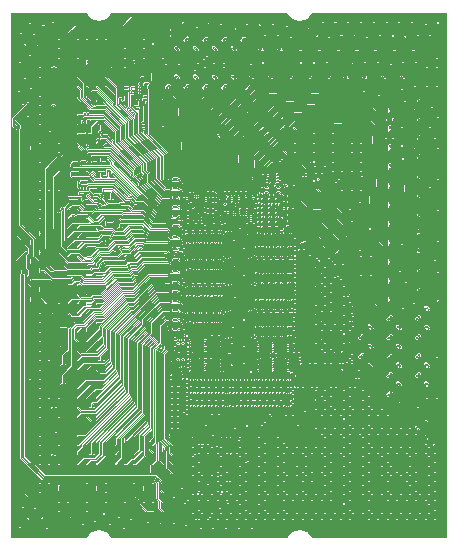
<source format=gbr>
*
%FSLAX35Y35*%
%MOMM*%
G04 A1 - s0.7087_225 *
%AMA1cus-l4*
4,1,4,
0.012727,0.000000,
0.000000,-0.012727,
-0.012727,0.000000,
0.000000,0.012727,
0.012727,0.000000,
0.0000*
%
%ADD10C,0.077000*%
%ADD11C,0.083000*%
%ADD12C,0.014000*%
%ADD13C,0.013000*%
%ADD14C,0.020000*%
%ADD15C,0.009000*%
%ADD16C,0.030000*%
%ADD17C,0.026100*%
%ADD18C,0.027600*%
%ADD19C,0.032600*%
%ADD20C,0.019900*%
%ADD21C,0.032400*%
%ADD22C,0.018000*%
%ADD23C,0.024000*%
%ADD24C,0.015000*%
%ADD25C,0.048000*%
%ADD26C,0.061000*%
%ADD27C,0.049500*%
%ADD28C,0.060000*%
%ADD29C,0.022000*%
%ADD30C,0.034000*%
%ADD31C,0.014500*%
%ADD32C,0.016000*%
%ADD33R,0.018000X0.018000*%
%ADD34A1cus-l4*%
%ADD35R,0.005000X0.005000*%
%IPPOS*%
%LN3273053a01-cus-l4.gbr*%
%LPD*%
G75*
G54D10*
X1760000Y1600000D03*
G54D11*
D03*
G54D11*
X800000Y960000D03*
G54D10*
D03*
G54D10*
X720000D03*
G54D11*
D03*
G54D11*
X785640Y865640D03*
G54D10*
D03*
G54D11*
X1100564Y-806400D03*
G54D10*
D03*
G54D11*
X960000Y-800000D03*
G54D10*
D03*
G54D10*
X720000Y1040000D03*
G54D11*
D03*
G54D10*
X800000D03*
G54D11*
D03*
G54D10*
Y1120000D03*
G54D11*
D03*
G54D11*
X640000Y1040000D03*
G54D10*
D03*
G54D11*
X-1280000Y80000D03*
G54D10*
D03*
G54D11*
X-1360000D03*
G54D10*
D03*
G54D11*
X1200000Y160000D03*
G54D10*
D03*
G54D11*
Y0D03*
G54D10*
D03*
G54D11*
Y80000D03*
G54D10*
D03*
G54D10*
X960000Y1120000D03*
G54D11*
D03*
G54D10*
X1120000Y880000D03*
G54D11*
D03*
G54D10*
X1568752Y1240000D03*
G54D11*
D03*
G54D10*
X1332950Y1160000D03*
G54D11*
D03*
G54D11*
X1126717Y840000D03*
G54D10*
D03*
G54D11*
X1387050Y1160000D03*
G54D10*
D03*
G54D10*
X1760000Y1680000D03*
G54D11*
D03*
G54D10*
X1040000Y720000D03*
G54D11*
D03*
G54D10*
X1120000D03*
G54D11*
D03*
G54D10*
X1680000Y1680000D03*
G54D11*
D03*
G54D11*
X734360Y865640D03*
G54D10*
D03*
G54D11*
X800000Y800000D03*
G54D10*
D03*
G54D10*
X1680000Y1760000D03*
G54D11*
D03*
G54D10*
X-394231Y199775D03*
G54D10*
X-1806850Y1280000D03*
G54D10*
X1760000Y1840000D03*
G54D11*
D03*
G54D10*
Y1760000D03*
G54D11*
D03*
G54D10*
X-419690Y-460124D03*
G54D10*
Y-369205D03*
G54D10*
Y-210829D03*
G54D10*
Y-143373D03*
G54D10*
Y43354D03*
G54D10*
Y141117D03*
G54D10*
Y233014D03*
G54D10*
Y428540D03*
G54D10*
Y586915D03*
G54D10*
Y745291D03*
G54D10*
Y-301748D03*
G54D10*
Y-54409D03*
G54D10*
Y330777D03*
G54D10*
Y495996D03*
G54D10*
Y654372D03*
G54D10*
Y812747D03*
G54D11*
X-427673Y-460646D03*
G54D11*
X-423839Y36514D03*
G54D11*
X-427673Y43876D03*
G54D11*
X-423839Y134277D03*
G54D11*
X-427673Y141639D03*
G54D11*
X-423839Y226174D03*
G54D11*
X-427673Y233536D03*
G54D11*
X-423839Y323937D03*
G54D11*
X-427673Y331299D03*
G54D11*
Y812225D03*
G54D11*
X-423839Y819587D03*
G54D11*
Y661211D03*
G54D11*
X-427673Y653849D03*
G54D11*
X-423839Y502836D03*
G54D11*
X-427673Y495474D03*
G54D11*
X-423839Y421700D03*
G54D11*
X-427673Y429062D03*
G54D11*
X-423839Y580075D03*
G54D11*
X-427673Y587437D03*
G54D11*
X-423839Y738451D03*
G54D11*
X-427673Y745813D03*
G54D11*
X-423839Y-453284D03*
G54D11*
X-427673Y-368683D03*
G54D11*
X-423839Y-376045D03*
G54D11*
Y-61249D03*
G54D11*
X-427673Y-53887D03*
G54D11*
X-423839Y-136533D03*
G54D11*
X-427673Y-143895D03*
G54D11*
X-423839Y-294908D03*
G54D11*
X-427673Y-302270D03*
G54D11*
X-423839Y-217669D03*
G54D11*
X-427673Y-210307D03*
G54D10*
X449156Y983330D03*
G54D11*
D03*
G54D11*
X431306Y966316D03*
G54D10*
D03*
G54D10*
X224820Y-879427D03*
G54D10*
Y-887727D03*
G54D11*
X194736D03*
G54D11*
Y-879427D03*
G54D11*
X-268825Y-1060118D03*
G54D11*
X-229417D03*
G54D11*
X-208657D03*
G54D11*
X-169249D03*
G54D11*
X-148489D03*
G54D11*
X-109081D03*
G54D11*
X-88321D03*
G54D11*
X-48913D03*
G54D10*
D03*
G54D10*
X-28153D03*
G54D11*
D03*
G54D11*
X11255D03*
G54D10*
D03*
G54D10*
X32015D03*
G54D11*
D03*
G54D11*
X71423D03*
G54D10*
D03*
G54D10*
X102329D03*
G54D11*
D03*
G54D11*
X523505D03*
G54D10*
D03*
G54D11*
X502745D03*
G54D10*
D03*
G54D11*
X463336D03*
G54D10*
D03*
G54D11*
X442577D03*
G54D10*
D03*
G54D11*
X403168D03*
G54D10*
D03*
G54D11*
X382409D03*
G54D10*
D03*
G54D10*
X322241D03*
G54D11*
D03*
G54D10*
X343000D03*
G54D11*
D03*
G54D10*
X262073D03*
G54D11*
D03*
G54D10*
X282833D03*
G54D11*
D03*
G54D10*
X201905D03*
G54D11*
D03*
G54D10*
X222665D03*
G54D11*
D03*
G54D11*
X162497D03*
G54D10*
D03*
G54D11*
X141737D03*
G54D10*
D03*
G54D11*
X528167Y-1172403D03*
G54D11*
X-321824Y-887727D03*
G54D11*
X-291740D03*
G54D11*
X-321824Y-879427D03*
G54D11*
X-291740D03*
G54D11*
X-51068Y-887727D03*
G54D11*
X-20984D03*
G54D11*
X-261656D03*
G54D11*
X-231572D03*
G54D11*
X-201488D03*
G54D11*
X-171404D03*
G54D11*
X-141320D03*
G54D11*
X-111236D03*
G54D11*
X-81152D03*
G54D11*
X9100D03*
G54D11*
X39184D03*
G54D11*
X69268D03*
G54D11*
X104484D03*
G54D11*
X134568D03*
G54D11*
X164652D03*
G54D11*
X-51068Y-879427D03*
G54D11*
X-20984D03*
G54D11*
X-261656D03*
G54D11*
X-231572D03*
G54D11*
X-201488D03*
G54D11*
X-171404D03*
G54D11*
X-141320D03*
G54D11*
X-111236D03*
G54D11*
X-81152D03*
G54D11*
X9100D03*
G54D11*
X39184D03*
G54D11*
X69268D03*
G54D11*
X104484D03*
G54D11*
X134568D03*
G54D11*
X164652D03*
G54D10*
X194736D03*
G54D10*
Y-887727D03*
G54D10*
X164652Y-879427D03*
G54D10*
Y-887727D03*
G54D10*
X134568Y-879427D03*
G54D10*
Y-887727D03*
G54D10*
X104484Y-879427D03*
G54D10*
Y-887727D03*
G54D10*
X69268Y-879427D03*
G54D10*
Y-887727D03*
G54D10*
X39184Y-879427D03*
G54D10*
Y-887727D03*
G54D10*
X9100Y-879427D03*
G54D10*
Y-887727D03*
G54D10*
X-20984Y-879427D03*
G54D10*
Y-887727D03*
G54D10*
X-51068Y-879427D03*
G54D10*
Y-887727D03*
G54D11*
X525660Y-990140D03*
G54D11*
Y-998440D03*
G54D10*
Y-990140D03*
G54D10*
Y-998440D03*
G54D11*
X-51068Y-990140D03*
G54D11*
X224820D03*
G54D11*
X-231572D03*
G54D11*
X-171404D03*
G54D11*
X-111236D03*
G54D11*
X9100D03*
G54D11*
X69268D03*
G54D11*
X104484D03*
G54D11*
X164652D03*
G54D11*
X284988D03*
G54D11*
X345156D03*
G54D11*
X405324D03*
G54D11*
X465492D03*
G54D11*
X-51068Y-998440D03*
G54D11*
X224820D03*
G54D11*
X-231572D03*
G54D11*
X-171404D03*
G54D11*
X-111236D03*
G54D11*
X9100D03*
G54D11*
X69268D03*
G54D11*
X104484D03*
G54D11*
X164652D03*
G54D11*
X284988D03*
G54D11*
X345156D03*
G54D11*
X405324D03*
G54D11*
X465492D03*
G54D10*
D03*
G54D10*
Y-990140D03*
G54D10*
X405324Y-998440D03*
G54D10*
Y-990140D03*
G54D10*
X345156Y-998440D03*
G54D10*
Y-990140D03*
G54D10*
X284988Y-998440D03*
G54D10*
Y-990140D03*
G54D10*
X224820Y-998440D03*
G54D10*
Y-990140D03*
G54D10*
X164652Y-998440D03*
G54D10*
Y-990140D03*
G54D10*
X104484Y-998440D03*
G54D10*
Y-990140D03*
G54D10*
X-51068Y-998440D03*
G54D10*
Y-990140D03*
G54D10*
X9100Y-998440D03*
G54D10*
Y-990140D03*
G54D10*
X69268Y-998440D03*
G54D10*
Y-990140D03*
G54D11*
X-51068Y-1100854D03*
G54D11*
X224820D03*
G54D11*
X525660D03*
G54D11*
X-111236D03*
G54D11*
X9100D03*
G54D11*
X69268D03*
G54D11*
X104484D03*
G54D11*
X164652D03*
G54D11*
X284988D03*
G54D11*
X345156D03*
G54D11*
X405324D03*
G54D11*
X465492D03*
G54D11*
X-51068Y-1109154D03*
G54D11*
X224820D03*
G54D11*
X525660D03*
G54D11*
X-111236D03*
G54D11*
X9100D03*
G54D11*
X69268D03*
G54D11*
X104484D03*
G54D11*
X164652D03*
G54D11*
X284988D03*
G54D11*
X345156D03*
G54D11*
X405324D03*
G54D11*
X465492D03*
G54D10*
X525660Y-1100854D03*
G54D10*
Y-1109154D03*
G54D10*
X465492Y-1100854D03*
G54D10*
Y-1109154D03*
G54D10*
X405324Y-1100854D03*
G54D10*
Y-1109154D03*
G54D10*
X345156Y-1100854D03*
G54D10*
Y-1109154D03*
G54D10*
X284988Y-1100854D03*
G54D10*
Y-1109154D03*
G54D10*
X224820Y-1100854D03*
G54D10*
Y-1109154D03*
G54D10*
X164652Y-1100854D03*
G54D10*
Y-1109154D03*
G54D10*
X104484Y-1100854D03*
G54D10*
Y-1109154D03*
G54D10*
X-111236D03*
G54D10*
Y-1100854D03*
G54D10*
X-51068Y-1109154D03*
G54D10*
Y-1100854D03*
G54D10*
X9100Y-1109154D03*
G54D10*
Y-1100854D03*
G54D10*
X69268Y-1109154D03*
G54D10*
Y-1100854D03*
G54D11*
X-231572Y-1109154D03*
G54D11*
Y-1100854D03*
G54D10*
D03*
G54D10*
Y-1109154D03*
G54D10*
X-171404D03*
G54D11*
D03*
G54D10*
Y-1100854D03*
G54D11*
D03*
G54D11*
X-53575Y-1172403D03*
G54D10*
D03*
G54D11*
X-23491D03*
G54D10*
D03*
G54D11*
X6593D03*
G54D10*
D03*
G54D11*
X167159D03*
G54D10*
D03*
G54D11*
X197243D03*
G54D10*
D03*
G54D11*
X227327D03*
G54D10*
D03*
G54D11*
X498083D03*
G54D10*
D03*
G54D11*
X467999D03*
G54D10*
D03*
G54D10*
X528167D03*
G54D11*
X-234079D03*
G54D10*
D03*
G54D11*
X-203995D03*
G54D10*
D03*
G54D11*
X-173911D03*
G54D10*
D03*
G54D11*
X-143827D03*
G54D10*
D03*
G54D11*
X-113743D03*
G54D10*
D03*
G54D11*
X-83659D03*
G54D10*
D03*
G54D11*
X36677D03*
G54D10*
D03*
G54D11*
X66761D03*
G54D10*
D03*
G54D11*
X106991D03*
G54D10*
D03*
G54D11*
X137075D03*
G54D10*
D03*
G54D11*
X257411D03*
G54D10*
D03*
G54D11*
X287495D03*
G54D10*
D03*
G54D11*
X317579D03*
G54D10*
D03*
G54D11*
X347663D03*
G54D10*
D03*
G54D11*
X377747D03*
G54D10*
D03*
G54D11*
X407831D03*
G54D10*
D03*
G54D11*
X437915D03*
G54D10*
D03*
G54D10*
X-324331D03*
G54D10*
X-354415D03*
G54D10*
X-264163D03*
G54D10*
X-294247D03*
G54D10*
X-354415Y-1135498D03*
G54D10*
X-291740Y-1109154D03*
G54D10*
X-321824Y-1102630D03*
G54D10*
Y-1110930D03*
G54D10*
X-354415Y-1098594D03*
G54D10*
X-291740Y-1100854D03*
G54D11*
D03*
G54D11*
X-354415Y-1098594D03*
G54D11*
X-321824Y-1000217D03*
G54D11*
X-291740Y-998440D03*
G54D11*
X-354415Y-1024785D03*
G54D11*
Y-1061690D03*
G54D11*
X-321824Y-1110930D03*
G54D11*
Y-1102630D03*
G54D11*
X-291740Y-1109154D03*
G54D11*
X-354415Y-1135498D03*
G54D11*
X-321824Y-991917D03*
G54D11*
X-291740Y-990140D03*
G54D11*
X-354415Y-987881D03*
G54D11*
Y-914072D03*
G54D11*
Y-950976D03*
G54D11*
X-294247Y-1172403D03*
G54D11*
X-264163D03*
G54D11*
X-354415D03*
G54D11*
X-324331D03*
G54D11*
X-201488Y-1110930D03*
G54D10*
D03*
G54D11*
Y-1102630D03*
G54D10*
D03*
G54D10*
X-141320Y-1110930D03*
G54D10*
Y-1102630D03*
G54D10*
X-81152D03*
G54D10*
Y-1110930D03*
G54D11*
D03*
G54D11*
X-20984Y-1102630D03*
G54D10*
Y-1110930D03*
G54D11*
D03*
G54D11*
X39184Y-1102630D03*
G54D10*
Y-1110930D03*
G54D11*
D03*
G54D11*
X-141320Y-1102630D03*
G54D11*
Y-1110930D03*
G54D11*
X-81152Y-1102630D03*
G54D10*
X-20984D03*
G54D10*
X39184D03*
G54D10*
X134568Y-991917D03*
G54D10*
Y-1000217D03*
G54D11*
D03*
G54D10*
Y-1110930D03*
G54D11*
D03*
G54D10*
Y-1102630D03*
G54D10*
X39184Y-991917D03*
G54D10*
Y-1000217D03*
G54D10*
X-20984Y-991917D03*
G54D11*
D03*
G54D10*
Y-1000217D03*
G54D11*
X-81152Y-991917D03*
G54D11*
X-141320D03*
G54D11*
X-201488D03*
G54D11*
X194736D03*
G54D10*
Y-1000217D03*
G54D11*
D03*
G54D10*
Y-1110930D03*
G54D11*
D03*
G54D11*
Y-1102630D03*
G54D11*
X254904Y-991917D03*
G54D10*
Y-1000217D03*
G54D11*
D03*
G54D10*
Y-1110930D03*
G54D11*
D03*
G54D11*
Y-1102630D03*
G54D10*
X315072Y-1110930D03*
G54D11*
D03*
G54D11*
Y-1102630D03*
G54D11*
Y-991917D03*
G54D10*
Y-1000217D03*
G54D11*
D03*
G54D10*
X375240Y-1110930D03*
G54D11*
D03*
G54D11*
Y-1102630D03*
G54D10*
X435408Y-1110930D03*
G54D11*
D03*
G54D11*
Y-1102630D03*
G54D10*
X495576Y-1110930D03*
G54D11*
D03*
G54D11*
Y-1102630D03*
G54D11*
Y-991917D03*
G54D10*
Y-1000217D03*
G54D11*
D03*
G54D11*
X435408Y-991917D03*
G54D10*
Y-1000217D03*
G54D11*
D03*
G54D11*
X375240Y-991917D03*
G54D10*
Y-1000217D03*
G54D11*
D03*
G54D11*
X39184Y-991917D03*
G54D11*
X134568D03*
G54D11*
Y-1102630D03*
G54D11*
X39184Y-1000217D03*
G54D11*
X-20984D03*
G54D11*
X-81152D03*
G54D11*
X-141320D03*
G54D11*
X-201488D03*
G54D10*
X194736Y-991917D03*
G54D10*
Y-1102630D03*
G54D10*
X254904Y-991917D03*
G54D10*
Y-1102630D03*
G54D10*
X315072D03*
G54D10*
Y-991917D03*
G54D10*
X375240Y-1102630D03*
G54D10*
X435408D03*
G54D10*
X495576D03*
G54D10*
Y-991917D03*
G54D10*
X435408D03*
G54D10*
X375240D03*
G54D10*
X-261656Y-1110930D03*
G54D11*
D03*
G54D10*
Y-1102630D03*
G54D11*
Y-1000217D03*
G54D11*
Y-1102630D03*
G54D11*
Y-991917D03*
G54D10*
X141737Y-949405D03*
G54D11*
D03*
G54D10*
X162497D03*
G54D11*
D03*
G54D11*
X222665D03*
G54D10*
D03*
G54D11*
X201905D03*
G54D10*
D03*
G54D11*
X282833D03*
G54D10*
D03*
G54D11*
X262073D03*
G54D10*
D03*
G54D11*
X343000D03*
G54D10*
D03*
G54D11*
X322241D03*
G54D10*
D03*
G54D11*
X224820Y-879427D03*
G54D10*
X382409Y-949405D03*
G54D11*
D03*
G54D10*
X403168D03*
G54D11*
D03*
G54D10*
X442577D03*
G54D11*
D03*
G54D10*
X463336D03*
G54D11*
D03*
G54D10*
X502745D03*
G54D11*
D03*
G54D10*
X523505D03*
G54D11*
D03*
G54D10*
X254904Y-889504D03*
G54D11*
D03*
G54D11*
Y-881204D03*
G54D10*
D03*
G54D10*
X284988Y-879427D03*
G54D11*
D03*
G54D10*
Y-887727D03*
G54D11*
D03*
G54D10*
X315072Y-889504D03*
G54D11*
D03*
G54D11*
Y-881204D03*
G54D10*
D03*
G54D10*
X345156Y-879427D03*
G54D11*
D03*
G54D10*
Y-887727D03*
G54D11*
D03*
G54D10*
X375240Y-889504D03*
G54D11*
D03*
G54D11*
Y-881204D03*
G54D10*
D03*
G54D10*
X405324Y-879427D03*
G54D11*
D03*
G54D10*
Y-887727D03*
G54D11*
D03*
G54D10*
X435408Y-889504D03*
G54D11*
D03*
G54D11*
Y-881204D03*
G54D10*
D03*
G54D10*
X465492Y-879427D03*
G54D11*
D03*
G54D10*
Y-887727D03*
G54D11*
D03*
G54D10*
X495576Y-889504D03*
G54D11*
D03*
G54D11*
Y-881204D03*
G54D10*
D03*
G54D10*
X525660Y-879427D03*
G54D11*
D03*
G54D10*
Y-887727D03*
G54D11*
D03*
G54D11*
X224820D03*
G54D11*
X102329Y-949405D03*
G54D10*
D03*
G54D10*
X71423D03*
G54D11*
D03*
G54D11*
X32015D03*
G54D10*
D03*
G54D10*
X11255D03*
G54D11*
D03*
G54D11*
X-28153D03*
G54D10*
D03*
G54D10*
X-48913D03*
G54D11*
D03*
G54D11*
X-88321D03*
G54D11*
X-109081D03*
G54D11*
X-148489D03*
G54D11*
X-169249D03*
G54D11*
X-208657D03*
G54D11*
X-229417D03*
G54D11*
X-268825D03*
G54D11*
X-354415Y-877168D03*
G54D11*
X-290536Y-1047243D03*
G54D11*
X-320620D03*
G54D11*
Y-936530D03*
G54D11*
X-290536D03*
G54D10*
X-291740Y-879427D03*
G54D10*
X-321824D03*
G54D10*
X-261656D03*
G54D10*
X-354415Y-877168D03*
G54D10*
X-231572Y-879427D03*
G54D10*
X-201488D03*
G54D10*
X-171404D03*
G54D10*
X-141320D03*
G54D10*
X-111236D03*
G54D10*
X-81152D03*
G54D10*
X-290536Y-936530D03*
G54D10*
X-320620D03*
G54D10*
X-321824Y-991917D03*
G54D10*
X-291740Y-990140D03*
G54D10*
X-261656Y-991917D03*
G54D10*
X-354415Y-987881D03*
G54D10*
X-231572Y-990140D03*
G54D10*
X-201488Y-991917D03*
G54D10*
X-171404Y-990140D03*
G54D10*
X-141320Y-991917D03*
G54D10*
X-111236Y-990140D03*
G54D10*
X-81152Y-991917D03*
G54D10*
X-291740Y-887727D03*
G54D10*
X-321824D03*
G54D10*
X-261656D03*
G54D10*
X-231572D03*
G54D10*
X-201488D03*
G54D10*
X-171404D03*
G54D10*
X-141320D03*
G54D10*
X-111236D03*
G54D10*
X-81152D03*
G54D10*
X-354415Y-914072D03*
G54D10*
X-208657Y-949405D03*
G54D10*
X-354415Y-950976D03*
G54D10*
X-268825Y-949405D03*
G54D10*
X-229417D03*
G54D10*
X-169249D03*
G54D10*
X-148489D03*
G54D10*
X-109081D03*
G54D10*
X-88321D03*
G54D10*
X-321824Y-1000217D03*
G54D10*
X-291740Y-998440D03*
G54D10*
X-261656Y-1000217D03*
G54D10*
X-231572Y-998440D03*
G54D10*
X-201488Y-1000217D03*
G54D10*
X-171404Y-998440D03*
G54D10*
X-141320Y-1000217D03*
G54D10*
X-111236Y-998440D03*
G54D10*
X-81152Y-1000217D03*
G54D10*
X-354415Y-1024785D03*
G54D10*
X-320620Y-1047243D03*
G54D10*
X-290536D03*
G54D10*
X-208657Y-1060118D03*
G54D10*
X-354415Y-1061690D03*
G54D10*
X-268825Y-1060118D03*
G54D10*
X-229417D03*
G54D10*
X-169249D03*
G54D10*
X-148489D03*
G54D10*
X-109081D03*
G54D10*
X-88321D03*
G54D10*
X-384403Y-1046290D03*
G54D11*
D03*
G54D11*
X-384499Y-1098594D03*
G54D10*
D03*
G54D11*
Y-1135498D03*
G54D10*
D03*
G54D11*
X-381385Y-1157661D03*
G54D10*
D03*
G54D10*
X16621Y-527154D03*
G54D11*
X-3435Y-535154D03*
G54D10*
Y-527154D03*
G54D11*
X-23491Y-535154D03*
G54D10*
Y-527154D03*
G54D11*
X10034Y-522613D03*
G54D10*
X535125Y358774D03*
G54D10*
X515069D03*
G54D10*
X495013D03*
G54D10*
X194730Y350912D03*
G54D10*
X154618D03*
G54D10*
X174674D03*
G54D10*
X334565Y358774D03*
G54D10*
X304481D03*
G54D10*
X274397D03*
G54D10*
X244312D03*
G54D10*
X394733D03*
G54D10*
X364649D03*
G54D10*
X558211Y-509721D03*
G54D10*
X560155Y-537493D03*
G54D11*
X558211Y-509721D03*
G54D11*
X560155Y-537493D03*
G54D10*
X-354509Y-511032D03*
G54D10*
X-324425D03*
G54D10*
X-294341D03*
G54D10*
X-264257D03*
G54D10*
X-234172D03*
G54D10*
X-204088D03*
G54D10*
X-174004D03*
G54D10*
X-143920D03*
G54D10*
X-113837D03*
G54D10*
X-83752D03*
G54D10*
X-53669D03*
G54D11*
X174674Y350912D03*
G54D11*
X154618D03*
G54D11*
X194730D03*
G54D11*
X495013Y350774D03*
G54D11*
X515069D03*
G54D11*
X535125D03*
G54D10*
X900980Y91733D03*
G54D11*
D03*
G54D10*
X997842Y-146964D03*
G54D11*
D03*
G54D10*
X951865Y-33577D03*
G54D11*
D03*
G54D10*
X913720Y13689D03*
G54D11*
D03*
G54D11*
X560295Y22658D03*
G54D10*
D03*
G54D11*
X923825Y-5544D03*
G54D11*
X875680Y117033D03*
G54D11*
X846043Y146670D03*
G54D10*
X923825Y-5544D03*
G54D10*
X875680Y117033D03*
G54D10*
X846043Y146670D03*
G54D10*
X1049600Y-392834D03*
G54D10*
Y-345289D03*
G54D10*
Y-432834D03*
G54D10*
X1019579Y-569390D03*
G54D10*
X1036579Y-586390D03*
G54D10*
X1046579Y-613762D03*
G54D11*
X591664Y218162D03*
G54D10*
D03*
G54D11*
X635285D03*
G54D10*
D03*
G54D10*
X1045900Y-293601D03*
G54D11*
D03*
G54D10*
X1000000Y-732950D03*
G54D11*
D03*
G54D10*
X1039856Y-746231D03*
G54D11*
D03*
G54D10*
X1042879Y-719290D03*
G54D11*
D03*
G54D10*
Y-666897D03*
G54D11*
D03*
G54D11*
X249505Y-1341935D03*
G54D10*
D03*
G54D11*
Y-1301935D03*
G54D10*
D03*
G54D11*
X277805Y-1273635D03*
G54D10*
D03*
G54D11*
X306105Y-1245335D03*
G54D10*
D03*
G54D11*
X334405Y-1217035D03*
G54D10*
D03*
G54D10*
X541251Y-1187144D03*
G54D11*
D03*
G54D10*
X513125Y-1188735D03*
G54D11*
D03*
G54D11*
X483041D03*
G54D10*
D03*
G54D11*
X452957D03*
G54D10*
D03*
G54D11*
X422873D03*
G54D10*
D03*
G54D11*
X392789D03*
G54D10*
D03*
G54D11*
X362705D03*
G54D10*
D03*
G54D10*
X202257Y-816399D03*
G54D11*
D03*
G54D10*
X554278Y-651672D03*
G54D11*
D03*
G54D10*
Y-613612D03*
G54D11*
D03*
G54D10*
Y-575553D03*
G54D11*
D03*
G54D11*
X545152Y-971496D03*
G54D10*
D03*
G54D11*
Y-1082210D03*
G54D10*
D03*
G54D11*
Y-1008401D03*
G54D10*
D03*
G54D11*
Y-1045305D03*
G54D10*
D03*
G54D11*
Y-1119114D03*
G54D10*
D03*
G54D11*
Y-1156018D03*
G54D10*
D03*
G54D11*
X1036579Y-586390D03*
G54D11*
X962900Y-745800D03*
G54D10*
D03*
G54D11*
X1019579Y-569390D03*
G54D11*
X1046579Y-613762D03*
G54D11*
X1603755Y-1299095D03*
G54D11*
X1609625Y-1304965D03*
G54D11*
X1655035Y-1350375D03*
G54D11*
X1660905Y-1356245D03*
G54D11*
X1683755Y-1379095D03*
G54D11*
X1689625Y-1384965D03*
G54D11*
X1735035Y-1430375D03*
G54D11*
X1740905Y-1436245D03*
G54D10*
X594278Y-651672D03*
G54D11*
D03*
G54D10*
X608337Y-745800D03*
G54D10*
X687625D03*
G54D10*
X647981D03*
G54D10*
X816970D03*
G54D10*
X808670D03*
G54D11*
D03*
G54D10*
X736970D03*
G54D10*
X728670D03*
G54D11*
D03*
G54D10*
X863030D03*
G54D10*
X783030D03*
G54D10*
X943030D03*
G54D11*
X687625D03*
G54D11*
X647981D03*
G54D11*
X608337D03*
G54D11*
X1582620Y-1277961D03*
G54D11*
X1588490Y-1283830D03*
G54D11*
X816970Y-745800D03*
G54D11*
X736970D03*
G54D11*
X863030D03*
G54D11*
X783030D03*
G54D11*
X943030D03*
G54D10*
X662544Y190902D03*
G54D11*
D03*
G54D11*
X785640Y147310D03*
G54D10*
D03*
G54D11*
X745640D03*
G54D11*
X705640D03*
G54D10*
D03*
G54D10*
X745640D03*
G54D10*
X683845Y169602D03*
G54D11*
D03*
G54D11*
X815640Y147310D03*
G54D10*
D03*
G54D10*
X1010418Y-175037D03*
G54D11*
D03*
G54D11*
X1049600Y-345289D03*
G54D11*
Y-432834D03*
G54D11*
Y-392834D03*
G54D11*
X364649Y350774D03*
G54D11*
X394733D03*
G54D11*
X244312D03*
G54D11*
X274397D03*
G54D11*
X304481D03*
G54D11*
X334565D03*
G54D11*
X-354509Y-511032D03*
G54D11*
X-83752D03*
G54D11*
X-113837D03*
G54D11*
X-143920D03*
G54D11*
X-174004D03*
G54D11*
X-204088D03*
G54D11*
X-234172D03*
G54D11*
X-264257D03*
G54D11*
X-294341D03*
G54D11*
X-324425D03*
G54D11*
X-53669D03*
G54D10*
X562253Y-312682D03*
G54D11*
D03*
G54D10*
X553895Y-352630D03*
G54D11*
D03*
G54D11*
Y-389841D03*
G54D10*
D03*
G54D11*
Y-427053D03*
G54D10*
D03*
G54D11*
Y-464265D03*
G54D10*
D03*
G54D11*
X560295Y-127774D03*
G54D10*
D03*
G54D10*
Y-164986D03*
G54D11*
D03*
G54D10*
Y-202197D03*
G54D11*
D03*
G54D10*
Y-239409D03*
G54D11*
D03*
G54D11*
Y-14553D03*
G54D10*
D03*
G54D11*
Y59870D03*
G54D10*
D03*
G54D10*
Y97082D03*
G54D11*
D03*
G54D11*
Y210303D03*
G54D10*
D03*
G54D11*
Y247514D03*
G54D10*
D03*
G54D11*
Y284726D03*
G54D10*
D03*
G54D10*
Y-284930D03*
G54D11*
D03*
G54D11*
Y-60075D03*
G54D10*
D03*
G54D11*
X562253Y-87826D03*
G54D10*
D03*
G54D10*
Y137029D03*
G54D11*
D03*
G54D10*
X560295Y164781D03*
G54D11*
D03*
G54D11*
X600589Y-689625D03*
G54D10*
D03*
G54D11*
Y-716344D03*
G54D10*
D03*
G54D11*
X945640Y-945640D03*
G54D10*
D03*
G54D11*
X985640D03*
G54D10*
D03*
G54D11*
X1025640D03*
G54D10*
D03*
G54D11*
X1065640D03*
G54D10*
D03*
G54D11*
X1105640D03*
G54D10*
D03*
G54D11*
X905640D03*
G54D10*
D03*
G54D11*
X865640D03*
G54D10*
D03*
G54D11*
X825640D03*
G54D10*
D03*
G54D11*
X785640D03*
G54D10*
D03*
G54D11*
X745640D03*
G54D10*
D03*
G54D11*
X705640D03*
G54D10*
D03*
G54D11*
X665640D03*
G54D10*
D03*
G54D11*
X625640D03*
G54D10*
D03*
G54D11*
X585640D03*
G54D10*
D03*
G54D10*
X560327Y-944800D03*
G54D11*
D03*
G54D11*
X1045900Y-260119D03*
G54D10*
D03*
G54D10*
X-381088Y-597911D03*
G54D11*
D03*
G54D10*
X303834Y597582D03*
G54D10*
X424170D03*
G54D10*
X364362D03*
G54D10*
X303834Y605881D03*
G54D10*
X424170D03*
G54D10*
X364362D03*
G54D10*
X303834Y500882D03*
G54D10*
X364002D03*
G54D10*
X303834Y492581D03*
G54D10*
X364002D03*
G54D10*
X424170D03*
G54D10*
Y500882D03*
G54D10*
X113960Y675275D03*
G54D10*
X53793D03*
G54D10*
X174128D03*
G54D10*
X404578Y782899D03*
G54D10*
X412207Y786168D03*
G54D10*
X376894Y779630D03*
G54D10*
X344057Y780019D03*
G54D10*
X351685Y783289D03*
G54D10*
X320128Y785672D03*
G54D10*
X327757Y788942D03*
G54D10*
X396950Y779629D03*
G54D10*
X419836Y789438D03*
G54D10*
X368594Y779630D03*
G54D10*
X404578Y807899D03*
G54D10*
X412207Y811169D03*
G54D10*
X376223Y807899D03*
G54D10*
X351685Y808288D03*
G54D10*
X320128Y812665D03*
G54D10*
X404578Y832899D03*
G54D10*
X412207Y836169D03*
G54D10*
X376223Y832899D03*
G54D10*
X351685Y833288D03*
G54D10*
X330268Y835892D03*
G54D10*
X412207Y861169D03*
G54D10*
X404578Y857899D03*
G54D10*
X376223Y857899D03*
G54D10*
X351685Y858288D03*
G54D10*
X330268D03*
G54D10*
X113960Y683575D03*
G54D10*
X53793D03*
G54D10*
X174128D03*
G54D10*
X-459064Y-636949D03*
G54D10*
Y-628649D03*
G54D11*
X113960Y683575D03*
G54D11*
Y675275D03*
G54D11*
X53793Y683575D03*
G54D11*
Y675275D03*
G54D10*
X-454831Y-524721D03*
G54D10*
X-459064Y-551663D03*
G54D10*
Y-657150D03*
G54D10*
Y-597828D03*
G54D11*
X-401143Y-597911D03*
G54D10*
D03*
G54D11*
X-403399Y-651801D03*
G54D10*
D03*
G54D10*
X-374575Y-635798D03*
G54D11*
D03*
G54D11*
X-383343Y-651801D03*
G54D10*
D03*
G54D11*
X-421200Y-597911D03*
G54D10*
D03*
G54D11*
X-423455Y-651801D03*
G54D10*
D03*
G54D11*
X368594Y779630D03*
G54D11*
X396950Y779629D03*
G54D11*
X327757Y788942D03*
G54D11*
X320128Y785672D03*
G54D11*
X351685Y783289D03*
G54D11*
X344057Y780019D03*
G54D11*
X376894Y779630D03*
G54D11*
X412207Y786168D03*
G54D11*
X404578Y782899D03*
G54D11*
X174128Y683575D03*
G54D11*
Y675275D03*
G54D11*
X419836Y789438D03*
G54D11*
X303834Y597582D03*
G54D11*
X424170D03*
G54D11*
X364362D03*
G54D11*
X303834Y605881D03*
G54D11*
X424170D03*
G54D11*
X364362D03*
G54D11*
X303834Y500882D03*
G54D11*
X364002D03*
G54D11*
X303834Y492581D03*
G54D11*
X364002D03*
G54D11*
X424170D03*
G54D11*
Y500882D03*
G54D11*
X-459064Y-628649D03*
G54D11*
Y-636949D03*
G54D11*
X-489201Y-722774D03*
G54D10*
D03*
G54D10*
X-483054Y-1245498D03*
G54D11*
D03*
G54D10*
X-431774D03*
G54D11*
D03*
G54D10*
X-483054Y-1296778D03*
G54D11*
D03*
G54D10*
X-431774D03*
G54D11*
D03*
G54D11*
X690153Y953590D03*
G54D10*
D03*
G54D11*
X725612Y925678D03*
G54D10*
D03*
G54D11*
X812950Y920000D03*
G54D10*
D03*
G54D11*
X652609Y862280D03*
G54D10*
D03*
G54D10*
Y838335D03*
G54D11*
X626075Y838235D03*
G54D10*
D03*
G54D10*
X751395Y814355D03*
G54D11*
X652609Y838335D03*
G54D11*
X758899Y811306D03*
G54D10*
X-483054Y-989098D03*
G54D11*
D03*
G54D11*
X-431774D03*
G54D10*
D03*
G54D10*
X-483054Y-1040378D03*
G54D11*
D03*
G54D11*
X-431774D03*
G54D10*
D03*
G54D10*
X-483054Y-937818D03*
G54D11*
D03*
G54D10*
X-431229Y-941840D03*
G54D11*
D03*
G54D10*
X-423211Y-939692D03*
G54D11*
D03*
G54D10*
X-483054Y-1091658D03*
G54D11*
D03*
G54D11*
X-431774D03*
G54D10*
D03*
G54D10*
X-483054Y-1142938D03*
G54D11*
D03*
G54D11*
X-431774D03*
G54D10*
D03*
G54D10*
X-483054Y-1194218D03*
G54D11*
D03*
G54D11*
X-431774D03*
G54D10*
D03*
G54D11*
X-454831Y-524721D03*
G54D11*
X-459064Y-551663D03*
G54D11*
Y-657150D03*
G54D11*
Y-597828D03*
G54D10*
X-465940Y-697376D03*
G54D11*
D03*
G54D10*
X-489201Y-842798D03*
G54D11*
D03*
G54D10*
Y-882798D03*
G54D11*
D03*
G54D11*
X330268Y835892D03*
G54D11*
X351685Y833288D03*
G54D11*
X376223Y832899D03*
G54D11*
X412207Y836169D03*
G54D11*
X404578Y832899D03*
G54D11*
X320128Y812665D03*
G54D11*
X351685Y808288D03*
G54D11*
X376223Y807899D03*
G54D11*
X412207Y811169D03*
G54D11*
X404578Y807899D03*
G54D11*
X330268Y858288D03*
G54D11*
X351685D03*
G54D11*
X376223Y857899D03*
G54D11*
X404578Y857899D03*
G54D11*
X412207Y861169D03*
G54D11*
X621473Y274981D03*
G54D11*
X636731Y281521D03*
G54D10*
D03*
G54D11*
X644360Y284790D03*
G54D10*
D03*
G54D11*
X629103Y278251D03*
G54D10*
D03*
G54D10*
X621473Y274981D03*
G54D11*
X613845Y271712D03*
G54D10*
D03*
G54D10*
X281918Y745242D03*
G54D10*
X404761Y608059D03*
G54D10*
X344592D03*
G54D10*
X284425D03*
G54D10*
X344592Y492390D03*
G54D10*
X284425D03*
G54D10*
X404761D03*
G54D10*
X465907Y559465D03*
G54D10*
Y579175D03*
G54D10*
X472585Y747452D03*
G54D10*
X454011Y483005D03*
G54D10*
X467961Y512943D03*
G54D10*
Y625697D03*
G54D10*
Y673927D03*
G54D10*
X454011Y491305D03*
G54D10*
X444872Y686838D03*
G54D10*
X-351773Y425935D03*
G54D10*
X-376171Y418764D03*
G54D10*
Y484753D03*
G54D10*
X-345874Y483200D03*
G54D10*
X-376171Y507727D03*
G54D10*
X-345874Y508792D03*
G54D10*
Y530213D03*
G54D10*
X-376171Y552699D03*
G54D10*
X-353673Y589613D03*
G54D10*
Y607050D03*
G54D10*
X-376171Y439782D03*
G54D10*
X-345874Y440242D03*
G54D10*
Y462268D03*
G54D10*
Y551750D03*
G54D10*
X-376261Y632592D03*
G54D10*
X404761Y414980D03*
G54D10*
X344592D03*
G54D10*
X244312D03*
G54D10*
X-6045Y416395D03*
G54D10*
X-107905Y433590D03*
G54D10*
X-202493Y425935D03*
G54D10*
X-302013D03*
G54D10*
X284425Y414980D03*
G54D10*
X-152733Y425935D03*
G54D10*
X404761Y453685D03*
G54D10*
X344592D03*
G54D10*
X244312D03*
G54D10*
X207643Y457076D03*
G54D10*
X187587D03*
G54D10*
X157503D03*
G54D10*
X129674Y451631D03*
G54D10*
X-6048Y455406D03*
G54D10*
X-199090Y443755D03*
G54D10*
X-227373Y442370D03*
G54D10*
X-277878Y442360D03*
G54D10*
X-303040Y443755D03*
G54D10*
X-324440D03*
G54D10*
X284425Y453685D03*
G54D10*
X-70561Y461659D03*
G54D10*
X-96548Y460478D03*
G54D10*
X-127853Y442370D03*
G54D10*
X206781Y474445D03*
G54D10*
X187587D03*
G54D10*
X157503D03*
G54D10*
X-200925Y472352D03*
G54D10*
X-303040Y485549D03*
G54D10*
X-324440D03*
G54D10*
X37167Y487566D03*
G54D10*
X-234823Y489308D03*
G54D10*
X206781Y509183D03*
G54D10*
X187587D03*
G54D10*
X127418Y504935D03*
G54D10*
X99590Y510380D03*
G54D10*
X54106D03*
G54D10*
X-5381Y502332D03*
G54D10*
X-53684Y512225D03*
G54D10*
X-105228Y503262D03*
G54D10*
X-303040Y506446D03*
G54D10*
X-324440D03*
G54D10*
X144358Y510380D03*
G54D10*
X37167Y504935D03*
G54D10*
X-72889Y508707D03*
G54D10*
X404761Y531095D03*
G54D10*
X344592D03*
G54D10*
X244312D03*
G54D10*
X212226Y527749D03*
G54D10*
X152058D03*
G54D10*
X54106D03*
G54D10*
X-5381Y543406D03*
G54D10*
X-53684Y541940D03*
G54D10*
X-133057Y525865D03*
G54D10*
X-178481Y526826D03*
G54D10*
X-200925Y533565D03*
G54D10*
X-253393Y529107D03*
G54D10*
X-303040Y527343D03*
G54D10*
X-324440D03*
G54D10*
X284425Y531095D03*
G54D10*
X91890Y527749D03*
G54D10*
X37167Y539674D03*
G54D10*
X404761Y569320D03*
G54D10*
X344592D03*
G54D10*
X244312D03*
G54D10*
X212226Y564988D03*
G54D10*
X152058D03*
G54D10*
X-133057Y567373D03*
G54D10*
X-178481Y568334D03*
G54D10*
X-223309Y567373D03*
G54D10*
X-303040Y569137D03*
G54D10*
X-324440D03*
G54D10*
X284425Y569320D03*
G54D10*
X91890Y564988D03*
G54D10*
X37167Y559543D03*
G54D10*
X182142Y584857D03*
G54D10*
X-110673Y597314D03*
G54D10*
X-133057Y589613D03*
G54D10*
X-178541D03*
G54D10*
X-223309D03*
G54D10*
X-253393Y579586D03*
G54D10*
X-273449Y589613D03*
G54D10*
X-313561D03*
G54D10*
X-334023Y582052D03*
G54D10*
X121974Y584857D03*
G54D10*
X61806D03*
G54D10*
X-293505Y579586D03*
G54D10*
X-110673Y618817D03*
G54D10*
X-135312Y621075D03*
G54D10*
X-177690Y608007D03*
G54D10*
X-281149Y618820D03*
G54D10*
X-339883Y614576D03*
G54D10*
X254340Y608059D03*
G54D10*
X-321261Y618820D03*
G54D10*
X404761Y647448D03*
G54D10*
X344592D03*
G54D10*
X244312D03*
G54D10*
X-135312Y638679D03*
G54D10*
X-163141Y644124D03*
G54D10*
X-193225D03*
G54D10*
X-223309D03*
G54D10*
X284425Y647448D03*
G54D10*
X-163141Y661729D03*
G54D10*
X-193225D03*
G54D10*
X-223309D03*
G54D10*
X264369Y705179D03*
G54D10*
X392145Y762448D03*
G54D10*
X341270D03*
G54D10*
X384704Y385892D03*
G54D10*
X354621D03*
G54D10*
X324536D03*
G54D10*
X294453D03*
G54D10*
X264369D03*
G54D10*
X212226Y439344D03*
G54D10*
X197184Y434677D03*
G54D10*
X182142Y439344D03*
G54D10*
X167100Y434677D03*
G54D10*
X152058Y439344D03*
G54D10*
X-244983Y435852D03*
G54D10*
X-262725Y438213D03*
G54D10*
X244312Y492390D03*
G54D10*
X206781Y491813D03*
G54D10*
X187587D03*
G54D10*
X157503Y495135D03*
G54D10*
X129674Y469000D03*
G54D10*
Y489690D03*
G54D10*
X99590Y469000D03*
G54D10*
X101438Y489690D03*
G54D10*
X69506Y469000D03*
G54D10*
X-113001Y464652D03*
G54D10*
X-133236Y495997D03*
G54D10*
X-148457Y464652D03*
G54D10*
X-178541D03*
G54D10*
X-257279Y468838D03*
G54D10*
X-253393Y495997D03*
G54D10*
X-303040Y464652D03*
G54D10*
X-324440D03*
G54D10*
X61806Y489690D03*
G54D10*
X39422Y469000D03*
G54D10*
X-234823Y468838D03*
G54D10*
X212226Y545118D03*
G54D10*
X152058D03*
G54D10*
X-5381Y524262D03*
G54D10*
X-110673Y550236D03*
G54D10*
X-133057Y546619D03*
G54D10*
X-303040Y548240D03*
G54D10*
X-324440D03*
G54D10*
X91890Y545118D03*
G54D10*
X37167Y522304D03*
G54D10*
X-234823Y522418D03*
G54D10*
X21694Y577157D03*
G54D10*
X-204985Y573915D03*
G54D10*
X-135312Y657938D03*
G54D10*
X-163141Y626519D03*
G54D10*
X-193225D03*
G54D10*
X-223309D03*
G54D10*
X384704Y686838D03*
G54D10*
X344592D03*
G54D10*
X244312D03*
G54D10*
X284425D03*
G54D11*
X-53684Y541940D03*
G54D10*
X-32284Y541746D03*
G54D11*
D03*
G54D11*
X-5381Y543406D03*
G54D11*
X-53684Y512225D03*
G54D10*
X-32284Y441571D03*
G54D11*
D03*
G54D11*
Y510938D03*
G54D10*
D03*
G54D11*
Y489008D03*
G54D10*
D03*
G54D11*
X-6048Y455406D03*
G54D11*
X-6045Y416395D03*
G54D11*
X-5381Y524262D03*
G54D11*
Y502332D03*
G54D11*
X37167Y487566D03*
G54D11*
X-382970Y827247D03*
G54D10*
D03*
G54D10*
X-379586Y659827D03*
G54D11*
X-113001Y464652D03*
G54D11*
X-133057Y567373D03*
G54D11*
X-96548Y460478D03*
G54D11*
X-133057Y546619D03*
G54D11*
X-105228Y503262D03*
G54D11*
X-376261Y632592D03*
G54D11*
X21694Y577157D03*
G54D11*
X61806Y489690D03*
G54D11*
X54106Y527749D03*
G54D11*
Y510380D03*
G54D11*
X37167Y559543D03*
G54D11*
Y539674D03*
G54D11*
Y522304D03*
G54D11*
Y504935D03*
G54D11*
X127418D03*
G54D11*
X39422Y469000D03*
G54D11*
X69506D03*
G54D11*
X99590Y510380D03*
G54D11*
Y469000D03*
G54D11*
X-281149Y618820D03*
G54D11*
X-321261D03*
G54D11*
X-379586Y659827D03*
G54D11*
X-177690Y608007D03*
G54D11*
X-324440Y464652D03*
G54D11*
Y485549D03*
G54D11*
Y506446D03*
G54D11*
Y527343D03*
G54D11*
Y548240D03*
G54D11*
Y569137D03*
G54D11*
X-303040Y464652D03*
G54D11*
X-324440Y443755D03*
G54D11*
X-303040D03*
G54D11*
Y485549D03*
G54D11*
Y506446D03*
G54D11*
Y527343D03*
G54D11*
Y548240D03*
G54D11*
Y569137D03*
G54D11*
X-313561Y589613D03*
G54D11*
X-293505Y579586D03*
G54D11*
X-273449Y589613D03*
G54D11*
X-253393Y579586D03*
G54D11*
X-223309Y567373D03*
G54D11*
Y589613D03*
G54D11*
X-334023Y582052D03*
G54D11*
X-353673Y589613D03*
G54D11*
Y607050D03*
G54D11*
X-339883Y614576D03*
G54D11*
X-253393Y529107D03*
G54D11*
Y495997D03*
G54D11*
X-257279Y468838D03*
G54D11*
X-234823D03*
G54D11*
X-200925Y472352D03*
G54D11*
Y533565D03*
G54D11*
X-204985Y573915D03*
G54D11*
X-199090Y443755D03*
G54D11*
X-178541Y464652D03*
G54D11*
Y589613D03*
G54D11*
X-178481Y526826D03*
G54D11*
Y568334D03*
G54D11*
X-302013Y425935D03*
G54D11*
X-351773D03*
G54D11*
X-202493D03*
G54D11*
X-152733D03*
G54D11*
X-227373Y442370D03*
G54D11*
X-127853D03*
G54D11*
X-262725Y438213D03*
G54D11*
X-277878Y442360D03*
G54D11*
X-234823Y489308D03*
G54D11*
Y522418D03*
G54D11*
X-223309Y626519D03*
G54D11*
Y644124D03*
G54D11*
Y661729D03*
G54D11*
X-193225Y626519D03*
G54D11*
Y644124D03*
G54D11*
Y661729D03*
G54D11*
X-163141Y626519D03*
G54D11*
Y644124D03*
G54D11*
Y661729D03*
G54D11*
X-133057Y525865D03*
G54D11*
Y589613D03*
G54D11*
X-135312Y621075D03*
G54D11*
Y638679D03*
G54D11*
Y657938D03*
G54D11*
X-110673Y550236D03*
G54D11*
X-70561Y461659D03*
G54D11*
X-107905Y433590D03*
G54D11*
X-110673Y618817D03*
G54D11*
Y597314D03*
G54D11*
X-72889Y508707D03*
G54D11*
X-244983Y435852D03*
G54D11*
X99890Y527749D03*
G54D11*
Y545118D03*
G54D11*
Y564988D03*
G54D11*
X61806Y576857D03*
G54D11*
X121974D03*
G54D10*
X-379586Y739836D03*
G54D11*
D03*
G54D11*
X101438Y489690D03*
G54D10*
X-378908Y326735D03*
G54D11*
D03*
G54D11*
X-378559Y167591D03*
G54D10*
D03*
G54D10*
X-378908Y-58451D03*
G54D11*
D03*
G54D10*
X-379586Y-137918D03*
G54D11*
D03*
G54D10*
Y-216284D03*
G54D11*
D03*
G54D10*
X-378760Y-496572D03*
G54D11*
D03*
G54D10*
X-378908Y228972D03*
G54D11*
D03*
G54D10*
X-378149Y211038D03*
G54D11*
D03*
G54D10*
X-377693Y116137D03*
G54D11*
D03*
G54D10*
X-378908Y39312D03*
G54D11*
D03*
G54D10*
X-381352Y-291757D03*
G54D11*
D03*
G54D10*
X-382255Y-373447D03*
G54D11*
D03*
G54D10*
X-381839Y-455806D03*
G54D11*
D03*
G54D10*
X-378760Y-516635D03*
G54D11*
D03*
G54D11*
X346927Y756791D03*
G54D11*
X386488D03*
G54D11*
X182142Y576857D03*
G54D11*
X160058Y545118D03*
G54D11*
X129674Y469000D03*
G54D11*
Y489690D03*
G54D11*
X157503Y495135D03*
G54D11*
X187587Y491813D03*
G54D11*
X152058Y439344D03*
G54D11*
X167100Y434677D03*
G54D11*
X182142Y439344D03*
G54D11*
X197184Y434677D03*
G54D11*
X160058Y564988D03*
G54D11*
Y527749D03*
G54D11*
X144358Y510380D03*
G54D11*
X187587Y509183D03*
G54D11*
X157503Y474445D03*
G54D11*
X187587D03*
G54D11*
X129674Y451631D03*
G54D11*
X157503Y457076D03*
G54D11*
X187587D03*
G54D11*
X220226Y545118D03*
G54D11*
X206781Y491813D03*
G54D11*
X212226Y439344D03*
G54D11*
X220226Y564988D03*
G54D11*
Y527749D03*
G54D11*
X206781Y509183D03*
G54D11*
Y474445D03*
G54D11*
X207643Y457076D03*
G54D11*
X472585Y747452D03*
G54D10*
X-376980Y572128D03*
G54D11*
D03*
G54D11*
X-148457Y464652D03*
G54D11*
X-133236Y495997D03*
G54D11*
X-345874Y440242D03*
G54D11*
Y462268D03*
G54D11*
Y483200D03*
G54D11*
Y508792D03*
G54D11*
Y530213D03*
G54D11*
Y551750D03*
G54D11*
X-376171Y418764D03*
G54D11*
Y439782D03*
G54D11*
Y462268D03*
G54D11*
Y484753D03*
G54D11*
Y507727D03*
G54D11*
Y530213D03*
G54D11*
Y552699D03*
G54D10*
Y462268D03*
G54D10*
Y530213D03*
G54D11*
X286411Y738623D03*
G54D11*
X284425Y694838D03*
G54D11*
X276425Y608059D03*
G54D11*
X396761D03*
G54D11*
X336592D03*
G54D11*
X276425Y492390D03*
G54D11*
X336592D03*
G54D11*
X396761D03*
G54D11*
X465907Y559465D03*
G54D11*
Y579175D03*
G54D11*
X264369Y385892D03*
G54D11*
X294453D03*
G54D11*
X324536D03*
G54D11*
X354621D03*
G54D11*
X384704D03*
G54D11*
X252312Y492390D03*
G54D11*
X336592Y414980D03*
G54D11*
X396761D03*
G54D11*
X252312D03*
G54D11*
X276425D03*
G54D11*
X336592Y453685D03*
G54D11*
X396761D03*
G54D11*
X252312D03*
G54D11*
X276425D03*
G54D11*
X264369Y697179D03*
G54D11*
X244312Y678838D03*
G54D11*
X344592D03*
G54D11*
X384704D03*
G54D11*
X336592Y647448D03*
G54D11*
X396761D03*
G54D11*
X252312D03*
G54D11*
X276425D03*
G54D11*
X254340Y616059D03*
G54D11*
X336592Y569320D03*
G54D11*
X396761D03*
G54D11*
X252312D03*
G54D11*
X276425D03*
G54D11*
X336592Y531095D03*
G54D11*
X396761D03*
G54D11*
X252312D03*
G54D11*
X276425D03*
G54D11*
X454011Y491305D03*
G54D11*
X444872Y678838D03*
G54D11*
X467961Y673927D03*
G54D11*
Y625697D03*
G54D11*
Y512943D03*
G54D11*
X454011Y483005D03*
G54D10*
X1680000Y1600000D03*
G54D11*
D03*
G54D10*
X-826930Y2183437D03*
G54D10*
X-1156688Y71137D03*
G54D10*
X-1386471Y298579D03*
G54D11*
X-879298Y559595D03*
G54D10*
X-502591Y-1366766D03*
G54D11*
D03*
G54D10*
X1760000Y-1040000D03*
G54D11*
D03*
G54D10*
X1680000Y-1120000D03*
G54D11*
D03*
G54D10*
X-600481Y585206D03*
G54D11*
X-606138Y590863D03*
G54D11*
X-637079Y514040D03*
G54D10*
X-631422Y508384D03*
G54D11*
X-584028Y784563D03*
G54D10*
X-578371Y778906D03*
G54D10*
X-551240Y448684D03*
G54D11*
X-559240D03*
G54D11*
X-570109Y189387D03*
G54D10*
X-562109D03*
G54D10*
X-732193Y189056D03*
G54D11*
X-724193D03*
G54D11*
X-734784Y-145962D03*
G54D10*
X-729127Y-140306D03*
G54D11*
X-672877Y-299615D03*
G54D10*
X-667220Y-293958D03*
G54D11*
X-602055Y-336697D03*
G54D10*
X-596398Y-331040D03*
G54D11*
X-762531Y-281472D03*
G54D10*
D03*
G54D10*
X-756786Y-275727D03*
G54D10*
X-969150Y-755062D03*
G54D10*
X174963Y511673D03*
G54D10*
X387300Y771988D03*
G54D10*
X336425D03*
G54D10*
X-404465Y475892D03*
G54D10*
X-407504Y231410D03*
G54D10*
X-409833Y250480D03*
G54D10*
X-409505Y137118D03*
G54D10*
X-420076Y-123002D03*
G54D10*
Y-281377D03*
G54D10*
X-420512Y-440286D03*
G54D11*
X-751129Y-270070D03*
G54D10*
X-969150Y-586122D03*
G54D10*
Y-686122D03*
G54D10*
X81707Y773191D03*
G54D10*
X-114972D03*
G54D10*
X-208784Y788041D03*
G54D10*
X81707Y802891D03*
G54D10*
X-114972D03*
G54D10*
X-11456Y771035D03*
G54D10*
X-104620D03*
G54D10*
X92059D03*
G54D10*
X-208135D03*
G54D10*
X164519Y821019D03*
G54D10*
X102410D03*
G54D10*
X19598D03*
G54D10*
X-1105D03*
G54D10*
X-32159D03*
G54D10*
X-52863D03*
G54D10*
X-94269D03*
G54D10*
X-135675D03*
G54D10*
X-177080D03*
G54D10*
X-197783D03*
G54D10*
X123113D03*
G54D10*
X143816D03*
G54D10*
X61004D03*
G54D10*
X40301D03*
G54D10*
X-73566D03*
G54D10*
X-156378D03*
G54D10*
X-383774Y-607513D03*
G54D10*
X-241037Y661629D03*
G54D10*
X-199090Y515656D03*
G54D10*
X-108194Y518416D03*
G54D10*
X470266Y760707D03*
G54D10*
X539973Y-627154D03*
G54D10*
Y-591793D03*
G54D10*
X-367296Y-758582D03*
G54D10*
Y-727232D03*
G54D10*
X-351180Y-543680D03*
G54D10*
X274018Y739074D03*
G54D10*
X289439Y752378D03*
G54D10*
X-366387Y705740D03*
G54D10*
X-281821Y714543D03*
G54D10*
X-311905D03*
G54D10*
X-341989D03*
G54D10*
X-308558Y739074D03*
G54D10*
X-324751D03*
G54D10*
X-365833Y743012D03*
G54D10*
X-357099Y739074D03*
G54D10*
X-293677D03*
G54D10*
X-233607Y695564D03*
G54D10*
X-251737Y714543D03*
G54D10*
X-203523Y695564D03*
G54D10*
X-173439Y696748D03*
G54D10*
X-143354D03*
G54D10*
X-208135Y726594D03*
G54D10*
X-220265Y739074D03*
G54D10*
X-252614D03*
G54D10*
X-268788D03*
G54D10*
X-236440D03*
G54D10*
X-65547Y689437D03*
G54D10*
X-89945Y698122D03*
G54D10*
X-45491Y689437D03*
G54D10*
X-63214Y726594D03*
G54D10*
X-83917D03*
G54D10*
X-104620D03*
G54D10*
X-146026D03*
G54D10*
X-166729D03*
G54D10*
X-187432D03*
G54D10*
X-42511D03*
G54D10*
X-125323D03*
G54D10*
X-23041Y696980D03*
G54D10*
X-21808Y726594D03*
G54D10*
X169493Y695720D03*
G54D10*
X19073D03*
G54D10*
X49157D03*
G54D10*
X79241D03*
G54D10*
X139409D03*
G54D10*
X109325D03*
G54D10*
X174871Y726594D03*
G54D10*
X-78082Y518706D03*
G54D10*
X-5702Y626516D03*
G54D10*
X-5379Y654699D03*
G54D10*
X-45815Y626516D03*
G54D10*
X209303Y739074D03*
G54D10*
X194422D03*
G54D10*
X225495D03*
G54D10*
X154168Y726594D03*
G54D10*
X133465D03*
G54D10*
X112762D03*
G54D10*
X71356D03*
G54D10*
X50653D03*
G54D10*
X29949D03*
G54D10*
X-11456D03*
G54D10*
X92059D03*
G54D10*
X9247D03*
G54D10*
X509792Y389189D03*
G54D10*
X409775Y598724D03*
G54D10*
X349607D03*
G54D10*
X289439D03*
G54D10*
X379691Y617394D03*
G54D10*
X319523D03*
G54D10*
X349607Y483226D03*
G54D10*
X289439D03*
G54D10*
X379691Y501554D03*
G54D10*
X319523D03*
G54D10*
X409775Y483226D03*
G54D10*
X-351345Y400783D03*
G54D10*
X479052Y512943D03*
G54D10*
X479052Y559445D03*
G54D10*
X479052Y625697D03*
G54D10*
Y673927D03*
G54D10*
Y692373D03*
G54D10*
Y464713D03*
G54D10*
X479052Y579194D03*
G54D10*
X429831Y378192D03*
G54D10*
X426652Y358774D03*
G54D10*
X439859Y406296D03*
G54D10*
X449886Y378192D03*
G54D10*
X474428Y369508D03*
G54D10*
X468108Y358774D03*
G54D10*
X491740Y398037D03*
G54D10*
X545152Y358774D03*
G54D10*
X525097D03*
G54D10*
X484984D03*
G54D10*
X505040D03*
G54D10*
X459915Y724274D03*
G54D10*
X439859D03*
G54D10*
X478480Y721656D03*
G54D10*
Y737276D03*
G54D10*
X515810Y703073D03*
G54D10*
X529750Y734714D03*
G54D10*
X565884Y713835D03*
G54D10*
X555204Y737825D03*
G54D10*
X399746Y724274D03*
G54D10*
X379691D03*
G54D10*
X359635D03*
G54D10*
X339578D03*
G54D10*
X319523D03*
G54D10*
X419803D03*
G54D10*
X-30449Y663383D03*
G54D10*
X-25758Y626516D03*
G54D10*
X459915Y424144D03*
G54D10*
X439859D03*
G54D10*
X459915Y500595D03*
G54D10*
X439859Y501554D03*
G54D10*
X459915Y540258D03*
G54D10*
X439859D03*
G54D10*
X459915Y598724D03*
G54D10*
X439859Y617394D03*
G54D10*
X459915Y638114D03*
G54D10*
Y667143D03*
G54D10*
Y462849D03*
G54D10*
X439859D03*
G54D10*
Y578005D03*
G54D10*
Y656783D03*
G54D10*
X494700Y488828D03*
G54D10*
Y649812D03*
G54D10*
X491740Y692373D03*
G54D10*
X494700Y440598D03*
G54D10*
X-370991Y396741D03*
G54D10*
X-366387Y652926D03*
G54D10*
X-346331Y635322D03*
G54D10*
X-366387Y670531D03*
G54D10*
Y688135D03*
G54D10*
X182201Y343630D03*
G54D10*
X162145D03*
G54D10*
X142089D03*
G54D10*
X374677Y378192D03*
G54D10*
X344592D03*
G54D10*
X334565D03*
G54D10*
X304481D03*
G54D10*
X274397D03*
G54D10*
X244312D03*
G54D10*
X394733D03*
G54D10*
X364649D03*
G54D10*
X284425D03*
G54D10*
X314509D03*
G54D10*
X254340D03*
G54D10*
X409775Y406296D03*
G54D10*
X349607D03*
G54D10*
X289439D03*
G54D10*
X217240Y401665D03*
G54D10*
X-88110Y400210D03*
G54D10*
X-78082D03*
G54D10*
X-120701D03*
G54D10*
X-150785Y400783D03*
G54D10*
X-271121D03*
G54D10*
X-301205D03*
G54D10*
X-331289D03*
G54D10*
X259354Y406296D03*
G54D10*
X177128Y401665D03*
G54D10*
X147044D03*
G54D10*
X-180869Y400783D03*
G54D10*
X-210953D03*
G54D10*
X-241037D03*
G54D10*
X379691Y424144D03*
G54D10*
X319523D03*
G54D10*
X207212Y421651D03*
G54D10*
X16680D03*
G54D10*
X-108838Y422230D03*
G54D10*
X-142033Y425935D03*
G54D10*
X-178148Y425956D03*
G54D10*
X-220315Y423223D03*
G54D10*
X259354Y424144D03*
G54D10*
X177128Y421651D03*
G54D10*
X147044D03*
G54D10*
X-263813Y425956D03*
G54D10*
X409775Y444521D03*
G54D10*
X349607D03*
G54D10*
X289439D03*
G54D10*
X217240Y460315D03*
G54D10*
X106932D03*
G54D10*
X86876D03*
G54D10*
X56792D03*
G54D10*
X26708D03*
G54D10*
X-78460Y446741D03*
G54D10*
X-90239Y451467D03*
G54D10*
X-108838Y444249D03*
G54D10*
X-138553Y442370D03*
G54D10*
X-177690Y443755D03*
G54D10*
X-195911Y454204D03*
G54D10*
X-256079Y453465D03*
G54D10*
X-306219Y454204D03*
G54D10*
X-326275D03*
G54D10*
X177128Y460315D03*
G54D10*
X147044D03*
G54D10*
X-236023Y453465D03*
G54D10*
X-288578Y442360D03*
G54D10*
X217240Y477684D03*
G54D10*
X86876Y478925D03*
G54D10*
X26708D03*
G54D10*
X-177690Y475100D03*
G54D10*
X177128Y477684D03*
G54D10*
X116960Y478925D03*
G54D10*
X147044D03*
G54D10*
X-264272Y485549D03*
G54D10*
X86876Y500455D03*
G54D10*
X26708D03*
G54D10*
X-56683Y498007D03*
G54D10*
X-140757Y515165D03*
G54D10*
X-177690Y516155D03*
G54D10*
X259354Y501554D03*
G54D10*
X116960Y500455D03*
G54D10*
X147044D03*
G54D10*
X-236023Y504682D03*
G54D10*
X379691Y540258D03*
G54D10*
X319523D03*
G54D10*
X141358Y527749D03*
G54D10*
X81190D03*
G54D10*
X26708Y536434D03*
G54D10*
X-110673Y539237D03*
G54D10*
X-145771Y537792D03*
G54D10*
X-306219D03*
G54D10*
X-326275D03*
G54D10*
X259354Y540258D03*
G54D10*
X201526Y527749D03*
G54D10*
X-266107Y537792D03*
G54D10*
X-236023D03*
G54D10*
X409775Y560636D03*
G54D10*
X349607D03*
G54D10*
X289439D03*
G54D10*
X141358Y564988D03*
G54D10*
X81190D03*
G54D10*
X26708Y555053D03*
G54D10*
X966Y564988D03*
G54D10*
X-145771Y558689D03*
G54D10*
X-195911D03*
G54D10*
X201526Y564988D03*
G54D10*
X111274Y584857D03*
G54D10*
X51106D03*
G54D10*
X-9721Y589651D03*
X966Y584857D03*
G54D10*
X-55519Y598336D03*
G54D10*
X-78082Y579730D03*
G54D10*
X-145771Y579586D03*
G54D10*
X-175855D03*
G54D10*
X-195911D03*
G54D10*
X-286163Y598298D03*
G54D10*
X-301205Y590286D03*
G54D10*
X-341317D03*
G54D10*
X-326275Y598298D03*
G54D10*
X231578Y597359D03*
G54D10*
X259354Y598724D03*
G54D10*
X171442Y584857D03*
G54D10*
X-45491Y579730D03*
G54D10*
X-98475Y582389D03*
G54D10*
X-236023Y598298D03*
G54D10*
Y579586D03*
G54D10*
X-261093Y590286D03*
G54D10*
X222926Y622192D03*
G54D10*
X162758D03*
G54D10*
X102590D03*
G54D10*
X42422D03*
G54D10*
X-65547Y617833D03*
G54D10*
X-85603D03*
G54D10*
X-110673Y608123D03*
G54D10*
X-185883Y617717D03*
G54D10*
X409775Y638114D03*
G54D10*
X349607D03*
G54D10*
X289439D03*
G54D10*
X222926Y640859D03*
G54D10*
X162758D03*
G54D10*
X102590D03*
G54D10*
X42422D03*
G54D10*
X-65547Y635202D03*
G54D10*
X-110673Y644911D03*
G54D10*
X-105659Y635202D03*
G54D10*
X-145771Y652926D03*
G54D10*
X-175855Y635322D03*
G54D10*
Y652926D03*
G54D10*
X-205939D03*
G54D10*
Y635322D03*
G54D10*
X-286163D03*
G54D10*
X-306219D03*
G54D10*
X-326275D03*
G54D10*
X259354Y638114D03*
G54D10*
X-266107Y635322D03*
G54D10*
X-236023D03*
G54D10*
X289439Y677503D03*
G54D10*
X222926Y678194D03*
G54D10*
X162758D03*
G54D10*
X102590D03*
G54D10*
X42422D03*
G54D10*
X307Y680753D03*
G54D10*
X-65547Y672068D03*
G54D10*
X-115687D03*
G54D10*
X-306219Y670531D03*
G54D10*
X-336303D03*
G54D10*
X-266107D03*
G54D10*
X389718Y696171D03*
G54D10*
X349607D03*
G54D10*
X299467Y724274D03*
G54D10*
X419803Y760078D03*
G54D10*
X343906Y816068D03*
G54D10*
X396798Y815679D03*
G54D10*
X368443Y815680D03*
G54D10*
X343906Y841068D03*
G54D10*
X319568Y835892D03*
G54D10*
X396798Y840679D03*
G54D10*
X368443Y840679D03*
G54D10*
X343906Y866069D03*
G54D10*
X319568Y858288D03*
G54D10*
X396798Y865679D03*
G54D10*
X368443Y865679D03*
G54D10*
X384704Y358774D03*
G54D10*
X354621D03*
G54D10*
X324536D03*
G54D10*
X294453D03*
G54D10*
X264369D03*
G54D10*
X234285D03*
G54D10*
X217240Y381679D03*
G54D10*
X177128D03*
G54D10*
X147044D03*
G54D10*
X16680Y441637D03*
G54D10*
X379691Y462849D03*
G54D10*
X319523D03*
G54D10*
X217240Y495053D03*
G54D10*
X-123239Y492840D03*
G54D10*
X259354Y462849D03*
G54D10*
X177128Y495053D03*
G54D10*
X-130729Y464652D03*
G54D10*
X409775Y521931D03*
G54D10*
X349607D03*
G54D10*
X289439D03*
G54D10*
X141358Y545118D03*
G54D10*
X81190D03*
G54D10*
X26708Y519065D03*
G54D10*
X-65547Y549252D03*
G54D10*
X-177690Y548240D03*
G54D10*
X201526Y545118D03*
G54D10*
X116960Y519065D03*
G54D10*
X66820D03*
G54D10*
X379691Y578005D03*
G54D10*
X319523D03*
G54D10*
X111274Y603525D03*
G54D10*
X51106D03*
G54D10*
X-123222Y572300D03*
G54D10*
X259354Y578005D03*
G54D10*
X171442Y603525D03*
G54D10*
X379691Y656783D03*
G54D10*
X319523D03*
G54D10*
X222926Y659527D03*
G54D10*
X162758D03*
G54D10*
X102590D03*
G54D10*
X42422D03*
G54D10*
X-55519Y654699D03*
G54D10*
X-65547D03*
G54D10*
X-115687D03*
G54D10*
X259354Y656783D03*
G54D10*
X319523Y688470D03*
G54D10*
X-306219Y688135D03*
G54D10*
X-336303D03*
G54D10*
X419803Y688470D03*
G54D10*
X255013Y686838D03*
G54D10*
X-266107Y688135D03*
G54D10*
X303318Y770476D03*
G54D10*
Y795060D03*
G54D10*
Y819643D03*
G54D10*
X-414598Y-448392D03*
G54D10*
X-484181Y-454258D03*
G54D10*
X-389139Y-392179D03*
G54D10*
X-484181Y-375070D03*
G54D10*
X-389139Y-346719D03*
G54D10*
Y-324234D03*
G54D10*
X-434877Y-310583D03*
G54D10*
X-389139Y-278774D03*
G54D10*
X-414598Y-290017D03*
G54D10*
X-484181Y-295882D03*
G54D10*
X-389139Y-256289D03*
G54D10*
Y-233803D03*
G54D10*
X-423839Y-228669D03*
G54D10*
X-434877Y-201995D03*
G54D10*
X-389139Y-188344D03*
G54D10*
X-434877Y-152207D03*
G54D10*
X-389139Y-120399D03*
G54D10*
Y-97913D03*
G54D10*
Y-75428D03*
G54D10*
X-423839Y-72249D03*
G54D10*
X-423512Y-43619D03*
G54D10*
X-484181Y37879D03*
G54D10*
X-423839Y123277D03*
G54D10*
X-465378Y119215D03*
G54D10*
X-424781Y187312D03*
G54D10*
X-471160Y171927D03*
G54D10*
X-523216Y207346D03*
G54D10*
X-484181Y230277D03*
G54D10*
X-509131D03*
G54D10*
X-423839Y312937D03*
G54D10*
X-432515Y341176D03*
G54D10*
X-484181Y422674D03*
G54D10*
X-414598Y484753D03*
G54D10*
X-413435Y472339D03*
G54D10*
X-414598Y507727D03*
G54D10*
X-484181Y501862D03*
G54D10*
X-389139Y541456D03*
G54D10*
Y563941D03*
G54D10*
X-423839Y569075D03*
G54D10*
X-434877Y595750D03*
G54D10*
X-484181Y581050D03*
G54D10*
X-389139Y609401D03*
G54D10*
X-434877Y645537D03*
G54D10*
X-389139Y677346D03*
G54D10*
X-414598Y666103D03*
G54D10*
X-389139Y699831D03*
G54D10*
Y722316D03*
G54D10*
X-423839Y727451D03*
G54D10*
X-434877Y754125D03*
G54D10*
X-389139Y790261D03*
G54D10*
X-434877Y803913D03*
G54D10*
X-389139Y-437149D03*
G54D10*
Y-414664D03*
G54D10*
X-423839Y-387045D03*
G54D10*
X-434877Y-360370D03*
G54D10*
X-484181Y-216695D03*
G54D10*
X-389139Y-165858D03*
G54D10*
X-484181Y-137507D03*
G54D10*
Y-58320D03*
G54D10*
X-423839Y25514D03*
G54D10*
X-434400Y52579D03*
G54D10*
X-508925Y137410D03*
G54D10*
X-420088Y215833D03*
G54D10*
X-491153Y246455D03*
G54D10*
X-427673Y244536D03*
G54D10*
X-484181Y326476D03*
G54D10*
X-423839Y410700D03*
G54D10*
X-434877Y437374D03*
G54D10*
X-389139Y518970D03*
G54D10*
Y631886D03*
G54D10*
X-484181Y660237D03*
G54D10*
X-389139Y767776D03*
G54D10*
X-484181Y739425D03*
G54D10*
X-23093Y549252D03*
G54D10*
X-15407Y429630D03*
G54D10*
X-20421Y502863D03*
G54D10*
Y456842D03*
G54D10*
Y526209D03*
G54D10*
X81862Y427495D03*
G54D10*
X49106Y431644D03*
G54D10*
X114618D03*
G54D10*
X-308558Y854731D03*
G54D11*
X-400625Y824618D03*
G54D10*
X-450003Y-623215D03*
G54D11*
X-399322Y-289774D03*
G54D11*
Y-298074D03*
G54D10*
X-389139Y745291D03*
G54D10*
X-968501Y-790001D03*
G54D10*
X-1100873Y-780873D03*
G54D10*
X-1165618Y-779796D03*
G54D10*
X-1219127Y-780873D03*
G54D10*
X-1059127D03*
G54D10*
X-1139127Y-780873D03*
G54D10*
X-1000200Y-746129D03*
G54D10*
X-1053086Y-759896D03*
G54D10*
X-1153086Y-759896D03*
G54D10*
X-1021201Y-699761D03*
G54D10*
X-1127905Y-696488D03*
G54D10*
X-1191870Y-696048D03*
G54D10*
X-1109252Y-676148D03*
G54D10*
X-1209252D03*
G54D10*
X-1059329Y-678915D03*
G54D10*
X-1021380Y-641057D03*
G54D10*
X-1147050Y-640000D03*
X-1172950D03*
G54D10*
X-1227050D03*
G54D10*
X-1046000Y-612790D03*
G54D10*
X-1120000Y-612950D03*
G54D10*
X-1139127Y-620873D03*
G54D10*
X-1200001Y-612950D03*
G54D10*
X-1134191Y-590283D03*
G54D10*
X-1056501Y-595147D03*
G54D10*
X-1069181Y-526031D03*
G54D10*
X-1160765Y-537536D03*
G54D10*
X-1219127Y-540873D03*
G54D10*
X-1171911Y-515153D03*
G54D10*
X-989701Y-767590D03*
G54D10*
X-1010700Y-717404D03*
G54D10*
X-1180193Y-739729D03*
G54D10*
X-1067001Y-572929D03*
G54D10*
X-1148211Y-574140D03*
G54D10*
X-1180873Y-579127D03*
G54D11*
X-400097Y-372879D03*
G54D11*
Y-381179D03*
G54D10*
X-393257Y-377029D03*
G54D10*
X-389139Y-210829D03*
G54D10*
Y-143373D03*
G54D10*
Y-34856D03*
G54D10*
Y-15304D03*
G54D10*
Y4249D03*
G54D10*
Y43354D03*
G54D10*
Y62907D03*
G54D10*
Y102012D03*
G54D10*
Y121564D03*
G54D10*
Y-301748D03*
G54D10*
Y-54409D03*
G54D10*
Y23802D03*
G54D10*
Y82459D03*
G54D10*
X-394231Y176311D03*
G54D10*
X-389139Y211506D03*
G54D10*
Y233014D03*
G54D10*
Y252567D03*
G54D10*
Y291672D03*
G54D10*
Y311224D03*
G54D10*
Y350329D03*
G54D10*
Y369882D03*
G54D10*
Y389435D03*
G54D10*
Y164580D03*
G54D10*
Y188043D03*
G54D10*
Y272119D03*
G54D10*
Y330777D03*
G54D10*
Y408987D03*
G54D10*
X-398816Y-488872D03*
G54D10*
X-409506Y-375160D03*
G54D10*
X-414598Y-131642D03*
G54D10*
X-409506Y39354D03*
G54D10*
X-389139Y428540D03*
G54D10*
X-409506Y424540D03*
G54D10*
X-389139Y451025D03*
G54D10*
Y473511D03*
G54D10*
Y586915D03*
G54D10*
X-409506Y580960D03*
G54D10*
X112762Y750178D03*
G54D10*
X102410D03*
G54D10*
X50653D03*
G54D10*
X29949D03*
G54D10*
X19598D03*
G54D10*
X-11456D03*
G54D10*
X-1105D03*
G54D10*
X-21808D03*
G54D10*
X-32159D03*
G54D10*
X-52863D03*
G54D10*
X-63214D03*
G54D10*
X-94269D03*
G54D10*
X-83917D03*
G54D10*
X-135675D03*
G54D10*
X-146026D03*
G54D10*
X-177080D03*
G54D10*
X-166729D03*
G54D10*
X-187432D03*
G54D10*
X-197783D03*
G54D10*
X123113D03*
G54D10*
X61004D03*
G54D10*
X9247D03*
G54D10*
X40301D03*
G54D10*
X-42511D03*
G54D10*
X-73566D03*
G54D10*
X-156378D03*
G54D10*
X-227705Y772884D03*
G54D10*
X-260054D03*
G54D10*
X-243880D03*
G54D10*
X-276228D03*
G54D10*
X-308558Y779646D03*
G54D10*
X-333485Y772884D03*
G54D10*
X-365833D03*
G54D10*
X-317310D03*
G54D10*
X-349659D03*
G54D10*
X-286237Y814856D03*
G54D10*
X-301118D03*
G54D10*
X-389139Y812747D03*
G54D10*
X-407177Y814904D03*
G54D10*
X290068Y870414D03*
G54D10*
X-398816Y-524335D03*
G54D10*
X-407177Y-299591D03*
G54D10*
X-409506Y-216784D03*
G54D10*
X-407177Y-141216D03*
G54D10*
X-409506Y-58409D03*
G54D10*
Y326777D03*
G54D10*
X-389139Y495996D03*
G54D10*
Y654372D03*
G54D10*
X-409506Y739335D03*
G54D10*
X234230Y820032D03*
G54D10*
X218056D03*
G54D10*
X-227705D03*
G54D10*
X-260054D03*
G54D10*
X-243880D03*
G54D10*
X-276228D03*
G54D10*
X-333485D03*
G54D10*
X-365833D03*
G54D10*
X-317310D03*
G54D10*
X-293677Y793642D03*
G54D10*
X-349659Y820032D03*
G54D10*
X-483916Y818877D03*
G54D11*
X-406680Y159718D03*
G54D11*
X-411440Y-521239D03*
G54D11*
X-412641Y-529539D03*
G54D11*
X-401173Y733316D03*
G54D11*
Y741617D03*
G54D11*
X-399322Y-139699D03*
G54D11*
X-404619Y843465D03*
G54D11*
X-472475Y858000D03*
G54D11*
X-438953Y859013D03*
G54D11*
X-357099Y826882D03*
G54D11*
X-399322Y816421D03*
G54D11*
X-446090Y849564D03*
G54D11*
X-424781Y187312D03*
G54D10*
X-509131Y-58320D03*
G54D10*
Y37879D03*
G54D10*
Y326476D03*
G54D11*
X-508925Y137410D03*
G54D11*
X-509131Y37879D03*
G54D11*
Y230277D03*
G54D11*
Y326476D03*
G54D11*
Y422674D03*
G54D10*
D03*
G54D11*
Y501862D03*
G54D10*
D03*
G54D11*
Y581050D03*
G54D10*
D03*
G54D11*
Y660237D03*
G54D10*
D03*
G54D11*
Y739425D03*
G54D10*
D03*
G54D11*
Y-375070D03*
G54D10*
D03*
G54D11*
Y-295882D03*
G54D10*
D03*
G54D11*
Y-216695D03*
G54D10*
D03*
G54D11*
Y-137507D03*
G54D10*
D03*
G54D11*
Y-58320D03*
G54D10*
Y-454258D03*
G54D11*
D03*
G54D11*
X-503364Y-597039D03*
G54D11*
X-410776Y-482424D03*
G54D11*
Y-490724D03*
G54D10*
X-503664Y-501276D03*
G54D10*
Y-565040D03*
G54D10*
Y-525039D03*
G54D11*
X-503364Y-517039D03*
G54D11*
Y-557040D03*
G54D10*
X-446090Y849564D03*
G54D10*
X-755100Y213066D03*
G54D11*
D03*
G54D11*
X-586664Y-566736D03*
G54D11*
Y-516735D03*
G54D11*
X-662964Y-488885D03*
G54D11*
X-586664Y-429211D03*
G54D11*
X-661364Y-396007D03*
G54D11*
X-737664Y-409436D03*
G54D11*
X-590653Y-325295D03*
G54D11*
X-661475Y-288213D03*
G54D11*
X-588540Y-215385D03*
G54D11*
X-691820Y-210761D03*
G54D11*
X-723383Y-134561D03*
G54D11*
X-643140Y448684D03*
G54D11*
X-543140D03*
G54D11*
X-625677Y502639D03*
G54D11*
X-594736Y579461D03*
G54D11*
X-566003Y658633D03*
G54D11*
X-736158Y720882D03*
G54D11*
X-572627Y773162D03*
G54D11*
X-732185Y-358924D03*
G54D11*
X-810022Y-220844D03*
G54D11*
X-621109Y-140050D03*
G54D11*
X-552672Y-63850D03*
G54D11*
X-652672Y-63850D03*
G54D11*
X-713851Y519395D03*
G54D11*
X-696388Y573350D03*
G54D11*
X-665447Y650172D03*
G54D11*
X-636714Y729344D03*
G54D11*
X-772308Y757033D03*
G54D11*
X-696549Y789178D03*
G54D10*
X-586664Y-566736D03*
G54D10*
Y-516735D03*
G54D10*
X-662964Y-488885D03*
G54D10*
X-586664Y-429211D03*
G54D10*
X-661364Y-396007D03*
G54D10*
X-737664Y-409436D03*
G54D10*
X-590653Y-325295D03*
G54D10*
X-661475Y-288213D03*
G54D10*
X-588540Y-215385D03*
G54D10*
X-691820Y-210761D03*
G54D10*
X-810022Y-220844D03*
G54D10*
X-723383Y-134561D03*
G54D10*
X-643140Y448684D03*
G54D10*
X-543140D03*
G54D10*
X-625677Y502639D03*
G54D10*
X-713851Y519395D03*
G54D10*
X-594736Y579461D03*
G54D10*
X-566003Y658633D03*
G54D10*
X-636714Y729344D03*
G54D10*
X-736158Y720882D03*
G54D10*
X-772308Y757033D03*
G54D10*
X-572627Y773162D03*
G54D10*
X-732185Y-358924D03*
G54D10*
X-621109Y-140050D03*
G54D10*
X-552672Y-63850D03*
G54D10*
X-652672Y-63850D03*
G54D10*
X-696388Y573350D03*
G54D10*
X-665447Y650172D03*
G54D10*
X-696549Y789178D03*
G54D11*
X-740193Y189056D03*
G54D11*
X-649946Y189328D03*
G54D11*
X-554109Y189387D03*
G54D11*
X-523216Y207346D03*
G54D10*
X-649946Y189328D03*
G54D10*
X-740193Y189056D03*
G54D10*
X-554109Y189387D03*
G54D10*
X-649873Y212369D03*
G54D11*
D03*
G54D10*
X-760252Y605816D03*
G54D11*
D03*
G54D11*
X-399322Y-214503D03*
G54D11*
Y-222803D03*
G54D11*
Y-64428D03*
G54D11*
X-399231Y43061D03*
G54D11*
Y34761D03*
G54D11*
Y330426D03*
G54D11*
Y322126D03*
G54D11*
X-399322Y583241D03*
G54D11*
Y574941D03*
G54D11*
X-399231Y140804D03*
G54D11*
Y132504D03*
G54D11*
X-399322Y666346D03*
G54D11*
Y499670D03*
G54D11*
Y507970D03*
G54D11*
Y-131399D03*
G54D11*
X-399231Y224401D03*
G54D11*
Y232701D03*
G54D11*
X-320453Y827882D03*
G54D11*
X-272787D03*
G54D11*
X-318593Y415320D03*
G54D11*
X-335193D03*
G54D11*
X-326893D03*
G54D11*
X-86393D03*
G54D11*
X-69793D03*
G54D11*
X-78093D03*
G54D11*
X-136153D03*
G54D11*
X-119553D03*
G54D11*
X-127853D03*
G54D11*
X-185913D03*
G54D11*
X-169313D03*
G54D11*
X-177613D03*
G54D11*
X-235673D03*
G54D11*
X-219073D03*
G54D11*
X-227373D03*
G54D11*
X-285433D03*
G54D11*
X-268833D03*
G54D11*
X-277133D03*
G54D11*
X-67406Y599712D03*
G54D11*
X-10488Y600276D03*
G54D11*
X-182274Y741769D03*
G54D11*
X-125274D03*
G54D11*
X-68274D03*
G54D11*
X-11274D03*
G54D11*
X45726D03*
G54D11*
X102726D03*
G54D11*
X-235124Y747074D03*
G54D11*
X-292124D03*
G54D11*
X-243424D03*
G54D11*
X-300424D03*
G54D11*
X113960Y644385D03*
G54D11*
Y636085D03*
G54D11*
X53793D03*
G54D11*
Y644385D03*
G54D10*
X-361373Y-499992D03*
G54D10*
X-331289D03*
G54D10*
X-301205D03*
G54D10*
X-271121D03*
G54D10*
X-241037D03*
G54D10*
X-210953D03*
G54D10*
X-180869D03*
G54D10*
X-150785D03*
G54D10*
X-120701D03*
G54D10*
X-90617D03*
G54D10*
X-60533D03*
G54D11*
X-399322Y428287D03*
G54D11*
Y419987D03*
G54D10*
X-451364Y-540663D03*
G54D10*
Y-586828D03*
G54D10*
Y-667850D03*
G54D10*
X-462090Y-708076D03*
G54D10*
X-403830Y-607513D03*
G54D11*
X-413121Y-630540D03*
G54D10*
X-413857Y-687775D03*
G54D10*
X-393801D03*
G54D10*
X-413857Y-797240D03*
G54D11*
X-411351Y-766785D03*
G54D10*
X-393801Y-797240D03*
G54D10*
X-398816Y-825036D03*
G54D10*
X-413857Y-852832D03*
G54D10*
X-383774D03*
G54D10*
X-403830Y-561123D03*
G54D10*
X-383774D03*
G54D11*
X-413121Y-622240D03*
G54D10*
X-413857Y-647644D03*
G54D10*
X-393801D03*
G54D10*
X-403830Y-734164D03*
G54D11*
X-411351Y-719141D03*
G54D10*
X-383774Y-734164D03*
G54D10*
X-403830Y-751761D03*
G54D10*
X-383774D03*
G54D10*
X-376055Y-838016D03*
G54D10*
X-413857Y-889319D03*
G54D10*
X-383774D03*
G54D11*
X-446728Y-494424D03*
G54D10*
X-418872Y-524335D03*
G54D10*
X-423886Y-607513D03*
G54D10*
X-433914Y-687775D03*
G54D10*
Y-797240D03*
G54D10*
X-438927Y-825036D03*
G54D10*
X-433914Y-852832D03*
G54D10*
X-418872Y-825036D03*
G54D11*
X-446728Y-486124D03*
G54D10*
X-438927Y-488872D03*
G54D10*
X-418872D03*
G54D10*
X-423886Y-561123D03*
G54D10*
X-433914Y-647644D03*
G54D10*
X-423886Y-734164D03*
G54D10*
Y-751761D03*
G54D10*
X-433914Y-889319D03*
G54D11*
X-399322Y-448150D03*
G54D11*
X-399677Y-456442D03*
G54D10*
X-408989Y-460124D03*
G54D10*
X-357732Y-819693D03*
G54D10*
X-72772Y-829323D03*
G54D11*
X302278Y782835D03*
G54D10*
X250404Y820032D03*
G54D10*
X266578D03*
G54D10*
X529848Y793949D03*
G54D10*
X515810Y464713D03*
G54D10*
X539880D03*
G54D10*
X529750Y812817D03*
G54D10*
X515810Y673927D03*
G54D10*
X539880D03*
G54D10*
X515810Y625697D03*
G54D10*
X539880D03*
G54D10*
X503775Y596551D03*
G54D10*
X535796Y586688D03*
G54D10*
Y551951D03*
G54D10*
X503775Y542089D03*
G54D10*
X515810Y512943D03*
G54D10*
X539880D03*
G54D10*
X515810Y416483D03*
G54D10*
X539880D03*
G54D10*
X194422Y793642D03*
G54D11*
X159726Y741769D03*
G54D10*
X189774Y860951D03*
G54D10*
X194422Y779646D03*
G54D10*
X143816Y750178D03*
G54D10*
X133465D03*
G54D10*
X164519D03*
G54D10*
X154168D03*
G54D11*
X174128Y644385D03*
G54D11*
Y636085D03*
G54D10*
X207567Y849047D03*
G54D11*
X216726Y853883D03*
G54D11*
X212576Y747074D03*
G54D10*
X216742Y759360D03*
G54D10*
X485794Y760707D03*
G54D11*
X220876Y747074D03*
G54D11*
X-399322Y658046D03*
G54D10*
X-407177Y656529D03*
G54D11*
X-399322Y-56128D03*
G54D10*
X-375619Y126940D03*
G54D10*
X147103Y-528017D03*
G54D10*
X174117Y-537564D03*
G54D10*
X194172D03*
G54D10*
X11607Y363585D03*
G54D10*
X-13463Y372269D03*
G54D10*
X217240Y706195D03*
G54D10*
X450238Y767398D03*
G54D10*
X436661Y833890D03*
G54D11*
X437450Y786546D03*
G54D10*
X479052Y416483D03*
G54D10*
X-145771Y635322D03*
G54D10*
X584491Y346013D03*
G54D10*
X-326110Y-823861D03*
G54D10*
X-340925Y739074D03*
G54D10*
X553825Y569319D03*
G54D10*
X224526Y-857080D03*
G54D10*
X219512Y-910075D03*
G54D10*
X267439Y-897688D03*
G54D10*
X297523D03*
G54D10*
X417859D03*
G54D10*
X447943D03*
G54D10*
X478027D03*
G54D10*
X327607D03*
G54D10*
X357691D03*
G54D10*
X387775D03*
G54D10*
X508111D03*
G54D10*
X-218090Y899725D03*
G54D10*
X-365474Y440242D03*
G54D10*
X-365374Y462268D03*
G54D10*
X-365574Y483200D03*
G54D10*
X-365474Y508792D03*
G54D10*
X-365374Y530213D03*
G54D10*
X-365474Y551750D03*
G54D10*
X-366222Y-533652D03*
G54D10*
X-613467Y814000D03*
G54D11*
D03*
G54D10*
X234230Y772884D03*
G54D10*
X511511Y-835502D03*
G54D10*
X-935650Y922518D03*
G54D11*
X-941307Y928175D03*
G54D11*
X-1118860Y1052850D03*
G54D10*
X-1126860D03*
G54D10*
X-1337386Y654688D03*
G54D11*
X-1329386D03*
G54D10*
X-1229227Y391605D03*
G54D11*
X-1221227D03*
G54D11*
X-926457Y200000D03*
G54D10*
X-934457D03*
G54D10*
X-981893Y93414D03*
G54D11*
X-973893D03*
G54D11*
X-1172196Y-317416D03*
G54D10*
X-1166539Y-311760D03*
G54D10*
X-805923Y1019877D03*
G54D11*
X-811579Y1025533D03*
G54D10*
X-1158913Y1350050D03*
G54D11*
X-1150913D03*
G54D10*
X-960090Y1526161D03*
G54D11*
Y1518161D03*
G54D11*
X-733722Y1562245D03*
G54D10*
Y1554245D03*
G54D10*
X-625530Y1156457D03*
G54D11*
X-619873Y1150800D03*
G54D10*
X-685433Y1057540D03*
G54D11*
X-679776Y1051883D03*
G54D10*
X79114Y1588081D03*
G54D10*
X150628Y1499796D03*
G54D10*
X87283Y1563474D03*
G54D10*
X108398Y1542248D03*
G54D10*
X129513Y1521022D03*
G54D10*
X179817Y1486641D03*
G54D10*
X200516Y1464997D03*
G54D10*
X213974Y1436117D03*
G54D10*
X235089Y1414891D03*
G54D10*
X256184Y1393685D03*
G54D10*
X360530Y1286287D03*
G54D10*
X340665Y1308762D03*
G54D10*
X277319Y1372439D03*
G54D10*
X298434Y1351214D03*
G54D10*
X319133Y1329572D03*
G54D10*
X382894Y1266310D03*
G54D10*
X404010Y1245084D03*
G54D10*
X425125Y1223858D03*
G54D11*
X-467000Y-1551100D03*
G54D11*
X-533501Y-748084D03*
G54D10*
X-467000Y-1543100D03*
G54D11*
X-533501Y-1308984D03*
G54D10*
X-533801Y-1300084D03*
G54D10*
Y-740084D03*
G54D10*
X-662750Y1883100D03*
G54D11*
Y1891100D03*
G54D10*
X-459962Y1304843D03*
G54D11*
Y952844D03*
G54D10*
Y944844D03*
X593268Y1305094D03*
G54D10*
X1139417Y715511D03*
G54D10*
X1132700Y1095400D03*
X986709Y1545459D03*
X439461Y1638211D03*
G54D10*
X-102593Y1139852D03*
G54D10*
X-68493Y1147439D03*
G54D10*
Y944839D03*
G54D10*
X-102593Y947226D03*
G54D10*
X-334986Y1437392D03*
G54D10*
X-311686Y1436892D03*
G54D10*
Y986892D03*
G54D10*
X-334986Y987392D03*
G54D11*
X-969150Y-763062D03*
G54D10*
X-860151Y-701091D03*
G54D11*
Y-709091D03*
G54D10*
X-751150Y-904801D03*
G54D11*
Y-912801D03*
G54D11*
X-642151Y-1089872D03*
G54D10*
Y-1081872D03*
G54D10*
X-649850Y-1647816D03*
G54D11*
Y-1639816D03*
G54D10*
X-808739Y-1635229D03*
G54D11*
X-814396Y-1640886D03*
G54D10*
X-1268845Y-1318845D03*
G54D11*
X-1274501Y-1324501D03*
G54D11*
X-1060302Y-1590568D03*
G54D10*
X-1054645Y-1584912D03*
G54D10*
X-1154352Y-968864D03*
G54D11*
X-1160009Y-974521D03*
G54D10*
X-1481112Y60948D03*
G54D11*
X-1486769Y66605D03*
G54D10*
X-1506700Y-235150D03*
G54D11*
X-1492950D03*
G54D10*
X-1086139Y787847D03*
G54D11*
X-1078139D03*
G54D10*
X-459962Y929444D03*
G54D10*
X282368Y786337D03*
G54D10*
Y828320D03*
G54D10*
X-311686Y896492D03*
G54D10*
Y921492D03*
G54D10*
Y971492D03*
G54D10*
Y1071492D03*
G54D10*
Y1021492D03*
G54D10*
Y1171492D03*
G54D10*
Y1271492D03*
G54D10*
Y1221492D03*
G54D10*
Y1321492D03*
G54D10*
Y1371492D03*
G54D10*
Y1421492D03*
G54D10*
Y1471492D03*
G54D10*
X-334986Y1521992D03*
G54D10*
Y1471992D03*
G54D10*
Y1421992D03*
G54D10*
Y1171992D03*
G54D10*
Y1371992D03*
G54D10*
Y1321992D03*
G54D10*
Y1271992D03*
G54D10*
Y1221992D03*
G54D10*
Y1071992D03*
G54D10*
Y1021992D03*
G54D10*
Y971992D03*
G54D10*
Y896992D03*
G54D10*
Y921992D03*
G54D11*
X-761889Y1133996D03*
G54D10*
D03*
G54D10*
X-376240Y-1209181D03*
G54D10*
Y-1249181D03*
G54D10*
Y-1289181D03*
G54D10*
Y-1329181D03*
G54D10*
Y-1369180D03*
G54D10*
X-376240Y-1416292D03*
G54D10*
X-376240Y-1454181D03*
G54D10*
X-376240Y-1496292D03*
G54D10*
X-376240Y-1529180D03*
G54D10*
X-376240Y-1576292D03*
G54D10*
X-376240Y-1609181D03*
G54D10*
X-376240Y-1656292D03*
G54D10*
X-376240Y-1689180D03*
G54D10*
Y-1729180D03*
G54D10*
Y-1769180D03*
G54D10*
Y-1809181D03*
G54D10*
X608337Y-758200D03*
G54D10*
X687625D03*
G54D10*
X962900D03*
G54D10*
X647981D03*
G54D10*
X732820D03*
G54D10*
X783030D03*
G54D10*
X812820D03*
G54D10*
X863030D03*
G54D10*
X892820D03*
G54D10*
X943030D03*
G54D10*
X1067879Y-764600D03*
G54D10*
X1146921Y-793641D03*
G54D10*
X1182271Y-828992D03*
G54D10*
X1217621Y-864341D03*
G54D10*
X1252971Y-899692D03*
G54D10*
X1288321Y-935041D03*
G54D10*
X1323671Y-970392D03*
G54D10*
X1117879Y-764600D03*
G54D10*
X1008690D03*
G54D10*
X921220Y100492D03*
G54D10*
Y73916D03*
G54D10*
X943520Y109729D03*
G54D10*
Y83163D03*
G54D10*
X551660Y-900200D03*
G54D10*
X706366Y365338D03*
G54D10*
X671366D03*
G54D10*
X-195790Y920488D03*
G54D10*
X-218090Y924725D03*
G54D11*
X-69794Y1224693D03*
G54D11*
X-209244Y1288412D03*
G54D11*
X-167693Y1322592D03*
G54D11*
X-459962Y897144D03*
G54D11*
Y977144D03*
G54D10*
X-428062Y1336027D03*
G54D10*
X-195790Y1200396D03*
G54D10*
X-218090Y1009633D03*
G54D10*
X-195790Y955488D03*
G54D10*
X-218090Y1290597D03*
G54D10*
Y1259633D03*
G54D10*
X-195790Y1250396D03*
G54D10*
X-218090Y1209633D03*
G54D10*
Y1159633D03*
G54D10*
X-195790Y1150396D03*
G54D10*
X-218090Y1109633D03*
G54D10*
X-195790Y1100396D03*
G54D10*
X-218090Y1059633D03*
G54D10*
X-195790Y1050396D03*
G54D10*
Y1000396D03*
G54D10*
X-218090Y964725D03*
G54D10*
X-102593Y963552D03*
G54D10*
Y1003552D03*
G54D10*
Y1043551D03*
G54D10*
Y1083552D03*
G54D10*
Y1123552D03*
G54D10*
Y1163552D03*
G54D10*
Y1203551D03*
G54D10*
Y923526D03*
G54D10*
X-68494Y1201391D03*
G54D10*
X1491674Y1644559D03*
G54D10*
X1443353Y1640504D03*
G54D10*
X1407998Y1605148D03*
G54D10*
X1420963Y1573848D03*
G54D10*
X1385608Y1538493D03*
G54D10*
X1372643Y1569793D03*
G54D10*
X1327619Y1640504D03*
G54D10*
X1338278Y730951D03*
G54D10*
X1339164Y680000D03*
G54D10*
X1337288Y1534438D03*
G54D10*
X1338278Y1125515D03*
G54D10*
X1341709Y1029581D03*
G54D10*
X1339164Y1000000D03*
G54D10*
Y840000D03*
G54D10*
X1338278Y495711D03*
G54D10*
X1301932Y1499082D03*
G54D10*
X1309793Y595196D03*
G54D10*
X1314897Y1467782D03*
G54D10*
X1303647Y1409238D03*
G54D10*
X1309793Y525196D03*
G54D10*
X1288829Y1338529D03*
G54D10*
X1271186Y1628336D03*
G54D10*
X1247786Y1499083D03*
G54D10*
X1256908Y1569793D03*
G54D10*
X1253474Y1373884D03*
G54D10*
X1218291Y1444594D03*
G54D10*
X1221553Y1534438D03*
G54D10*
X1218119Y1409240D03*
G54D10*
X1200476Y1557626D03*
G54D10*
X1190165Y1503100D03*
G54D10*
X1169174Y1526324D03*
G54D10*
X1120096Y1592981D03*
G54D10*
X1113847Y1522271D03*
G54D10*
X1084741Y1557626D03*
G54D10*
X1056003Y1528888D03*
G54D10*
X1063664Y1580813D03*
G54D10*
X1028308Y1545458D03*
G54D10*
X983284Y1616169D03*
G54D10*
X971309Y1545459D03*
G54D10*
X947928Y1580813D03*
G54D10*
X926852Y1604002D03*
G54D10*
X891496Y1568646D03*
G54D10*
X846472Y1639357D03*
G54D10*
X834497Y1568646D03*
G54D10*
X811117Y1604002D03*
G54D10*
X789467Y1626617D03*
G54D10*
X754685Y1591834D03*
G54D10*
X697684D03*
G54D10*
X674306Y1627191D03*
G54D10*
X617873Y1615023D03*
G54D10*
X560873D03*
G54D10*
X481061Y1638211D03*
G54D10*
X424061D03*
G54D10*
X367061D03*
G54D10*
X46551Y1141670D03*
G54D10*
X25852Y1163312D03*
G54D10*
X-15546Y1206596D03*
G54D10*
X-36245Y1228238D03*
G54D10*
X1456319Y1609204D03*
G54D10*
X1350252Y1503137D03*
G54D10*
X1320250Y1224740D03*
G54D10*
X1292263Y1605148D03*
G54D10*
X1318305Y1071179D03*
G54D10*
X1320250Y424740D03*
G54D10*
X1268291Y1444594D03*
G54D10*
X1235831Y1592981D03*
G54D10*
X1182763Y1444595D03*
G54D10*
X1155451Y1628336D03*
G54D10*
X1099019Y1616169D03*
G54D10*
X962207Y1639357D03*
G54D10*
X912573Y1545458D03*
G54D10*
X775761Y1568646D03*
G54D10*
X638950Y1591835D03*
G54D10*
X577868Y1305094D03*
G54D10*
X502138Y1615023D03*
G54D10*
X5153Y1184954D03*
G54D10*
X480918Y1321990D03*
G54D10*
X460218Y1343632D03*
G54D10*
X424516Y1265590D03*
G54D10*
X428822Y1396917D03*
G54D10*
X439519Y1365274D03*
G54D10*
X403400Y1286816D03*
G54D10*
X408123Y1418559D03*
G54D10*
X382840Y1181573D03*
G54D10*
X372725Y1467843D03*
G54D10*
X382236Y1307993D03*
G54D10*
X340609Y1224025D03*
G54D10*
X339639Y1350078D03*
G54D10*
X352025Y1489485D03*
G54D10*
X324967Y1123694D03*
G54D10*
X318245Y1244002D03*
G54D10*
X318940Y1371719D03*
G54D10*
X295693Y1560174D03*
G54D10*
X298379Y1266477D03*
G54D10*
X293571Y1092299D03*
G54D10*
X297825Y1392945D03*
G54D10*
X274994Y1581817D03*
G54D10*
X260337Y1524818D03*
G54D10*
X272044Y1113113D03*
G54D10*
X262042Y1187793D03*
G54D10*
X262176Y1060903D03*
G54D10*
X256149Y1308928D03*
G54D10*
X239638Y1546462D03*
G54D10*
X233595Y1625102D03*
G54D10*
X230469Y1579597D03*
G54D10*
X240649Y1081718D03*
G54D10*
X230646Y1156397D03*
G54D10*
X240844Y1208936D03*
G54D10*
X235034Y1330154D03*
G54D10*
X234480Y1456623D03*
G54D10*
X204283Y1511107D03*
G54D10*
X209354Y1600823D03*
G54D10*
X205362Y1004092D03*
G54D10*
X219949Y1103360D03*
G54D10*
X209948Y1178040D03*
G54D10*
X213899Y1351399D03*
G54D10*
X220645Y1231078D03*
G54D10*
X188239Y1622048D03*
G54D10*
X184247Y1025318D03*
G54D10*
X179246Y1274362D03*
G54D10*
X192804Y1372606D03*
G54D10*
X178552Y1146644D03*
G54D10*
X189249Y1199682D03*
G54D10*
X154271Y1418752D03*
G54D10*
X150019Y1541528D03*
G54D10*
X163132Y1046543D03*
G54D10*
X157854Y1168287D03*
G54D10*
X147851Y1242966D03*
G54D10*
X156548Y1294004D03*
G54D10*
X133572Y1440396D03*
G54D10*
X118916Y1383397D03*
G54D10*
X128904Y1562754D03*
G54D10*
X137154Y1189929D03*
G54D10*
X127152Y1264608D03*
G54D10*
X137452Y1317210D03*
G54D10*
X120901Y1088995D03*
G54D10*
X98217Y1405040D03*
G54D10*
X107789Y1583980D03*
G54D10*
X108343Y1457511D03*
G54D10*
X99786Y1110221D03*
G54D10*
X95756Y1233213D03*
G54D10*
X106056Y1285814D03*
G54D10*
X66113Y1499963D03*
G54D10*
X78671Y1131447D03*
G54D10*
X74661Y1254419D03*
G54D10*
X48205Y1312686D03*
G54D10*
X44998Y1521189D03*
G54D10*
X50991Y1400115D03*
G54D10*
X53546Y1275645D03*
G54D10*
X36421Y1173918D03*
G54D10*
X27506Y1334330D03*
G54D10*
X12850Y1277331D03*
G54D10*
X21595Y1370720D03*
G54D10*
X15325Y1195125D03*
G54D10*
X481Y1391946D03*
G54D10*
X-9800Y1339324D03*
G54D10*
X-10354Y1465793D03*
G54D10*
X-5789Y1216351D03*
G54D10*
X-43205Y1263619D03*
G54D10*
X-41750Y1434397D03*
G54D10*
X-30915Y1360550D03*
G54D10*
X-69135Y1280030D03*
G54D10*
X-73145Y1403002D03*
G54D10*
X-90250Y1301256D03*
G54D10*
X-111365Y1322482D03*
G54D10*
X-116361Y1232804D03*
G54D10*
X-137060Y1254447D03*
G54D10*
X502445Y1301176D03*
G54D10*
X361170Y1329268D03*
G54D10*
X388924Y1441701D03*
G54D10*
X361725Y1202799D03*
G54D10*
X330930Y1510691D03*
G54D10*
X303439Y1144509D03*
G54D10*
X309814Y1531917D03*
G54D10*
X254295Y1603460D03*
G54D10*
X251345Y1134755D03*
G54D10*
X282741Y1166151D03*
G54D10*
X276848Y1287286D03*
G54D10*
X276690Y1414191D03*
G54D10*
X255595Y1435397D03*
G54D10*
X199250Y1125002D03*
G54D10*
X198846Y1251620D03*
G54D10*
X168124Y1644274D03*
G54D10*
X171134Y1520302D03*
G54D10*
X142016Y1067770D03*
G54D10*
X168550Y1221324D03*
G54D10*
X171689Y1393832D03*
G54D10*
X83560Y1348041D03*
G54D10*
X87228Y1478737D03*
G54D10*
X116456Y1211571D03*
G54D10*
X84941Y1307040D03*
G54D10*
X114337Y1336436D03*
G54D10*
X62861Y1369685D03*
G54D10*
X31876Y1423341D03*
G54D10*
X57556Y1152673D03*
G54D10*
X-22506Y1241975D03*
G54D10*
X8761Y1442567D03*
G54D10*
X-20635Y1413172D03*
G54D10*
X-78560Y1228264D03*
G54D10*
X-52030Y1381776D03*
G54D10*
X-132480Y1343708D03*
G54D10*
X-161357Y1314832D03*
G54D10*
X-157758Y1276089D03*
G54D10*
X992311Y-848400D03*
G54D10*
X607382Y713835D03*
G54D10*
X677731Y677485D03*
G54D10*
X915020Y450963D03*
G54D10*
X644381Y710835D03*
G54D10*
X1011906Y355839D03*
G54D10*
X1186853Y-260446D03*
G54D10*
X1216900Y-390494D03*
G54D10*
Y-340494D03*
G54D10*
X1146000Y-369594D03*
G54D10*
Y-319593D03*
G54D10*
Y-269594D03*
G54D10*
Y-415357D03*
G54D10*
X1216900Y-290494D03*
G54D10*
X1146000Y-219594D03*
G54D10*
X1173900Y409416D03*
G54D10*
X1203900Y328224D03*
G54D10*
X1255600Y-152269D03*
G54D10*
Y-118476D03*
G54D10*
Y-68476D03*
G54D10*
Y-18476D03*
G54D10*
Y31524D03*
G54D10*
Y81524D03*
G54D10*
Y131524D03*
G54D10*
Y181524D03*
G54D10*
X1143806Y439510D03*
G54D10*
X1203900Y379415D03*
G54D10*
Y283224D03*
G54D10*
X1255600Y231524D03*
G54D10*
X767124Y652099D03*
G54D10*
X787865Y622113D03*
G54D10*
X1025073Y439905D03*
G54D10*
X984265Y480713D03*
G54D10*
X948915Y516063D03*
G54D10*
X913565Y551413D03*
G54D10*
X878215Y586763D03*
G54D10*
X842865Y622113D03*
G54D10*
X733103D03*
G54D10*
X712082Y643135D03*
G54D10*
X681049Y573035D03*
G54D10*
X645699Y608385D03*
G54D10*
X610349Y643735D03*
G54D10*
X1212700Y97477D03*
G54D10*
Y152477D03*
G54D10*
Y52477D03*
G54D10*
Y2477D03*
G54D10*
X1189900Y32303D03*
G54D10*
Y-24723D03*
G54D10*
X1212700Y-47523D03*
G54D10*
X1175800Y46403D03*
G54D10*
Y100655D03*
G54D10*
Y150655D03*
G54D10*
Y200654D03*
G54D10*
X1212700Y213754D03*
G54D10*
X1175800Y250655D03*
G54D10*
X715908Y395913D03*
G54D10*
X977682Y343413D03*
G54D10*
X955370Y410613D03*
G54D10*
X942333Y378763D03*
G54D10*
X906982Y414113D03*
G54D10*
X884670Y481313D03*
G54D10*
X871633Y449463D03*
G54D10*
X849320Y516663D03*
G54D10*
X813970Y552013D03*
G54D10*
X761851D03*
G54D10*
X711851D03*
G54D10*
X661851D03*
G54D10*
X800933Y520163D03*
G54D10*
X748658D03*
G54D10*
X698659D03*
G54D10*
X648659D03*
G54D10*
X628651Y585213D03*
G54D10*
X615359Y553363D03*
G54D10*
X575225Y585213D03*
G54D10*
Y553363D03*
G54D10*
X994474Y371510D03*
G54D10*
X1046473Y369510D03*
G54D10*
X1097195Y223900D03*
G54D10*
X1067845Y253250D03*
G54D10*
X1032495Y288600D03*
G54D10*
X1047843Y323950D03*
G54D10*
X997145D03*
G54D10*
X1092843D03*
G54D10*
X1132800Y276242D03*
G54D10*
Y226242D03*
G54D10*
Y176242D03*
G54D10*
X1132300Y124905D03*
G54D10*
Y74905D03*
G54D10*
X1101855Y181881D03*
G54D10*
Y131881D03*
G54D10*
Y81881D03*
G54D10*
X1132636Y52969D03*
G54D10*
X1129038Y-9038D03*
G54D10*
X606553Y376013D03*
G54D10*
X571553D03*
G54D10*
X636366Y360713D03*
G54D10*
X635908Y395913D03*
G54D10*
X919031Y180463D03*
G54D10*
X950881Y148613D03*
G54D10*
X880181Y219313D03*
G54D10*
X844831Y254663D03*
G54D10*
X809481Y290013D03*
G54D10*
X738781Y360713D03*
G54D10*
X951219Y193813D03*
G54D10*
X920869Y224163D03*
G54D10*
X890519Y254513D03*
G54D10*
X855169Y289863D03*
G54D10*
X819819Y325213D03*
G54D10*
X784469Y360563D03*
G54D10*
X749119Y395913D03*
G54D10*
X976520Y168512D03*
G54D10*
Y131581D03*
G54D10*
Y81581D03*
G54D10*
X580008Y323713D03*
G54D10*
X608640Y346013D03*
G54D10*
X599403Y323713D03*
G54D10*
X614702Y308413D03*
G54D10*
X623940Y330713D03*
G54D10*
X663299Y308413D03*
G54D10*
X672536Y330713D03*
G54D10*
X748560Y304689D03*
G54D10*
X722536Y330713D03*
G54D10*
X713299Y308413D03*
G54D10*
X747470Y274242D03*
G54D10*
X782820Y238892D03*
G54D10*
X818170Y203542D03*
G54D10*
X853520Y168192D03*
G54D10*
X888870Y132842D03*
G54D10*
X944351Y2930D03*
G54D10*
X934220Y22452D03*
G54D10*
X857820Y195429D03*
G54D10*
X785120Y268129D03*
G54D10*
X769770Y283479D03*
G54D10*
X875820Y177429D03*
G54D10*
X911170Y142079D03*
G54D10*
X976520Y30581D03*
G54D10*
X956520Y22297D03*
G54D10*
X1040600Y-132295D03*
G54D10*
X1005250Y-54609D03*
G54D10*
X1040600Y-89959D03*
G54D10*
X997090Y-77986D03*
G54D10*
X972365Y-25085D03*
G54D10*
Y-53261D03*
G54D10*
X1018300Y-99196D03*
G54D10*
Y-141532D03*
G54D10*
X1040000Y-163232D03*
G54D10*
X1062300Y-153995D03*
G54D10*
Y-188095D03*
G54D10*
Y-238095D03*
G54D10*
Y-288095D03*
G54D10*
Y-338095D03*
G54D10*
Y-388095D03*
G54D10*
X554489Y-672111D03*
G54D10*
X596223Y-740459D03*
G54D10*
X587889Y-714731D03*
G54D10*
Y-689731D03*
G54D10*
X589988Y-672111D03*
G54D10*
X540867Y-866500D03*
G54D10*
X573788D03*
G54D10*
X613788D03*
G54D10*
X653788D03*
G54D10*
X693788D03*
G54D10*
X733788D03*
G54D10*
X773788D03*
G54D10*
X813788D03*
G54D10*
X853788D03*
G54D10*
X893788D03*
G54D10*
X933788D03*
G54D10*
X953311Y-848400D03*
G54D10*
X1033311D03*
G54D10*
X977911Y-863800D03*
G54D10*
X1017911D03*
G54D10*
X1057911D03*
G54D10*
X1073311Y-848400D03*
G54D10*
X1101835D03*
G54D10*
X1478275Y-1096236D03*
G54D10*
X1518276D03*
G54D10*
X1818284Y-1396245D03*
G54D10*
X1568871Y-1287300D03*
G54D10*
X1752340Y-1443296D03*
G54D10*
X1727060Y-1418016D03*
G54D10*
X1702780Y-1393736D03*
G54D10*
X1672500Y-1363456D03*
G54D10*
X1642220Y-1333176D03*
G54D10*
X1620940Y-1311896D03*
G54D10*
X1504065Y-1208599D03*
G54D10*
X1441203Y-1185736D03*
G54D10*
X1365853Y-1150386D03*
G54D10*
X1132702Y-951241D03*
G54D10*
X1160982Y-979522D03*
G54D10*
X1189262Y-1007801D03*
G54D10*
X1217542Y-1036081D03*
G54D10*
X1245822Y-1064362D03*
G54D10*
X1274102Y-1092641D03*
G54D10*
X1548215Y-1287300D03*
G54D10*
X1525276Y-1264361D03*
G54D10*
Y-1229809D03*
G54D10*
X1481203Y-1185736D03*
G54D10*
X1401203D03*
G54D10*
X1336389Y-1120922D03*
G54D10*
X1302382D03*
G54D10*
X1105640Y-900200D03*
G54D10*
X1065640D03*
G54D10*
X1025640D03*
G54D10*
X985640D03*
G54D10*
X945640D03*
G54D10*
X905640D03*
G54D10*
X865640D03*
G54D10*
X825640D03*
G54D10*
X785640D03*
G54D10*
X745640D03*
G54D10*
X705640D03*
G54D10*
X665640D03*
G54D10*
X625640D03*
G54D10*
X585640D03*
G54D11*
X-578632Y1911730D03*
G54D11*
X-549232Y1882330D03*
G54D11*
X-520932Y1854030D03*
G54D11*
X-473332Y1806430D03*
G54D11*
X-494632Y1827730D03*
G54D11*
X436661Y822245D03*
G54D10*
X244312Y707735D03*
G54D10*
X1200706Y-974140D03*
G54D11*
X277370Y757924D03*
G54D10*
X266865Y717631D03*
G54D10*
X250404Y749584D03*
G54D10*
X241670Y739074D03*
G54D10*
X257844D03*
G54D10*
X-37842Y1474975D03*
G54D10*
X-22720Y1653409D03*
G54D10*
X-37160Y1748310D03*
G54D10*
X-26289Y1744060D03*
G54D10*
X-31880Y1798980D03*
G54D10*
X-22720Y1816343D03*
G54D10*
Y1879308D03*
G54D10*
X-2487Y1510331D03*
G54D10*
X-24477Y1532322D03*
G54D11*
X-264570Y1419469D03*
G54D11*
X-318120Y1397288D03*
G54D11*
X-248594Y1403493D03*
G54D11*
X-297143Y1376311D03*
G54D11*
X-220293Y1375193D03*
G54D11*
X-268844Y1348012D03*
G54D11*
X-187994Y1342893D03*
G54D11*
X-240543Y1319711D03*
G54D11*
X-135394Y1290293D03*
G54D11*
X-183944Y1263112D03*
G54D11*
X-107094Y1261992D03*
G54D11*
X-155644Y1234812D03*
G54D11*
X-127343Y1206512D03*
G54D10*
X120170Y1668222D03*
G54D11*
X-482787Y1114193D03*
G54D11*
X153976Y959992D03*
G54D11*
X386417Y1021410D03*
G54D10*
X408711Y994774D03*
G54D11*
X207526Y1200523D03*
G54D11*
Y960523D03*
G54D11*
X153976Y999992D03*
G54D10*
X-460283Y1414443D03*
G54D10*
Y1369443D03*
G54D11*
X-326337Y881012D03*
G54D11*
X-307787Y939193D03*
G54D10*
X-111816Y884463D03*
G54D11*
X1123123Y124900D03*
G54D10*
X588963Y481313D03*
G54D10*
Y448113D03*
X-580000Y1813877D03*
X-608610Y1783877D03*
G54D11*
X1160000Y155100D03*
G54D11*
Y75100D03*
G54D11*
X1209640Y106142D03*
G54D10*
X-520873Y1239127D03*
G54D11*
X-616337Y1172012D03*
G54D11*
X-552787Y1184193D03*
G54D10*
X-729466Y885591D03*
G54D11*
D03*
G54D10*
X-276585Y1746198D03*
G54D10*
Y1722010D03*
G54D11*
X-278385Y1640130D03*
G54D10*
X-264791Y1613802D03*
G54D10*
Y1637990D03*
G54D10*
X483041Y-832784D03*
G54D10*
X452957D03*
G54D10*
X332621D03*
G54D10*
X302537D03*
G54D10*
X272453D03*
G54D10*
X422873D03*
G54D10*
X392789D03*
G54D10*
X362705D03*
G54D10*
X-865861Y2021900D03*
G54D10*
X-825860D03*
G54D10*
X-785861D03*
G54D10*
X-746860D03*
G54D10*
X-651000Y2021915D03*
G54D10*
X-215680Y1637300D03*
G54D11*
X-10477Y-748199D03*
G54D11*
Y-635772D03*
G54D11*
Y-579558D03*
G54D11*
Y-756499D03*
G54D11*
Y-644071D03*
G54D11*
Y-587858D03*
G54D10*
X240305Y-1351135D03*
X249505Y-1288935D03*
G54D10*
X349705Y-1188735D03*
G54D10*
X321405Y-1217035D03*
G54D10*
X293105Y-1245335D03*
G54D10*
X264805Y-1273635D03*
G54D10*
X498083Y-1185403D03*
G54D10*
X467999D03*
G54D10*
X437915D03*
G54D10*
X407831D03*
G54D10*
X377747D03*
G54D10*
X528167D03*
G54D10*
X195279Y-834710D03*
G54D10*
X126648Y-842330D03*
G54D10*
X50823Y-833351D03*
G54D10*
X11607Y-783129D03*
G54D10*
X-18477D03*
G54D11*
X181887Y-748199D03*
G54D11*
Y-756499D03*
G54D10*
X189887Y-755218D03*
G54D10*
X159803D03*
G54D10*
X124646Y-760891D03*
G54D10*
X49106D03*
G54D10*
X11607Y-746667D03*
G54D10*
X-18477D03*
G54D10*
X124646Y-725187D03*
G54D10*
X49106D03*
G54D10*
X189887Y-677652D03*
G54D10*
X159803D03*
G54D10*
X11607Y-673742D03*
G54D10*
X-18477D03*
G54D11*
X181887Y-635772D03*
G54D11*
Y-644071D03*
G54D10*
X189887Y-640108D03*
G54D10*
X159803D03*
G54D10*
X124646Y-653779D03*
G54D10*
X49106D03*
G54D10*
X11607Y-637095D03*
G54D10*
X-18477D03*
G54D10*
X124646Y-618075D03*
G54D10*
X49106D03*
G54D11*
X181887Y-587858D03*
G54D10*
X124646Y-582371D03*
G54D10*
X49106D03*
G54D10*
X11607Y-563801D03*
G54D10*
X-18477D03*
G54D10*
X149445Y-824099D03*
G54D10*
X11607Y-823808D03*
G54D10*
X-18477D03*
G54D10*
X99246Y-796595D03*
G54D10*
X74506D03*
G54D10*
X189887Y-716435D03*
G54D10*
X159803D03*
G54D10*
X11607Y-710205D03*
G54D10*
X124646Y-689483D03*
G54D10*
X49106D03*
G54D10*
X189887Y-602564D03*
G54D10*
X159803D03*
G54D10*
X11607Y-600448D03*
G54D10*
X-18477D03*
G54D11*
X181887Y-579558D03*
G54D10*
X124646Y-546667D03*
G54D10*
X49106D03*
G54D10*
X545152Y-953044D03*
G54D10*
Y-989948D03*
G54D10*
Y-1026853D03*
G54D10*
Y-1063757D03*
G54D10*
Y-1100662D03*
G54D10*
Y-1137566D03*
G54D10*
Y-1174471D03*
G54D10*
X-38533Y-1052291D03*
G54D10*
X-8449D03*
G54D10*
X21635D03*
G54D10*
X51719D03*
G54D10*
X81803D03*
G54D10*
X122033D03*
G54D10*
X152117D03*
G54D10*
X182201D03*
G54D10*
X212285D03*
G54D10*
X242369D03*
G54D10*
X272453D03*
G54D10*
X302537D03*
G54D10*
X332621D03*
G54D10*
X362705D03*
G54D10*
X392789D03*
G54D10*
X422873D03*
G54D10*
X452957D03*
G54D10*
X483041D03*
G54D10*
X513125D03*
G54D10*
X-33519Y-1008401D03*
G54D10*
X237355D03*
G54D10*
X267439D03*
G54D10*
X297523D03*
G54D10*
X-3435D03*
G54D10*
X26649D03*
G54D10*
X56733D03*
G54D10*
X86817D03*
G54D10*
X117019D03*
G54D10*
X147103D03*
G54D10*
X177187D03*
G54D10*
X207271D03*
G54D10*
X327607D03*
G54D10*
X357691D03*
G54D10*
X387775D03*
G54D10*
X417859D03*
G54D10*
X447943D03*
G54D10*
X478027D03*
G54D10*
X508111D03*
G54D10*
X-38533Y-980181D03*
G54D10*
X-8449D03*
G54D10*
X21635D03*
G54D10*
X182201D03*
G54D10*
X212285D03*
G54D10*
X242369D03*
G54D10*
X513125D03*
G54D10*
X483041D03*
G54D10*
X51719D03*
G54D10*
X81803D03*
G54D10*
X122033D03*
G54D10*
X152117D03*
G54D10*
X272453D03*
G54D10*
X302537D03*
G54D10*
X332621D03*
G54D10*
X362705D03*
G54D10*
X392789D03*
G54D10*
X422873D03*
G54D10*
X452957D03*
G54D10*
X-249121Y-1090894D03*
G54D10*
X-219037D03*
G54D10*
X-188953D03*
G54D10*
X-244107Y-1119114D03*
G54D10*
X-214023D03*
G54D10*
X-183939D03*
G54D10*
X-153855D03*
G54D10*
X-123771D03*
G54D10*
X-128785Y-1090894D03*
G54D10*
X-158869D03*
G54D10*
X-63603Y-1119114D03*
G54D10*
X-33519D03*
G54D10*
X237355D03*
G54D10*
X267439D03*
G54D10*
X297523D03*
G54D10*
X-93687D03*
G54D10*
X-3435D03*
G54D10*
X26649D03*
G54D10*
X56733D03*
G54D10*
X86817D03*
G54D10*
X117019D03*
G54D10*
X147103D03*
G54D10*
X177187D03*
G54D10*
X207271D03*
G54D10*
X327607D03*
G54D10*
X357691D03*
G54D10*
X387775D03*
G54D10*
X417859D03*
G54D10*
X447943D03*
G54D10*
X478027D03*
G54D10*
X508111D03*
G54D10*
X-38533Y-1090894D03*
G54D10*
X-8449D03*
G54D10*
X21635D03*
G54D10*
X182201D03*
G54D10*
X212285D03*
G54D10*
X242369D03*
G54D10*
X513125D03*
G54D10*
X483041D03*
G54D10*
X-98701D03*
G54D10*
X-68617D03*
G54D10*
X51719D03*
G54D10*
X81803D03*
G54D10*
X122033D03*
G54D10*
X152117D03*
G54D10*
X272453D03*
G54D10*
X302537D03*
G54D10*
X332621D03*
G54D10*
X362705D03*
G54D10*
X392789D03*
G54D10*
X422873D03*
G54D10*
X452957D03*
G54D11*
X-128785Y-1082800D03*
G54D11*
X-188953D03*
G54D10*
X513125Y-1164703D03*
G54D10*
X483041D03*
G54D10*
X452957D03*
G54D10*
X422873D03*
G54D10*
X392789D03*
G54D10*
X362705D03*
G54D10*
X332621D03*
G54D10*
X302537D03*
G54D10*
X272453D03*
G54D10*
X242369D03*
G54D10*
X212285D03*
G54D10*
X182201D03*
G54D10*
X152117D03*
G54D10*
X122033D03*
G54D10*
X81803D03*
G54D10*
X21635D03*
G54D10*
X-8449D03*
G54D10*
X51719D03*
G54D10*
X-38533D03*
G54D10*
X-68617D03*
G54D10*
X-98701D03*
G54D10*
X-128785D03*
G54D10*
X-158869D03*
G54D10*
X-188953D03*
G54D10*
X-219037D03*
G54D10*
X-249121D03*
G54D10*
X-354415Y-1117081D03*
G54D10*
X513125Y-869468D03*
G54D10*
X483041D03*
G54D10*
X452957D03*
G54D10*
X332621D03*
G54D10*
X302537D03*
G54D10*
X272453D03*
G54D10*
X392789D03*
G54D10*
X422873D03*
G54D10*
X362705D03*
G54D10*
X-354415Y-1153985D03*
G54D10*
X-501901Y-846648D03*
G54D10*
Y-726624D03*
G54D10*
X616922Y916443D03*
G54D10*
X609184Y875808D03*
G54D10*
X592768Y892290D03*
G54D11*
X-272787Y904193D03*
G54D11*
X207526Y1040523D03*
G54D11*
X153976Y879993D03*
G54D11*
X-1773148Y-4494D03*
G54D10*
D03*
G54D11*
Y-40494D03*
G54D10*
D03*
G54D11*
Y-84494D03*
G54D10*
D03*
G54D11*
Y-124494D03*
G54D10*
D03*
G54D11*
Y-164494D03*
G54D10*
D03*
G54D11*
Y-364494D03*
G54D10*
D03*
G54D11*
Y-264494D03*
G54D10*
D03*
G54D11*
Y-464494D03*
G54D10*
D03*
G54D11*
Y-564494D03*
G54D10*
D03*
G54D11*
Y-664494D03*
G54D10*
D03*
G54D11*
Y-764494D03*
G54D10*
D03*
G54D11*
Y-864494D03*
G54D10*
D03*
G54D11*
Y-964494D03*
G54D10*
D03*
G54D11*
Y-1064494D03*
G54D10*
D03*
G54D11*
Y-1164494D03*
G54D10*
D03*
G54D11*
Y-1264494D03*
G54D10*
D03*
G54D11*
Y-1464494D03*
G54D11*
Y-1364494D03*
G54D10*
D03*
G54D10*
Y-1464494D03*
G54D10*
X-1766839Y23573D03*
G54D10*
X-1729548Y27852D03*
G54D11*
D03*
G54D10*
X-869361Y550606D03*
G54D11*
X-835169Y541025D03*
G54D10*
D03*
G54D11*
X-977761Y667572D03*
G54D10*
D03*
G54D11*
X-1020291Y667551D03*
G54D10*
D03*
G54D11*
X-1012127Y461145D03*
G54D10*
D03*
G54D11*
X-1012279Y418582D03*
G54D10*
D03*
G54D11*
X-967952Y401178D03*
G54D10*
D03*
G54D11*
X1740000Y-150000D03*
G54D11*
Y-60000D03*
G54D11*
Y60000D03*
G54D11*
Y210000D03*
G54D11*
Y330000D03*
G54D11*
Y450000D03*
G54D11*
Y600000D03*
G54D11*
Y750000D03*
G54D11*
Y840000D03*
G54D11*
Y990000D03*
G54D11*
Y1140000D03*
G54D11*
Y1350000D03*
G54D11*
X1800000Y1410000D03*
G54D11*
Y1290000D03*
G54D11*
Y1170000D03*
G54D11*
Y1080000D03*
G54D11*
Y990000D03*
G54D11*
Y900000D03*
G54D11*
Y810000D03*
G54D11*
Y720000D03*
G54D11*
Y630000D03*
G54D11*
Y540000D03*
G54D11*
Y450000D03*
G54D11*
Y360000D03*
G54D11*
Y270000D03*
G54D11*
Y180000D03*
G54D11*
Y90000D03*
G54D11*
Y0D03*
G54D11*
Y-90000D03*
G54D11*
Y-210000D03*
G54D11*
Y-330000D03*
G54D11*
Y-420000D03*
G54D11*
Y-540000D03*
G54D11*
Y-660000D03*
G54D11*
Y-750000D03*
G54D11*
Y-900000D03*
G54D11*
X1770000Y-2160000D03*
G54D11*
X1680000D03*
G54D11*
X1590000D03*
G54D11*
X1530000D03*
G54D11*
X1440000D03*
G54D11*
X1320000D03*
G54D11*
X1230000D03*
G54D11*
X1140000D03*
G54D11*
X1050000D03*
G54D11*
X960000D03*
G54D11*
X870000D03*
G54D11*
X780000D03*
G54D11*
X720000D03*
G54D11*
X450000D03*
G54D11*
X360000D03*
G54D11*
X270000D03*
G54D11*
X180000D03*
G54D11*
X90000D03*
G54D11*
X0D03*
G54D11*
X-90000D03*
G54D11*
X-180000D03*
G54D11*
X-270000D03*
G54D11*
X-339128Y-2120873D03*
G54D11*
X-459127D03*
G54D11*
X-549128D03*
G54D11*
X-669128D03*
G54D11*
X-769128D03*
G54D11*
X-919127D03*
G54D11*
X-1019127D03*
G54D11*
X-1119128D03*
G54D11*
X-1219128D03*
G54D11*
X-1319127D03*
G54D11*
X-1419128D03*
G54D11*
X-1519128D03*
G54D11*
X-1619127D03*
G54D11*
X-1719128D03*
G54D11*
X-1769127Y-2070873D03*
G54D11*
Y-1970873D03*
G54D11*
Y-1870873D03*
G54D11*
Y229127D03*
G54D11*
Y1429127D03*
G54D11*
Y1529127D03*
G54D11*
Y1629127D03*
G54D11*
Y1729127D03*
G54D11*
Y1829127D03*
G54D11*
Y1929127D03*
G54D11*
Y2029127D03*
G54D11*
X1730873Y2129127D03*
G54D11*
X1630873D03*
G54D11*
X1530873D03*
G54D11*
X1430873D03*
G54D11*
X1280873D03*
G54D11*
X1130873D03*
G54D11*
X980872D03*
G54D11*
X880872D03*
G54D11*
X780873D03*
G54D11*
X680872D03*
G54D11*
X480873D03*
G54D11*
X330873D03*
G54D11*
X230873D03*
G54D11*
X130872D03*
G54D11*
X30872D03*
G54D11*
X-119127D03*
G54D11*
X-319127D03*
G54D11*
X-419128D03*
G54D11*
X-619128D03*
G54D11*
X-719127D03*
G54D11*
X-819127D03*
G54D11*
X-969127D03*
G54D11*
X-1319127D03*
G54D11*
X-1419128D03*
G54D11*
X-1519128D03*
G54D11*
X-1669128D03*
G54D11*
X-1769127D03*
G54D11*
X528781Y1423873D03*
G54D11*
X527981Y1351310D03*
G54D11*
X1180067Y1304104D03*
G54D11*
X1242130Y1246264D03*
G54D11*
X1225863Y1482076D03*
G54D10*
X-484192Y-481804D03*
G54D10*
X-494192Y-491804D03*
G54D10*
X-1260340Y281716D03*
G54D11*
D03*
G54D11*
X-1263772Y356835D03*
G54D10*
D03*
G54D11*
X-1400122Y57191D03*
G54D10*
D03*
G54D10*
X1730273Y-997156D03*
G54D10*
X1710204Y-989139D03*
G54D10*
X407933Y905829D03*
G54D10*
X951384Y1149177D03*
G54D10*
X973841Y1139751D03*
G54D10*
X864886Y1040060D03*
G54D10*
X1054089Y945358D03*
G54D10*
X1030263Y924981D03*
G54D10*
X1354149Y-929834D03*
G54D10*
X1349069Y-462818D03*
G54D10*
X1306707Y292844D03*
G54D10*
X1306783Y323515D03*
G54D10*
X1313011Y119140D03*
G54D10*
X1539254Y2112111D03*
G54D10*
X-823497Y2168935D03*
G54D10*
X-895575Y2098921D03*
G54D11*
D03*
G54D10*
X-695423Y-1366863D03*
G54D11*
D03*
G54D10*
X-509384Y-1589307D03*
G54D11*
D03*
G54D10*
X-1447650Y-760000D03*
G54D11*
D03*
G54D10*
X-1352350D03*
G54D11*
D03*
G54D10*
Y-920000D03*
G54D11*
D03*
G54D10*
X-1447650D03*
G54D11*
D03*
G54D11*
X-1170536Y-173382D03*
G54D10*
D03*
G54D11*
X-927957Y139313D03*
G54D10*
D03*
G54D11*
X-1079139Y435136D03*
G54D10*
D03*
G54D11*
X-1110509Y510712D03*
G54D10*
D03*
G54D11*
X-1345486Y654688D03*
G54D10*
D03*
G54D10*
X-708999Y1508196D03*
G54D10*
X-811802Y1430983D03*
G54D10*
X-875322Y1413137D03*
G54D10*
X-1244259Y675114D03*
G54D10*
X-1192734Y719181D03*
G54D10*
X-1169571Y1023205D03*
G54D10*
X-859578Y1585474D03*
G54D10*
X-775937Y1448426D03*
G54D10*
X-962802Y971135D03*
G54D10*
X-930205Y917074D03*
G54D10*
X-851963Y839306D03*
G54D10*
X-1036896Y1002175D03*
G54D10*
X-1013531Y919327D03*
G54D10*
X-1128545Y829078D03*
G54D10*
X-1054091Y853733D03*
G54D10*
X-916669Y644700D03*
G54D10*
X-983372Y711066D03*
G54D10*
X-989842Y293439D03*
G54D10*
X-1118730Y222498D03*
G54D10*
X-1090412Y35488D03*
G54D10*
X-632726Y-1387476D03*
G54D10*
X-577546Y-1426694D03*
G54D11*
X-1200000Y2052950D03*
G54D10*
D03*
G54D11*
X-1199670Y2143124D03*
G54D10*
X775391Y773799D03*
G54D10*
X749454Y773556D03*
G54D11*
X-958749Y94510D03*
G54D10*
D03*
G54D10*
X-873081Y94869D03*
G54D11*
D03*
G54D10*
X-1809094Y791325D03*
G54D11*
X-1809394Y783325D03*
G54D11*
Y483325D03*
G54D10*
X-1809094Y491325D03*
G54D11*
X-1809394Y683325D03*
G54D10*
X-1809094Y691325D03*
G54D11*
X-1809394Y583325D03*
G54D10*
X-1809094Y591325D03*
G54D11*
X-1809394Y383325D03*
G54D10*
X-1809094Y391325D03*
G54D10*
Y871325D03*
G54D11*
X-1809394Y863325D03*
G54D10*
X461572Y994929D03*
G54D10*
X701502Y1182174D03*
G54D10*
X-1200000Y2092700D03*
G54D11*
X493520Y-2197911D03*
G54D10*
X501340Y-2199611D03*
G54D11*
X697581Y-2193954D03*
G54D10*
X705401Y-2195654D03*
G54D11*
X695457Y2192183D03*
G54D10*
X701576Y2197482D03*
G54D11*
X-1187977Y2177573D03*
G54D10*
X-1180197Y2179698D03*
G54D11*
X495669Y2195754D03*
G54D10*
X503665Y2196820D03*
G54D10*
X-1016765Y2176311D03*
G54D11*
X-1023721Y2172288D03*
G54D10*
X-1821090Y2216150D03*
G54D11*
X-1828910Y2214450D03*
G54D11*
X1839450Y-2181090D03*
G54D10*
X1841150Y-2193910D03*
G54D10*
X1828910Y-2216150D03*
G54D10*
X-1596125Y-199161D03*
G54D11*
D03*
G54D10*
X-1635427Y-127465D03*
G54D11*
D03*
G54D11*
X-1684651Y8399D03*
G54D10*
D03*
G54D11*
X-1684551Y44999D03*
G54D10*
D03*
G54D11*
X-1684468Y191224D03*
G54D10*
D03*
G54D11*
X-1796391Y317376D03*
G54D10*
D03*
G54D11*
X-1786933Y339846D03*
G54D10*
D03*
G54D11*
X-1722475Y276362D03*
G54D10*
D03*
G54D10*
X-1780975Y1397769D03*
G54D11*
D03*
G54D10*
X-1765706Y1381112D03*
G54D11*
D03*
G54D10*
X-1734570Y156424D03*
G54D11*
X-1497538Y636002D03*
G54D10*
D03*
G54D11*
X-1465435Y636400D03*
G54D10*
D03*
G54D11*
X-1497233Y477613D03*
G54D10*
D03*
G54D10*
X-905067Y2123757D03*
G54D11*
X-1399326Y1001276D03*
G54D10*
D03*
G54D11*
X-1308727Y2124443D03*
G54D10*
D03*
G54D11*
X-1144673Y2123857D03*
G54D10*
D03*
G54D11*
X-1144697Y2096143D03*
G54D10*
D03*
G54D11*
X-1290375Y2095296D03*
G54D10*
D03*
G54D11*
X-1388628Y1992054D03*
G54D10*
D03*
G54D11*
X-1388634Y1820778D03*
G54D10*
D03*
G54D11*
X-1389003Y1539102D03*
G54D10*
D03*
G54D11*
X-1388472Y1341508D03*
G54D10*
D03*
G54D11*
X-1389040Y1139108D03*
G54D10*
D03*
G54D11*
X-1448535Y984720D03*
G54D10*
D03*
G54D10*
X-1564864Y827367D03*
G54D11*
D03*
G54D10*
X-1536723Y827163D03*
G54D11*
D03*
G54D10*
X-1564976Y558461D03*
G54D11*
D03*
G54D10*
X-1536570Y558439D03*
G54D11*
D03*
G54D10*
X-1563135Y379964D03*
G54D11*
D03*
G54D10*
X-1536400Y379651D03*
G54D11*
D03*
G54D10*
X-1534093Y228827D03*
G54D11*
D03*
G54D10*
X-1554813Y209387D03*
G54D11*
D03*
G54D10*
X-1429215Y124461D03*
G54D11*
D03*
G54D10*
X-1445842Y103741D03*
G54D11*
D03*
G54D10*
X-1475367Y55204D03*
G54D11*
D03*
G54D10*
X-1569382Y114082D03*
G54D11*
D03*
G54D10*
X-1623874Y297273D03*
G54D11*
D03*
G54D10*
X-1755732Y391008D03*
G54D11*
D03*
G54D10*
X-1580727Y-176163D03*
G54D11*
D03*
G54D10*
X-1650311Y-145366D03*
G54D11*
D03*
G54D10*
X-1557762Y-241326D03*
G54D11*
D03*
G54D11*
X-969465Y-1857276D03*
G54D10*
D03*
G54D11*
X-969264Y-1886263D03*
G54D10*
D03*
G54D11*
X-1121693Y-1856155D03*
G54D10*
D03*
G54D11*
X-1286878Y-1857404D03*
G54D10*
D03*
G54D11*
X-1285972Y-1886048D03*
G54D10*
D03*
G54D11*
X-1460690Y-1859600D03*
G54D10*
D03*
G54D11*
X-1512519Y-1886672D03*
G54D10*
D03*
G54D11*
X-1618747Y-1886594D03*
G54D10*
D03*
G54D11*
X-1692358Y-1887518D03*
G54D10*
D03*
G54D11*
X-1692738Y-1855697D03*
G54D10*
D03*
G54D11*
X-1786860Y-1761936D03*
G54D10*
D03*
G54D11*
X-1809881Y-166319D03*
G54D10*
D03*
G54D11*
Y-366319D03*
G54D10*
D03*
G54D11*
Y-566319D03*
G54D10*
D03*
G54D11*
Y-766319D03*
G54D10*
D03*
G54D11*
Y-966319D03*
G54D10*
D03*
G54D11*
Y-1166319D03*
G54D10*
D03*
G54D11*
Y-1366319D03*
G54D10*
D03*
G54D11*
Y-1566319D03*
G54D10*
D03*
G54D10*
Y-1766319D03*
G54D11*
D03*
G54D10*
X-734455Y2171044D03*
G54D10*
X471629Y2170309D03*
G54D10*
X371629D03*
G54D10*
X271629D03*
G54D10*
X171629D03*
G54D10*
X71629D03*
G54D10*
X-28371D03*
G54D10*
X-128371D03*
G54D10*
X-228371D03*
G54D10*
X1663183Y1817491D03*
G54D10*
X1662591Y2009169D03*
G54D10*
X1450498Y2134119D03*
G54D10*
X1350498D03*
G54D10*
X1250498D03*
G54D10*
X1150498D03*
G54D10*
X1050498D03*
G54D10*
X950498D03*
G54D10*
X850498D03*
G54D10*
X750498D03*
G54D10*
X650498D03*
G54D10*
X550498D03*
G54D10*
X1638048Y1631985D03*
G54D10*
Y1817373D03*
G54D10*
X1635716Y2010300D03*
G54D10*
X1450498Y2114119D03*
G54D10*
X1350498D03*
G54D10*
X1250498D03*
G54D10*
X1150498D03*
G54D10*
X1050498D03*
G54D10*
X950498D03*
G54D10*
X850498D03*
G54D10*
X750498D03*
G54D10*
X650498D03*
G54D10*
X550498D03*
G54D10*
X-822062Y2195305D03*
G54D10*
X-722062Y2194805D03*
G54D10*
X-622062D03*
G54D10*
X-422062D03*
G54D10*
X-222062D03*
G54D10*
X-122062D03*
G54D10*
X-22062D03*
G54D10*
X77938D03*
G54D10*
X177938D03*
G54D10*
X277938D03*
G54D10*
X377938D03*
G54D10*
X477938D03*
G54D10*
X-1737283Y261572D03*
G54D10*
Y481572D03*
G54D10*
Y581572D03*
G54D10*
Y756572D03*
G54D10*
Y966572D03*
G54D10*
Y1166572D03*
G54D10*
Y431572D03*
G54D10*
Y681572D03*
G54D10*
Y846572D03*
G54D10*
Y1066572D03*
G54D10*
X1509529Y-75456D03*
G54D10*
X1686905Y1227561D03*
G54D10*
X1726905D03*
G54D10*
X1686905Y1251371D03*
G54D10*
X1726905D03*
G54D10*
X1687115Y1096681D03*
G54D10*
X1727115D03*
G54D10*
X1687115Y1072871D03*
G54D10*
X1727115D03*
G54D10*
X1685331Y930628D03*
G54D10*
X1725331D03*
G54D10*
X1685331Y906818D03*
G54D10*
X1725331D03*
G54D11*
X679770Y1301911D03*
G54D10*
X-1809100Y940000D03*
G54D10*
Y1020000D03*
G54D10*
Y1060000D03*
G54D10*
Y1100000D03*
G54D10*
Y1140000D03*
G54D10*
Y1180000D03*
G54D10*
Y1220000D03*
G54D10*
Y1260000D03*
G54D10*
Y1340000D03*
G54D10*
Y1300000D03*
G54D10*
X-385520Y-2004703D03*
G54D10*
X-1808882Y91325D03*
G54D10*
Y191325D03*
G54D10*
Y291325D03*
G54D10*
X870800Y969200D03*
X880000Y866700D03*
G54D10*
X-632850Y-2039107D03*
G54D10*
X-692850D03*
G54D10*
X-632750Y-2013044D03*
G54D10*
X-692750D03*
G54D10*
X-764321Y-2061473D03*
G54D10*
X-794321Y-2091474D03*
G54D10*
X-752750Y-2013044D03*
G54D10*
X-782750Y-2043045D03*
G54D10*
X-812750Y-2073045D03*
G54D10*
X-842750Y-2103044D03*
G54D10*
X-824321Y-2121473D03*
G54D10*
X-95188Y1461611D03*
G54D10*
X-201254Y1355545D03*
G54D10*
X356380Y1028085D03*
G54D10*
X335210Y1049256D03*
G54D10*
X377551Y1006914D03*
G54D10*
X408946Y1038310D03*
G54D10*
X387775Y1059481D03*
G54D10*
X366605Y1080651D03*
G54D10*
X425238Y1139286D03*
G54D10*
X446409Y1118115D03*
G54D10*
X467579Y1096945D03*
G54D10*
X456633Y1170682D03*
G54D10*
X477804Y1149511D03*
G54D10*
X498975Y1128341D03*
G54D10*
X460546Y1217897D03*
G54D10*
X226477Y982866D03*
G54D10*
X282644Y1039031D03*
G54D10*
X314039Y1070426D03*
G54D10*
X345434Y1101822D03*
G54D10*
X404068Y1160457D03*
G54D10*
X435463Y1191852D03*
G54D10*
X524109Y1105927D03*
G54D10*
X492713Y1074531D03*
G54D10*
X297060Y926426D03*
G54D10*
X275889Y947596D03*
G54D10*
X353226Y982590D03*
G54D10*
X254719Y968767D03*
G54D10*
X332055Y1003760D03*
G54D10*
X310885Y1024931D03*
G54D10*
X-526220Y-2078340D03*
G54D10*
X-486220D03*
G54D10*
X-446220D03*
G54D10*
X-385520D03*
G54D10*
X-351149D03*
G54D10*
X-328850D03*
G54D10*
X-289342D03*
G54D10*
X1141106Y-914541D03*
G54D10*
Y-887670D03*
G54D10*
X1169405Y-942841D03*
G54D10*
Y-915970D03*
G54D10*
X1197705Y-944270D03*
G54D10*
X1226006Y-999440D03*
G54D10*
Y-972570D03*
G54D10*
X1254306Y-1027741D03*
G54D10*
X1129635Y-876200D03*
G54D10*
X985400Y-800000D03*
G54D11*
X656470Y1278611D03*
G54D11*
X628170Y1250311D03*
G54D11*
X546595Y1168736D03*
G54D11*
X515202Y1106272D03*
G54D11*
Y1137342D03*
G54D11*
X577990Y1200130D03*
G54D11*
X599870Y1222010D03*
G54D11*
X284362Y948004D03*
G54D11*
Y1009129D03*
G54D11*
Y886878D03*
G54D11*
X601020Y708141D03*
G54D11*
Y677528D03*
G54D11*
Y637528D03*
G54D11*
Y597528D03*
G54D11*
Y738754D03*
G54D11*
Y557528D03*
G54D11*
X737398Y222602D03*
G54D11*
X593921Y306991D03*
G54D10*
X-248186Y1578118D03*
G54D10*
X-276486Y1549818D03*
G54D10*
X-194835Y1785145D03*
G54D10*
X-218135Y1794796D03*
G54D10*
X-197290Y1815642D03*
G54D10*
X-238980Y1653951D03*
G54D10*
Y1693951D03*
G54D10*
X-215680Y1684300D03*
G54D10*
Y1724300D03*
G54D10*
Y1764300D03*
G54D10*
X-173990Y1805990D03*
G54D10*
X-238980Y1773951D03*
G54D10*
Y1620275D03*
G54D10*
X-679521Y2000479D03*
G54D10*
X-657600Y1978558D03*
G54D10*
X-905861Y2022400D03*
G54D10*
X-848660Y2047800D03*
G54D10*
X-895339D03*
G54D10*
X-766985Y2057300D03*
G54D10*
X-622700Y1993015D03*
G54D10*
X-686985Y2057300D03*
G54D10*
X-822240D03*
G54D10*
X-852900Y2082700D03*
G54D10*
X-935500D03*
G54D10*
X1644999Y1422831D03*
G54D10*
Y1397431D03*
G54D10*
X1605000Y1422831D03*
G54D11*
X475426Y1474840D03*
G54D10*
X-137129Y1624080D03*
G54D10*
X-163892Y1505605D03*
G54D10*
X54876Y1595528D03*
G54D10*
X-119403Y1600485D03*
G54D11*
X-320130Y1601616D03*
G54D10*
X798340Y865640D03*
G54D10*
X678757Y895923D03*
G54D10*
X737977Y950400D03*
G54D10*
X763837D03*
G54D10*
X743910Y838193D03*
G54D10*
X780105Y793823D03*
G54D10*
X753967D03*
G54D10*
X628758Y858878D03*
G54D10*
X660095Y877261D03*
G54D10*
X723334Y940500D03*
G54D10*
X735622Y812167D03*
G54D10*
X818922Y813100D03*
G54D10*
X838698Y960000D03*
G54D10*
X879257Y802934D03*
G54D10*
X861296Y820895D03*
G54D10*
X850956Y774634D03*
G54D10*
X832996Y792595D03*
G54D10*
X893101Y852700D03*
G54D10*
X903622Y827300D03*
G54D10*
X931977Y852700D03*
G54D10*
Y827300D03*
G54D10*
X971977Y852700D03*
G54D10*
Y827300D03*
G54D10*
X1011977Y852700D03*
G54D10*
Y827300D03*
G54D10*
X1051977Y852700D03*
G54D10*
Y827300D03*
G54D10*
X1091977Y852700D03*
G54D10*
Y827300D03*
G54D10*
X1131977D03*
G54D10*
X694694Y825535D03*
G54D10*
X714860Y845701D03*
G54D10*
Y873717D03*
G54D10*
X726283Y885140D03*
G54D10*
X752337Y875240D03*
G54D10*
X777280Y856040D03*
G54D10*
Y875240D03*
G54D10*
X795140Y813100D03*
G54D10*
X803837Y950400D03*
G54D10*
X142785Y1651752D03*
G54D10*
X103580Y1616397D03*
G54D11*
X-318120Y1532917D03*
G54D11*
Y1492917D03*
G54D11*
Y1452917D03*
G54D11*
X-537250Y1985992D03*
G54D11*
X-590800Y1932798D03*
G54D11*
X-662750Y2014631D03*
G54D11*
X-609200Y1840613D03*
G54D11*
Y1360613D03*
G54D11*
Y1520613D03*
G54D11*
X-577483Y2026225D03*
G54D11*
X-537250Y1954981D03*
G54D11*
X-630467Y2079209D03*
G54D11*
X-751315Y2087850D03*
G54D11*
X-722638D03*
G54D11*
X-704788Y2105700D03*
G54D11*
X-603975Y2052717D03*
G54D11*
X-504570Y1922302D03*
G54D11*
X-321364Y1824991D03*
G54D11*
X-290925Y1794552D03*
G54D11*
X-264570Y1519162D03*
X1470050Y1167752D03*
G54D11*
X1192151Y822150D03*
G54D11*
X1148821D03*
G54D11*
X1141794Y857850D03*
G54D11*
X1181243D03*
G54D11*
X1220692D03*
G54D11*
X1185961Y132950D03*
G54D11*
X1136587Y210403D03*
G54D11*
X1476300Y469489D03*
G54D11*
Y534002D03*
G54D11*
X1568752Y1097850D03*
G54D11*
X1483700Y381402D03*
G54D11*
X1512000Y859702D03*
G54D11*
Y819702D03*
G54D11*
Y779702D03*
G54D11*
Y739702D03*
G54D11*
Y699702D03*
G54D11*
Y659702D03*
G54D11*
Y619702D03*
G54D11*
Y579702D03*
G54D11*
Y539702D03*
G54D11*
Y499702D03*
G54D11*
Y459702D03*
G54D11*
Y419702D03*
G54D11*
Y963811D03*
G54D11*
X1568752Y902150D03*
G54D11*
Y937850D03*
G54D11*
Y1062150D03*
G54D11*
Y1222150D03*
G54D11*
Y1257850D03*
G54D11*
X1387050Y1142150D03*
G54D11*
X1332950D03*
G54D11*
Y1177850D03*
G54D11*
X1272000Y1098670D03*
G54D11*
Y1058670D03*
G54D11*
Y1018670D03*
G54D11*
Y978670D03*
G54D11*
Y938670D03*
G54D11*
Y898670D03*
G54D11*
Y858670D03*
G54D11*
X1512000Y883811D03*
G54D11*
X1458450Y905992D03*
G54D11*
X1476300Y1058598D03*
X1290339Y1142150D03*
X1444448D03*
X1495653Y1193354D03*
X1530339Y1222150D03*
Y1062150D03*
Y902150D03*
X1444448Y502150D03*
Y342150D03*
G54D11*
X1486756Y1229055D03*
G54D11*
X1515552Y1257850D03*
G54D11*
Y937850D03*
G54D11*
Y1097850D03*
G54D11*
X1429661Y537850D03*
G54D11*
Y377850D03*
G54D11*
X1387050Y537850D03*
G54D11*
Y377850D03*
G54D11*
Y342150D03*
G54D11*
Y502150D03*
G54D11*
X1476300Y1003842D03*
G54D11*
Y963842D03*
G54D11*
X1458450Y886639D03*
G54D11*
Y846639D03*
G54D11*
Y806639D03*
G54D11*
Y766639D03*
G54D11*
Y726639D03*
G54D11*
Y686639D03*
G54D11*
Y646639D03*
G54D11*
Y606639D03*
G54D11*
X1476300Y923842D03*
G54D11*
Y424489D03*
G54D11*
X1458450Y566639D03*
G54D11*
X1370201Y342012D03*
G54D11*
X1315414Y377712D03*
X1290201Y342012D03*
G54D11*
X1275414Y377712D03*
G54D11*
X1266240Y318051D03*
G54D11*
X1237940Y134442D03*
G54D11*
X1577439Y1373225D03*
G54D11*
X1567379Y1432350D03*
G54D11*
X1478841Y1406384D03*
G54D11*
X1521414Y1373225D03*
G54D11*
X1530519Y1426775D03*
G54D11*
X1499233D03*
G54D11*
X1458450Y1385992D03*
G54D11*
X1215208Y1337250D03*
G54D11*
X1181005D03*
G54D11*
X1203186Y1390800D03*
G54D11*
X1141004Y1337250D03*
G54D11*
X1163185Y1390800D03*
G54D11*
X1101005Y1337250D03*
G54D11*
X1123186Y1390800D03*
G54D11*
X1061005Y1337250D03*
G54D11*
X1083186Y1390800D03*
G54D11*
X1021005Y1337250D03*
G54D11*
X1043185Y1390800D03*
G54D11*
X981004Y1337250D03*
G54D11*
X1003185Y1390800D03*
G54D11*
X941005Y1337250D03*
G54D11*
X963186Y1390800D03*
G54D11*
X901005Y1337250D03*
G54D11*
X923186Y1390800D03*
G54D11*
X861005Y1337250D03*
G54D11*
X883185Y1390800D03*
G54D11*
X821004Y1337250D03*
G54D11*
X781005D03*
G54D11*
X803186Y1390800D03*
G54D11*
X741004Y1337250D03*
G54D11*
X763185Y1390800D03*
G54D11*
X723186D03*
G54D11*
X701005Y1337250D03*
G54D11*
X698796Y1415190D03*
G54D11*
X676615Y1361640D03*
G54D11*
X648315Y1389940D03*
G54D11*
X642196Y1471790D03*
G54D11*
X620014Y1418240D03*
G54D11*
X613895Y1500090D03*
G54D11*
X591715Y1446540D03*
G54D11*
X585596Y1528390D03*
G54D11*
X563415Y1474840D03*
G54D11*
X527245Y1528390D03*
G54D11*
X487245D03*
G54D11*
X447245D03*
G54D11*
X407245D03*
G54D11*
X429426Y1474840D03*
G54D11*
X367245Y1528390D03*
G54D11*
X389426Y1474840D03*
G54D11*
X352076Y1513221D03*
G54D11*
X323776Y1484921D03*
G54D11*
X295476Y1456621D03*
G54D11*
X349026Y1434440D03*
G54D11*
X267176Y1428321D03*
G54D11*
X320726Y1406140D03*
G54D11*
X238876Y1400021D03*
G54D11*
X292426Y1377840D03*
G54D11*
X210576Y1371721D03*
G54D11*
X264126Y1349540D03*
G54D11*
X182276Y1343421D03*
G54D11*
X235826Y1321240D03*
G54D11*
X207526Y1292940D03*
G54D11*
Y1240523D03*
G54D11*
Y1160523D03*
G54D11*
X153976Y1315121D03*
G54D11*
Y1279993D03*
G54D11*
Y1199993D03*
G54D11*
X1209900Y189878D03*
G54D11*
X1355552Y537850D03*
G54D11*
X1370339Y502150D03*
G54D11*
X1315552Y537850D03*
G54D11*
X1275552D03*
X1290339Y502150D03*
G54D11*
X1240990Y503288D03*
G54D11*
X1248390Y430688D03*
G54D11*
Y390688D03*
G54D11*
Y350688D03*
G54D11*
Y460201D03*
G54D11*
X1212690Y443155D03*
G54D11*
Y403156D03*
G54D11*
Y363156D03*
G54D11*
Y323156D03*
G54D11*
Y283156D03*
G54D11*
X1230540Y210518D03*
G54D11*
X1266240Y282742D03*
G54D11*
Y242742D03*
G54D11*
Y202742D03*
G54D11*
Y162742D03*
G54D11*
X1230540Y177529D03*
G54D10*
X22720Y1618679D03*
G54D11*
X-1175113Y-911077D03*
G54D10*
D03*
G54D10*
X-1071399D03*
G54D11*
D03*
G54D11*
X-1134113Y-950077D03*
G54D10*
D03*
G54D10*
X-1082256D03*
G54D11*
D03*
G54D11*
X-1216113Y-880627D03*
G54D10*
D03*
G54D11*
X-1033573Y-1529483D03*
G54D10*
D03*
G54D11*
X-1056473Y-1419579D03*
G54D10*
D03*
G54D11*
X-1033573Y-1411528D03*
G54D10*
D03*
G54D10*
X-1078673Y-1511226D03*
G54D10*
X-1101573Y-1506669D03*
G54D11*
D03*
G54D11*
X-1080073Y-1413092D03*
G54D10*
D03*
G54D10*
X-743004Y-1365262D03*
G54D11*
D03*
G54D11*
X-720071Y-1373505D03*
G54D10*
D03*
G54D10*
X-756500Y-1495126D03*
G54D11*
D03*
G54D11*
X-728650Y-1512924D03*
G54D10*
D03*
G54D11*
X-694372Y-1534458D03*
G54D10*
D03*
G54D11*
X1212690Y243156D03*
G54D11*
Y474988D03*
G54D11*
X1235480Y822150D03*
G54D11*
X1236300Y1138598D03*
G54D11*
Y1083458D03*
G54D11*
Y1013458D03*
G54D11*
Y943457D03*
G54D11*
Y873458D03*
G54D11*
X-662750Y1993545D03*
G54D11*
X-476337Y1032012D03*
G54D11*
X-406337Y962012D03*
G54D11*
X-412787Y1044193D03*
G54D11*
X-342787Y974193D03*
G54D11*
X-609200Y1440613D03*
G54D11*
Y1600613D03*
G54D11*
Y1760613D03*
G54D11*
Y1920613D03*
G54D11*
X-335370Y1763266D03*
G54D11*
X-790450Y2077394D03*
G54D11*
X-702484Y2055056D03*
G54D11*
X-437701Y1855430D03*
G54D11*
X-416933Y1801880D03*
G54D11*
X-264570Y1466636D03*
G54D11*
X-248880Y1752508D03*
G54D11*
X-351803Y1855430D03*
G54D11*
X-656958Y2105700D03*
G54D10*
X-1077899Y294725D03*
G54D11*
D03*
G54D11*
X-996015Y1310152D03*
G54D10*
D03*
G54D10*
X707057Y924223D03*
G54D10*
X-408580Y1699483D03*
G54D10*
X-311420Y1662369D03*
G54D11*
X-1316898Y-476229D03*
G54D11*
Y-576229D03*
G54D11*
Y-676229D03*
G54D11*
Y-776229D03*
G54D10*
X1132700Y1120000D03*
G54D10*
Y1040000D03*
G54D10*
Y960000D03*
G54D10*
Y880000D03*
G54D10*
X574425Y1054425D03*
G54D10*
X-739127Y1459127D03*
G54D10*
Y1619127D03*
G54D10*
X-700873Y1699127D03*
G54D10*
X-780873Y1619127D03*
G54D10*
X-899127Y1619127D03*
G54D10*
X-860873Y1539127D03*
G54D10*
X-1059127Y1699127D03*
G54D10*
Y1619127D03*
G54D10*
X-1139127D03*
G54D10*
X-1180873Y1539127D03*
G54D10*
X-1219127Y1619127D03*
G54D10*
X-1299127Y1699127D03*
G54D10*
Y1619127D03*
G54D10*
Y1539127D03*
G54D10*
X-1219127Y1260873D03*
G54D10*
X-1139127Y1100873D03*
G54D10*
X-1219127Y1139127D03*
G54D10*
X-1299139Y1340825D03*
G54D11*
D03*
G54D10*
X-1260873Y1379127D03*
G54D10*
X-1299127Y1260873D03*
G54D10*
Y1180873D03*
G54D10*
X-1299127Y1139127D03*
G54D10*
X-1059127Y940873D03*
G54D10*
X-1139127D03*
G54D10*
X-1219127Y979127D03*
G54D10*
Y899127D03*
G54D10*
Y819127D03*
G54D10*
X-1299127Y979127D03*
G54D10*
Y899127D03*
G54D10*
Y819127D03*
G54D10*
X-1219127Y-819127D03*
G54D10*
X-1299127Y-620873D03*
G54D10*
X-1299127Y-739127D03*
G54D10*
Y-819127D03*
G54D10*
Y-979127D03*
G54D10*
Y-1059127D03*
G54D10*
X-1219127D03*
G54D10*
X-1219127Y-1180873D03*
G54D10*
X-1299127Y-1100873D03*
G54D10*
X-1299127Y-1219127D03*
G54D10*
X-1139127Y-1459127D03*
G54D10*
X-1299127Y-1379127D03*
G54D10*
Y-1459127D03*
G54D10*
Y-1539127D03*
G54D10*
Y-1619127D03*
G54D10*
X-1219127D03*
G54D10*
X-1100873Y-1619127D03*
G54D10*
X-1139127Y-1619127D03*
G54D10*
X-979127Y-1459127D03*
G54D10*
Y-1539127D03*
G54D10*
Y-1619127D03*
G54D10*
X-860873Y-1619127D03*
G54D10*
X-899127Y-1580873D03*
G54D10*
X-819127D03*
G54D10*
Y-1500873D03*
G54D10*
X-780873Y-1459127D03*
G54D10*
X-659127Y-1459127D03*
G54D10*
X-620873Y-1539127D03*
G54D10*
X-659127Y-1619127D03*
G54D10*
X-540873Y-1619127D03*
G54D10*
X-1260873Y1820873D03*
G54D11*
D03*
G54D10*
X-1260873Y1859127D03*
G54D11*
D03*
G54D10*
X-1100885Y1820825D03*
G54D11*
D03*
G54D10*
X-1100873Y1859127D03*
G54D11*
D03*
G54D10*
X-860873Y1740873D03*
G54D11*
D03*
G54D10*
X-700873Y1779127D03*
G54D11*
D03*
G54D10*
X-739127Y1740873D03*
G54D11*
D03*
G54D11*
X-860873Y1820873D03*
G54D10*
D03*
G54D10*
X-899127Y1859127D03*
G54D11*
D03*
G54D11*
X-739127Y1820873D03*
G54D10*
D03*
G54D10*
X-700873Y1859128D03*
G54D11*
D03*
G54D11*
X-700873Y1900873D03*
G54D10*
D03*
G54D10*
X-739127Y1939127D03*
G54D11*
D03*
G54D11*
X-700873Y1980873D03*
G54D10*
D03*
G54D10*
X-739127Y2019127D03*
G54D11*
X-819127Y1900873D03*
G54D10*
D03*
G54D10*
X-780873Y1939127D03*
G54D11*
D03*
G54D11*
X-860873Y1900873D03*
G54D10*
D03*
G54D10*
X-899127Y1939127D03*
G54D11*
D03*
G54D10*
X-1059127Y2019127D03*
G54D11*
D03*
G54D10*
X-1020873Y1980873D03*
G54D11*
D03*
G54D11*
X-1299127Y1939127D03*
G54D10*
D03*
G54D11*
X-1260873Y1900873D03*
G54D10*
D03*
G54D11*
X-1139128Y1939127D03*
G54D10*
D03*
G54D11*
X-1100873Y1900873D03*
G54D10*
D03*
G54D11*
X-1139128Y2019127D03*
G54D10*
D03*
G54D11*
X-1100873Y1980873D03*
G54D10*
D03*
G54D11*
X-1180873Y2019128D03*
G54D10*
D03*
G54D11*
X-1219127Y1980873D03*
G54D10*
D03*
G54D11*
X-1299127Y2019127D03*
G54D10*
D03*
G54D11*
X-1260873Y1980873D03*
G54D10*
D03*
G54D10*
X-1580873Y1660873D03*
G54D11*
D03*
G54D10*
X-1619127Y1660873D03*
G54D11*
D03*
G54D11*
X-1420873Y1820873D03*
G54D10*
D03*
G54D10*
X-1459127Y1859127D03*
G54D11*
D03*
G54D11*
X-1420873Y1900873D03*
G54D10*
D03*
G54D10*
X-1459127Y1939127D03*
G54D11*
D03*
G54D11*
X-1420873Y1980873D03*
G54D10*
D03*
G54D10*
X-1459127Y2019127D03*
G54D11*
D03*
G54D11*
X-1500873Y1900873D03*
G54D10*
D03*
G54D10*
X-1539128Y1939127D03*
G54D11*
D03*
G54D11*
X-1580873Y1740873D03*
G54D10*
D03*
G54D10*
X-1619127Y1779127D03*
G54D11*
D03*
G54D10*
X-1660873Y1740873D03*
G54D11*
D03*
G54D10*
X-1699127Y1779127D03*
G54D11*
D03*
G54D10*
X-1420873Y1539127D03*
G54D11*
D03*
G54D11*
X-1580873D03*
G54D10*
D03*
G54D10*
X-1619127Y1500872D03*
G54D11*
D03*
G54D11*
X-1580873Y1459127D03*
G54D10*
D03*
G54D10*
X-1619127Y1420873D03*
G54D11*
D03*
G54D11*
X-1420873Y1340873D03*
G54D10*
D03*
G54D10*
X-1459127Y1379127D03*
G54D11*
D03*
G54D11*
X-1500873Y1340873D03*
G54D10*
D03*
G54D10*
X-1539128Y1379127D03*
G54D11*
D03*
G54D11*
X-1580873Y1340873D03*
G54D10*
D03*
G54D10*
X-1619127Y1379127D03*
G54D11*
D03*
G54D11*
X-1580873Y1260873D03*
G54D10*
D03*
G54D10*
X-1619127Y1299127D03*
G54D11*
D03*
G54D10*
X-1500873Y1539127D03*
G54D11*
D03*
G54D10*
X-1539127Y1500873D03*
G54D11*
D03*
G54D10*
X-1420873Y1059127D03*
G54D11*
D03*
G54D10*
X-1459127Y1020873D03*
G54D11*
D03*
G54D10*
X-1420873Y1139127D03*
G54D11*
D03*
G54D10*
X-1459127Y1100873D03*
G54D11*
D03*
G54D10*
X-1500873Y1139127D03*
G54D11*
D03*
G54D10*
X-1539127Y1100873D03*
G54D11*
D03*
G54D11*
X-1420873Y-1980873D03*
G54D10*
D03*
G54D11*
X-1459127Y-2019127D03*
G54D10*
D03*
G54D11*
X-1420873Y-1900873D03*
G54D10*
D03*
G54D11*
X-1459127Y-1939127D03*
G54D10*
D03*
G54D11*
X-659127Y-1939127D03*
G54D10*
D03*
G54D11*
X-620873Y-1900873D03*
G54D10*
D03*
G54D11*
X-739127Y-1939127D03*
G54D10*
D03*
G54D11*
X-700873Y-1900873D03*
G54D10*
D03*
G54D11*
X-819127Y-1859128D03*
G54D10*
D03*
G54D11*
X-780873Y-1820873D03*
G54D10*
D03*
G54D11*
X-1219127Y-1939127D03*
G54D10*
D03*
G54D11*
X-1180873Y-1900873D03*
G54D10*
D03*
G54D11*
X-1059127Y-1939127D03*
G54D10*
D03*
G54D11*
X-1020873Y-1900873D03*
G54D10*
D03*
G54D11*
X-1180873Y-2019127D03*
G54D10*
D03*
G54D11*
X-1219127Y-1980873D03*
G54D10*
D03*
G54D11*
X-1219127Y-1859128D03*
G54D10*
D03*
G54D11*
X-1180873Y-1820873D03*
G54D10*
D03*
G54D11*
X-1219127Y-1779128D03*
G54D10*
D03*
G54D11*
X-1180873Y-1740873D03*
G54D10*
D03*
G54D11*
X-1059127Y-1859128D03*
G54D10*
D03*
G54D11*
X-1020873Y-1820873D03*
G54D10*
D03*
G54D10*
X-1020873Y-1740873D03*
G54D11*
D03*
G54D11*
X-1379127Y-1939127D03*
G54D10*
D03*
G54D11*
X-1340873Y-1900873D03*
G54D10*
D03*
G54D11*
X-1379127Y-1859128D03*
G54D10*
D03*
G54D11*
X-1340873Y-1820873D03*
G54D10*
D03*
G54D11*
X-1500873Y-1740873D03*
G54D10*
D03*
G54D11*
X-1539127Y-1779127D03*
G54D10*
D03*
G54D11*
X-1619127Y-1779128D03*
G54D10*
D03*
G54D11*
X-1580873Y-1740873D03*
G54D10*
D03*
G54D11*
X-1619127Y-1859128D03*
G54D10*
D03*
G54D11*
X-1580873Y-1820873D03*
G54D10*
D03*
G54D11*
X-1699127Y-1779128D03*
G54D10*
D03*
G54D11*
X-1660873Y-1740873D03*
G54D10*
D03*
G54D11*
X-1619127Y-1619127D03*
G54D10*
D03*
G54D11*
X-1580873Y-1580873D03*
G54D10*
D03*
G54D11*
X-1619127Y-1459127D03*
G54D10*
D03*
G54D11*
X-1580873Y-1420873D03*
G54D10*
D03*
G54D11*
X-1539127Y-1459127D03*
G54D10*
D03*
G54D11*
X-1500873Y-1420873D03*
G54D10*
D03*
G54D11*
X-1619127Y-1500873D03*
G54D10*
D03*
G54D11*
X-1580873Y-1539127D03*
G54D10*
D03*
G54D11*
X-1539128Y-1580873D03*
G54D10*
D03*
G54D11*
X-1500873Y-1619127D03*
G54D10*
D03*
G54D11*
X-1459127Y-1580873D03*
G54D10*
D03*
G54D11*
X-1420873Y-1619127D03*
G54D10*
D03*
G54D11*
X-1580873Y-1340873D03*
G54D10*
D03*
G54D11*
X-1619127Y-1379127D03*
G54D10*
D03*
G54D11*
X-1420873Y-1420873D03*
G54D10*
D03*
G54D11*
X-1459127Y-1459127D03*
G54D10*
D03*
G54D11*
X-1180873Y819127D03*
G54D10*
X-1015345Y1561274D03*
G54D10*
X-1061201Y1527129D03*
G54D10*
X-759327Y1504744D03*
G54D10*
X-1239327Y1504552D03*
G54D10*
X-687450Y1501688D03*
G54D10*
X-662750Y1500000D03*
G54D10*
X-979990Y1474061D03*
G54D10*
X-1011979Y1444987D03*
G54D10*
X-1048769Y1446780D03*
G54D10*
X-960090Y1450940D03*
G54D10*
X-940190Y1445889D03*
G54D10*
X-1186411Y1395350D03*
G54D10*
X-1106203D03*
G54D10*
X-1056203D03*
G54D10*
X-889868Y1395567D03*
G54D10*
X-997568Y1336714D03*
G54D10*
X-708700Y1309438D03*
G54D10*
X-1155705Y1310117D03*
G54D10*
X-1131103Y1310195D03*
G54D10*
X-1185073Y1227939D03*
G54D10*
X-1049668Y1225358D03*
G54D10*
X-1014913Y1253401D03*
G54D10*
X-687450Y1201688D03*
G54D10*
X-1068956Y1149417D03*
G54D10*
X-1158579Y1092650D03*
G54D10*
X-1018475D03*
G54D10*
X-691178Y1063285D03*
G54D10*
X-876378Y978695D03*
G54D10*
X-826667Y872698D03*
G54D10*
X-1173776Y787847D03*
G54D10*
X-1094239Y787847D03*
G54D10*
X-994239Y787847D03*
G54D10*
X-967524Y732990D03*
G54D10*
X-915646Y765540D03*
G54D10*
X-1110485Y679327D03*
G54D10*
X-1055338Y654214D03*
G54D10*
X-1063786Y597857D03*
G54D10*
X-1216288Y595314D03*
G54D10*
X-1044430Y567458D03*
G54D10*
X-815186Y-332808D03*
G54D10*
X-1003882Y-362266D03*
G54D10*
X-897789Y-415411D03*
G54D10*
X-1077500Y-503429D03*
G54D10*
X-947501Y-825286D03*
G54D10*
X-1007711Y-913640D03*
G54D10*
X-982911Y-965040D03*
G54D10*
X-1232591Y-1159117D03*
G54D10*
X-1132591Y-1159117D03*
G54D10*
X-740000Y-1160457D03*
G54D10*
X-1169779Y-1244061D03*
G54D10*
X-683701Y-1266077D03*
G54D10*
X-779812Y-1298973D03*
G54D10*
X-764912Y-1319145D03*
G54D10*
X-682104Y-1406472D03*
G54D10*
X-1235321Y-1541142D03*
G54D10*
X-1104668Y-1568674D03*
G54D10*
X-620501Y-1566429D03*
G54D10*
X-759327Y1654744D03*
G54D10*
X-739427Y1646501D03*
G54D10*
X-995445Y1621374D03*
G54D10*
X-975546Y1629616D03*
G54D10*
X-1240673Y1574744D03*
G54D10*
X-995445Y1569517D03*
G54D10*
X-1167393Y1553321D03*
G54D10*
X-1050701Y1544772D03*
G54D10*
X-960090Y1534161D03*
G54D10*
X-940190Y1545889D03*
G54D10*
X-837733Y1539947D03*
G54D10*
X-662750Y1540000D03*
G54D10*
X-1082689Y1515697D03*
G54D10*
X-1260573Y1497655D03*
G54D10*
X-1257122Y1466061D03*
G54D10*
X-990490Y1456418D03*
G54D10*
X-662750Y1460000D03*
G54D10*
X-1160526Y1425750D03*
G54D10*
X-1142883Y1436250D03*
G54D10*
X-837733Y1439947D03*
G54D10*
X-1178168Y1415250D03*
G54D10*
X-708700Y1409438D03*
G54D10*
X-687450Y1401688D03*
G54D10*
X-662750Y1410000D03*
G54D10*
X-1158770Y1369950D03*
G54D10*
X-1058770D03*
G54D10*
X-941268Y1374276D03*
G54D10*
X-796856Y1370928D03*
G54D10*
X-1067012Y1350050D03*
G54D10*
X-1167013D03*
G54D10*
X-807356Y1353285D03*
G54D10*
X-662750Y1360000D03*
G54D10*
X-1061962Y1330150D03*
G54D10*
X-819157Y1324856D03*
G54D10*
X-1161962Y1330150D03*
G54D10*
X-739427Y1321185D03*
G54D10*
X-870557Y1303565D03*
G54D10*
X-687450Y1301688D03*
G54D10*
X-926857Y1266003D03*
G54D10*
X-1231146Y1210121D03*
G54D10*
X-1065168Y1205644D03*
G54D10*
X-979557Y1218046D03*
G54D10*
X-708700Y1209438D03*
G54D10*
X-739427Y1221185D03*
G54D10*
X-819157Y1191265D03*
G54D10*
X-978957Y1154648D03*
G54D10*
X-928157Y1142111D03*
G54D10*
X-994457Y1134933D03*
G54D10*
X-870889Y1084843D03*
G54D10*
X-1218678Y1072750D03*
G54D10*
X-1126717D03*
G54D10*
X-1026717D03*
G54D10*
X-1034960Y1052850D03*
G54D10*
X-1234960D03*
G54D10*
X-1134960D03*
G54D10*
X-947088Y1049406D03*
G54D10*
X-957589Y1031763D03*
G54D10*
X-968088Y1014120D03*
G54D10*
X-1091896Y1002175D03*
G54D10*
X-978589Y996478D03*
G54D10*
X-886878Y961053D03*
G54D10*
X-897378Y943410D03*
G54D10*
X-1165156Y939227D03*
G54D10*
X-729466Y943421D03*
G54D10*
X-1103531Y919327D03*
G54D10*
X-805667Y907984D03*
G54D10*
X-816166Y890341D03*
G54D10*
X-837166Y855056D03*
G54D10*
X-1097669Y827647D03*
G54D10*
X-977753D03*
G54D10*
X-985996Y807747D03*
G54D10*
X-1085996Y807747D03*
G54D10*
X-1182019Y767947D03*
G54D10*
X-1102082Y767547D03*
G54D10*
X-1002081Y767547D03*
G54D10*
X-1010324Y747647D03*
G54D10*
X-1110324Y747647D03*
G54D10*
X-933289Y755040D03*
G54D10*
X-950932Y744540D03*
G54D10*
X-844935Y694829D03*
G54D10*
X-862578Y684329D03*
G54D10*
X-896813Y662279D03*
G54D10*
X-880221Y673829D03*
G54D10*
X-864217Y641179D03*
G54D10*
X-1039515Y608358D03*
G54D10*
X-935213Y619262D03*
G54D10*
X-1086187Y587358D03*
G54D10*
X-862461Y-220844D03*
G54D10*
X-933172Y-291555D03*
G54D10*
X-1077500Y-435990D03*
G54D10*
X-788789Y-460561D03*
G54D10*
X-859500Y-531272D03*
G54D10*
X-750501Y-576422D03*
G54D10*
X-641501Y-621572D03*
G54D10*
X-958000Y-807644D03*
G54D10*
X-1094618Y-838783D03*
G54D10*
X-937000Y-842929D03*
G54D10*
X-1039211Y-860712D03*
G54D10*
X-927100Y-874138D03*
G54D10*
X-1028711Y-878354D03*
G54D10*
X-1018211Y-895997D03*
G54D10*
X-912200Y-894329D03*
G54D10*
X-901700Y-928333D03*
G54D10*
X-997811Y-944849D03*
G54D10*
X-891201Y-957129D03*
G54D10*
X-1078422Y-984351D03*
G54D10*
X-1068522Y-1015560D03*
G54D10*
X-972411Y-999044D03*
G54D10*
X-1053622Y-1035751D03*
G54D10*
X-961911Y-1027840D03*
G54D10*
X-1043122Y-1069755D03*
G54D10*
X-1032622Y-1098551D03*
G54D10*
X-1245879Y-1139350D03*
G54D10*
X-1245079Y-1179150D03*
G54D10*
X-1103333Y-1169261D03*
G54D10*
X-708501Y-1189985D03*
G54D10*
X-709101Y-1228262D03*
G54D10*
X-810712Y-1231168D03*
G54D10*
X-779212Y-1260696D03*
G54D10*
X-694201Y-1248434D03*
G54D10*
X-673201Y-1283720D03*
G54D10*
X-881423Y-1301879D03*
G54D10*
X-662701Y-1301363D03*
G54D10*
X-645989Y-1312794D03*
G54D10*
X-849922Y-1331407D03*
G54D10*
X-850522Y-1369684D03*
G54D10*
X-776400Y-1358777D03*
G54D10*
X-641501Y-1365868D03*
G54D10*
X-845305Y-1399539D03*
G54D10*
X-937633Y-1386232D03*
G54D10*
X-599450Y-1416202D03*
G54D10*
X-897833Y-1451904D03*
G54D10*
X-1172396Y-1476775D03*
G54D10*
X-917733Y-1491804D03*
G54D10*
X-1126548Y-1561309D03*
G54D10*
X-600600Y-1574672D03*
G54D10*
X-752055Y-1580622D03*
G54D11*
X-1015345Y1561274D03*
G54D11*
X-1167393Y1553321D03*
G54D11*
X-1260573Y1497655D03*
G54D11*
X-1061201Y1527129D03*
G54D11*
X-960090Y1534161D03*
G54D11*
X-759327Y1504744D03*
G54D11*
X-1239327Y1504552D03*
G54D11*
X-687450Y1501688D03*
G54D11*
X-662750Y1500000D03*
G54D11*
X-1011979Y1444987D03*
G54D11*
X-979990Y1474061D03*
G54D11*
X-960090Y1450940D03*
G54D11*
X-1048769Y1446780D03*
G54D11*
X-940190Y1445889D03*
G54D11*
X-1178168Y1415250D03*
G54D11*
X-1186411Y1395350D03*
G54D11*
X-1160526Y1425750D03*
G54D11*
X-1106203Y1395350D03*
G54D11*
X-1056203D03*
G54D11*
X-889868Y1395567D03*
G54D11*
X-1158770Y1369950D03*
G54D11*
X-1058770D03*
G54D11*
X-997568Y1336714D03*
G54D11*
X-796856Y1370928D03*
G54D11*
X-662750Y1360000D03*
G54D11*
X-708700Y1309438D03*
G54D11*
X-1155705Y1310117D03*
G54D11*
X-1131103Y1310195D03*
G54D11*
X-1014913Y1253401D03*
G54D11*
X-1185073Y1227939D03*
G54D11*
X-1049668Y1225358D03*
G54D11*
X-1065168Y1205644D03*
G54D11*
X-687450Y1201688D03*
G54D11*
X-1068956Y1149417D03*
G54D11*
X-928157Y1142111D03*
G54D11*
X-1158579Y1092650D03*
G54D11*
X-1018475D03*
G54D11*
X-691178Y1063285D03*
G54D11*
X-957589Y1031763D03*
G54D11*
X-968088Y1014120D03*
G54D11*
X-876378Y978695D03*
G54D11*
X-1173776Y787847D03*
G54D11*
X-1094239Y787847D03*
G54D11*
X-994239Y787847D03*
G54D11*
X-967524Y732990D03*
G54D11*
X-915646Y765540D03*
G54D11*
X-1110485Y679327D03*
G54D11*
X-862578Y684329D03*
G54D11*
X-1055338Y654214D03*
G54D11*
X-1063786Y597857D03*
G54D11*
X-1216288Y595314D03*
G54D11*
X-1044430Y567458D03*
G54D11*
X-862461Y-220844D03*
G54D11*
X-815186Y-332808D03*
G54D11*
X-1003882Y-362266D03*
G54D11*
X-897789Y-415411D03*
G54D11*
X-1077500Y-503429D03*
G54D11*
X-859500Y-531272D03*
G54D11*
X-1046000Y-612790D03*
G54D11*
X-1021380Y-641057D03*
G54D11*
X-1191870Y-696048D03*
G54D11*
X-1127905Y-696488D03*
G54D11*
X-1010700Y-717404D03*
G54D11*
X-1000200Y-746129D03*
G54D11*
X-1039211Y-860712D03*
G54D11*
X-947501Y-825286D03*
G54D11*
X-1007711Y-913640D03*
G54D11*
X-982911Y-965040D03*
G54D11*
X-1068522Y-1015560D03*
G54D11*
X-972411Y-999044D03*
G54D11*
X-1032622Y-1098551D03*
G54D11*
X-1232591Y-1159117D03*
G54D11*
X-740000Y-1160457D03*
G54D11*
X-708501Y-1189985D03*
G54D11*
X-1132591Y-1159117D03*
G54D11*
X-1169779Y-1244061D03*
G54D11*
X-683701Y-1266077D03*
G54D11*
X-779812Y-1298973D03*
G54D11*
X-764912Y-1319145D03*
G54D11*
X-682104Y-1406472D03*
G54D11*
X-917733Y-1491804D03*
G54D11*
X-620501Y-1566429D03*
G54D11*
X-600600Y-1574672D03*
G54D11*
X-1235321Y-1541142D03*
G54D11*
X-1104668Y-1568674D03*
G54D11*
X-759327Y1654744D03*
G54D11*
X-739427Y1646501D03*
G54D11*
X-995445Y1621374D03*
G54D11*
X-975546Y1629616D03*
G54D11*
X-1240673Y1574744D03*
G54D11*
X-995445Y1569517D03*
G54D11*
X-1050701Y1544772D03*
G54D11*
X-940190Y1545889D03*
G54D11*
X-837733Y1539947D03*
G54D11*
X-662750Y1540000D03*
G54D11*
X-1082689Y1515697D03*
G54D11*
X-1257122Y1466061D03*
G54D11*
X-990490Y1456418D03*
G54D11*
X-662750Y1460000D03*
G54D11*
X-1142883Y1436250D03*
G54D11*
X-837733Y1439947D03*
G54D11*
X-708700Y1409438D03*
G54D11*
X-687450Y1401688D03*
G54D11*
X-662750Y1410000D03*
G54D11*
X-941268Y1374276D03*
G54D11*
X-1067012Y1350050D03*
G54D11*
X-1167013D03*
G54D11*
X-807356Y1353285D03*
G54D11*
X-1061962Y1330150D03*
G54D11*
X-819157Y1324856D03*
G54D11*
X-739427Y1321185D03*
G54D11*
X-1161962Y1330150D03*
G54D11*
X-870557Y1303565D03*
G54D11*
X-926857Y1266003D03*
G54D11*
X-1231146Y1210121D03*
G54D11*
X-979557Y1218046D03*
G54D11*
X-739427Y1221185D03*
G54D11*
X-708700Y1209438D03*
G54D11*
X-819157Y1191265D03*
G54D11*
X-978957Y1154648D03*
G54D11*
X-994457Y1134933D03*
G54D11*
X-870889Y1084843D03*
G54D11*
X-1218678Y1072750D03*
G54D11*
X-1126717D03*
G54D11*
X-1026717D03*
G54D11*
X-1034960Y1052850D03*
G54D11*
X-1234960D03*
G54D11*
X-1134960D03*
G54D11*
X-947088Y1049406D03*
G54D11*
X-1091896Y1002175D03*
G54D11*
X-978589Y996478D03*
G54D11*
X-886878Y961053D03*
G54D11*
X-897378Y943410D03*
G54D11*
X-1165156Y939227D03*
G54D11*
X-729466Y943421D03*
G54D11*
X-1103531Y919327D03*
G54D11*
X-805667Y907984D03*
G54D11*
X-816166Y890341D03*
G54D11*
X-837166Y855056D03*
G54D11*
X-1097669Y827647D03*
G54D11*
X-977753D03*
G54D11*
X-985996Y807747D03*
G54D11*
X-1085996Y807747D03*
G54D11*
X-1182019Y767947D03*
G54D11*
X-1102082Y767547D03*
G54D11*
X-1002081Y767547D03*
G54D11*
X-1010324Y747647D03*
G54D11*
X-950932Y744540D03*
G54D11*
X-1110324Y747647D03*
G54D11*
X-933289Y755040D03*
G54D11*
X-844935Y694829D03*
G54D11*
X-896813Y662279D03*
G54D11*
X-880221Y673829D03*
G54D11*
X-864217Y641179D03*
G54D11*
X-1039515Y608358D03*
G54D11*
X-935213Y619262D03*
G54D11*
X-1086187Y587358D03*
G54D11*
X-933172Y-291555D03*
G54D11*
X-1077500Y-435990D03*
G54D11*
X-788789Y-460561D03*
G54D11*
X-1148211Y-574140D03*
G54D11*
X-1067001Y-572929D03*
G54D11*
X-750501Y-576422D03*
G54D11*
X-1056501Y-595147D03*
G54D11*
X-641501Y-621572D03*
G54D11*
X-1059329Y-678915D03*
G54D11*
X-1209252Y-676148D03*
G54D11*
X-1109252D03*
G54D11*
X-1021201Y-699761D03*
G54D11*
X-1180193Y-739729D03*
G54D11*
X-1153086Y-759896D03*
G54D11*
X-1053086Y-759896D03*
G54D11*
X-989701Y-767590D03*
G54D11*
X-1165618Y-779796D03*
G54D11*
X-968501Y-790001D03*
G54D11*
X-958000Y-807644D03*
G54D11*
X-1094618Y-838783D03*
G54D11*
X-937000Y-842929D03*
G54D11*
X-927100Y-874138D03*
G54D11*
X-1028711Y-878354D03*
G54D11*
X-1018211Y-895997D03*
G54D11*
X-901700Y-928333D03*
G54D11*
X-997811Y-944849D03*
G54D11*
X-891201Y-957129D03*
G54D11*
X-1078422Y-984351D03*
G54D11*
X-1053622Y-1035751D03*
G54D11*
X-961911Y-1027840D03*
G54D11*
X-1043122Y-1069755D03*
G54D11*
X-1245879Y-1139350D03*
G54D11*
X-1245079Y-1179150D03*
G54D11*
X-1103333Y-1169261D03*
G54D11*
X-709101Y-1228262D03*
G54D11*
X-810712Y-1231168D03*
G54D11*
X-779212Y-1260696D03*
G54D11*
X-694201Y-1248434D03*
G54D11*
X-673201Y-1283720D03*
G54D11*
X-881423Y-1301879D03*
G54D11*
X-662701Y-1301363D03*
G54D11*
X-645989Y-1312794D03*
G54D11*
X-849922Y-1331407D03*
G54D11*
X-850522Y-1369684D03*
G54D11*
X-776400Y-1358777D03*
G54D11*
X-641501Y-1365868D03*
G54D11*
X-845305Y-1399539D03*
G54D11*
X-937633Y-1386232D03*
G54D11*
X-599450Y-1416202D03*
G54D11*
X-897833Y-1451904D03*
G54D11*
X-1172396Y-1476775D03*
G54D11*
X-1126548Y-1561309D03*
G54D11*
X-752055Y-1580622D03*
G54D10*
X-446220Y-2024904D03*
G54D10*
Y-1942417D03*
G54D10*
Y-1982417D03*
G54D10*
Y-2064904D03*
G54D10*
X-416210Y-1872408D03*
G54D10*
X-446220Y-1902417D03*
G54D10*
X-1139127Y1139127D03*
G54D11*
D03*
G54D10*
X-1100873Y1100873D03*
G54D11*
D03*
G54D11*
X-532550Y-1491521D03*
G54D11*
X-502150Y-1563779D03*
G54D11*
X-512650Y-1633278D03*
G54D11*
X-532550Y-1641522D03*
G54D10*
Y-1491521D03*
G54D10*
Y-1641522D03*
G54D10*
X-502150Y-1563779D03*
G54D10*
X-512650Y-1633278D03*
G54D10*
X771834Y1235306D03*
G54D10*
X711864Y1257658D03*
G54D10*
X610803Y1258057D03*
G54D10*
X657389Y1305149D03*
G54D11*
X454360Y1465640D03*
G54D10*
X-68494Y894269D03*
G54D10*
X-68493Y1171139D03*
G54D10*
Y1121139D03*
G54D10*
Y1071139D03*
G54D10*
Y1021139D03*
G54D10*
Y971139D03*
G54D10*
Y921139D03*
G54D10*
X1339164Y200000D03*
G54D10*
Y40000D03*
G54D10*
X1320250Y354740D03*
G54D10*
X1760000Y1554750D03*
G54D11*
D03*
G54D10*
X1680000Y1627050D03*
G54D11*
D03*
G54D10*
X1740873Y1619127D03*
G54D11*
D03*
G54D10*
Y1699127D03*
G54D11*
D03*
G54D10*
Y1779127D03*
G54D11*
D03*
G54D10*
Y1859127D03*
G54D11*
D03*
G54D10*
X1660873Y1779127D03*
G54D11*
D03*
G54D10*
Y1699127D03*
G54D11*
D03*
G54D10*
X-546298Y-1764683D03*
G54D10*
X-520798Y-2015245D03*
G54D10*
Y-1975245D03*
G54D10*
Y-1935245D03*
G54D10*
Y-1895245D03*
G54D10*
Y-1855245D03*
G54D10*
Y-1815245D03*
G54D10*
Y-1775245D03*
G54D10*
X-554700Y-1809147D03*
G54D10*
X-498100Y-1752547D03*
G54D10*
X-469800Y-1724247D03*
G54D10*
X-441500Y-1695947D03*
G54D10*
X-523600Y-1741985D03*
G54D10*
X-495300Y-1713685D03*
G54D10*
X-467000Y-1560000D03*
G54D10*
Y-1640000D03*
G54D10*
Y-1480000D03*
G54D11*
X-440000Y-1400000D03*
G54D11*
Y-1560000D03*
G54D11*
Y-1640000D03*
G54D11*
Y-1720000D03*
G54D11*
X-452950Y-1680000D03*
G54D11*
Y-1600000D03*
G54D11*
Y-1520000D03*
G54D11*
Y-1440000D03*
G54D10*
X-559298Y-2013000D03*
G54D10*
X-546298Y-1960000D03*
G54D10*
Y-1920000D03*
G54D10*
Y-1880000D03*
G54D10*
Y-1800000D03*
G54D10*
Y-1840000D03*
G54D11*
X-554298Y-1800000D03*
G54D11*
Y-1880000D03*
G54D11*
Y-1960000D03*
G54D10*
X893300Y1200000D03*
G54D10*
X809405Y1209405D03*
G54D10*
X785151Y1185151D03*
G54D10*
X649405Y1209405D03*
G54D10*
X621255Y1194555D03*
G54D10*
X859000Y1200000D03*
G54D10*
X1099000Y800000D03*
G54D10*
X1046725Y705575D03*
G54D10*
X1019000Y800000D03*
G54D10*
X1099000Y720000D03*
G54D10*
X973300D03*
G54D10*
X960000Y1053300D03*
Y1106700D03*
G54D10*
X973300Y1200000D03*
G54D10*
X1053300D03*
G54D10*
Y1120000D03*
G54D10*
Y1040000D03*
X1040000Y866700D03*
G54D10*
Y973300D03*
G54D10*
X960000D03*
G54D10*
X973300Y880000D03*
G54D10*
X813455Y960000D03*
G54D10*
X813300Y800000D03*
G54D10*
X866700Y1120000D03*
G54D10*
X779000D03*
G54D10*
X699000D03*
G54D10*
X619000D03*
G54D10*
X573300D03*
G54D10*
X813300D03*
G54D10*
X733300D03*
G54D10*
X653300D03*
G54D10*
X893300Y1040000D03*
G54D10*
X813300D03*
G54D10*
X733300D03*
G54D10*
X779000D03*
G54D10*
X699000D03*
G54D10*
X653300D03*
G54D11*
X-1400000Y-777533D03*
G54D10*
D03*
G54D10*
Y-937533D03*
G54D11*
D03*
G54D10*
Y-422467D03*
G54D11*
X454360Y1385640D03*
G54D11*
X374360D03*
G54D11*
Y1305640D03*
G54D11*
Y1225640D03*
G54D10*
X-560000Y1827000D03*
G54D10*
X-562150Y2090200D03*
G54D10*
X-635975Y1953570D03*
G54D11*
Y1975458D03*
G54D11*
X-1040000Y52950D03*
G54D10*
D03*
G54D11*
X-899127Y140873D03*
G54D10*
D03*
G54D11*
X-1539127Y-739127D03*
G54D10*
D03*
G54D10*
X-1139127Y-259127D03*
G54D11*
D03*
G54D10*
X-1459127Y899127D03*
G54D11*
D03*
G54D10*
X-1147050Y400000D03*
G54D11*
D03*
G54D10*
X-1219127Y499127D03*
G54D11*
D03*
G54D10*
X-1379127Y259127D03*
G54D11*
D03*
G54D10*
Y179127D03*
G54D11*
D03*
G54D10*
X-1219127Y220873D03*
G54D11*
D03*
G54D10*
X-1147050Y80000D03*
G54D11*
D03*
G54D10*
Y0D03*
G54D11*
D03*
G54D10*
X-1227050D03*
G54D11*
D03*
G54D10*
Y80000D03*
G54D11*
D03*
G54D10*
X-1139127Y-419127D03*
G54D11*
D03*
G54D10*
X-1280000Y-507050D03*
G54D11*
D03*
G54D10*
X-1219127Y-339127D03*
G54D11*
D03*
G54D10*
X-1227050Y-240000D03*
G54D11*
D03*
G54D10*
X-1299127Y-220873D03*
G54D11*
D03*
G54D10*
X-1379127D03*
G54D11*
D03*
G54D10*
X-1510050Y390553D03*
G54D11*
D03*
G54D10*
X-1745113Y206915D03*
G54D11*
D03*
G54D10*
X-1699127Y979127D03*
G54D11*
D03*
G54D10*
X-1619127Y940873D03*
G54D11*
D03*
G54D10*
X-1539127Y899127D03*
G54D11*
D03*
G54D10*
X-1459127Y819127D03*
G54D11*
D03*
G54D10*
Y739127D03*
G54D11*
D03*
G54D10*
X-1539127D03*
G54D11*
D03*
G54D10*
X-1619127Y819127D03*
G54D11*
D03*
G54D10*
X-1699127Y899127D03*
G54D11*
D03*
G54D10*
Y739127D03*
G54D11*
D03*
G54D10*
X-1619127Y499127D03*
G54D11*
D03*
G54D10*
X-1699127Y579127D03*
G54D11*
D03*
G54D10*
Y499127D03*
G54D11*
D03*
G54D10*
Y419127D03*
G54D11*
D03*
G54D10*
X-1467050Y-240000D03*
G54D11*
D03*
G54D10*
X-1619127Y-499127D03*
G54D11*
D03*
G54D10*
Y-419127D03*
G54D11*
D03*
G54D10*
X-1627050Y-560000D03*
G54D11*
D03*
G54D10*
X-1619127Y-620873D03*
G54D11*
D03*
G54D10*
Y-700873D03*
G54D11*
D03*
G54D10*
X-1619127Y-819127D03*
G54D11*
D03*
G54D10*
Y-899127D03*
G54D11*
D03*
G54D10*
X-1699127Y-819127D03*
G54D11*
D03*
G54D10*
Y-739127D03*
G54D11*
D03*
G54D10*
Y-659127D03*
G54D11*
D03*
G54D10*
X-1400000Y-617533D03*
G54D11*
X-739127Y1859127D03*
G54D10*
D03*
G54D11*
Y1779127D03*
G54D10*
D03*
G54D11*
X-819127Y1939127D03*
G54D10*
D03*
G54D11*
X-1539127Y1699127D03*
G54D10*
D03*
G54D11*
X-1619127D03*
G54D10*
D03*
G54D11*
Y1459127D03*
G54D10*
D03*
G54D11*
Y1539127D03*
G54D10*
D03*
G54D11*
X-1459127D03*
G54D10*
D03*
G54D11*
X-1539127D03*
G54D10*
D03*
G54D11*
X-1619127Y1100873D03*
G54D10*
D03*
G54D11*
X-1420873Y1100873D03*
G54D10*
D03*
G54D10*
X-1459127Y-1619127D03*
G54D11*
D03*
G54D10*
X-1459127Y-1420873D03*
G54D11*
D03*
G54D10*
X-1539127D03*
G54D11*
D03*
G54D10*
X-1619127Y-1580873D03*
G54D11*
D03*
G54D10*
Y-1420873D03*
G54D11*
D03*
G54D10*
Y-1340873D03*
G54D11*
D03*
G54D10*
X-1459127Y-1900873D03*
G54D11*
D03*
G54D10*
Y-1980873D03*
G54D11*
D03*
G54D10*
X-1619127Y-1820873D03*
G54D11*
D03*
G54D10*
X-1539127Y-1740873D03*
G54D11*
D03*
G54D10*
X-1619127D03*
G54D11*
D03*
G54D10*
X-1699127D03*
G54D11*
D03*
G54D11*
X-1219127D03*
G54D10*
D03*
G54D11*
Y-1820873D03*
G54D10*
D03*
G54D11*
Y-1900873D03*
G54D10*
D03*
G54D11*
X-1139127D03*
G54D10*
D03*
G54D11*
X-1059127D03*
G54D10*
D03*
G54D11*
Y-1820873D03*
G54D10*
D03*
G54D11*
X-1059127Y-1779127D03*
G54D10*
D03*
G54D11*
X-819127Y-1740873D03*
G54D10*
D03*
G54D11*
Y-1820873D03*
G54D10*
D03*
G54D11*
X-899127Y-1900873D03*
G54D10*
D03*
G54D11*
X-819127D03*
G54D10*
D03*
G54D11*
X-739127D03*
G54D10*
D03*
G54D11*
X-659127D03*
G54D10*
D03*
G54D11*
Y-1740873D03*
G54D10*
D03*
G54D11*
X-1619127Y-1020873D03*
G54D10*
D03*
G54D11*
X-1539127D03*
G54D10*
D03*
G54D11*
X-1459127D03*
G54D10*
D03*
G54D11*
X-1539127Y-1180873D03*
G54D10*
D03*
G54D10*
X-899435Y250380D03*
G54D10*
X-941466Y246852D03*
G54D10*
X-494120Y2064160D03*
G54D10*
Y2012880D03*
G54D10*
X-200000Y1840000D03*
G54D10*
X-197160Y1748310D03*
G54D11*
X-175370Y1815370D03*
G54D10*
X-248890Y1798980D03*
G54D10*
X-114472D03*
G54D10*
X-408580Y1790052D03*
G54D10*
X-439227D03*
G54D10*
X-521920D03*
G54D11*
X-941466Y246852D03*
G54D11*
X-899435Y250380D03*
X-1432100Y544777D03*
X-1400069Y586044D03*
G54D11*
X1105640Y227310D03*
G54D11*
X-1733331Y74854D03*
G54D10*
X-1432100Y544777D03*
X-1400069Y586044D03*
G54D10*
X-1733331Y74854D03*
G54D10*
X-1400000Y-457533D03*
G54D10*
Y-582467D03*
G54D10*
X-662750Y1860000D03*
G54D11*
D03*
G54D10*
Y1820000D03*
G54D11*
D03*
G54D10*
Y1780000D03*
G54D11*
D03*
G54D10*
Y1740000D03*
G54D11*
D03*
G54D10*
Y1700000D03*
G54D11*
D03*
G54D10*
Y1660000D03*
G54D11*
D03*
G54D10*
Y1620000D03*
G54D11*
D03*
G54D10*
Y1580000D03*
G54D11*
D03*
G54D11*
X-1660873Y-1779127D03*
G54D10*
D03*
G54D11*
X-1580873Y-1859127D03*
G54D10*
D03*
G54D11*
Y-1779127D03*
G54D10*
D03*
G54D11*
X-1420873Y-1939127D03*
G54D10*
D03*
G54D11*
Y-2019127D03*
G54D10*
D03*
G54D11*
X-1379127Y-1900873D03*
G54D10*
D03*
G54D11*
X-1340873Y-1939127D03*
G54D10*
D03*
G54D11*
X-1500873Y-1779127D03*
G54D10*
D03*
G54D11*
X-1379127Y-1820873D03*
G54D10*
D03*
G54D11*
X-1340873Y-1859127D03*
G54D10*
D03*
G54D11*
X-1180873D03*
G54D10*
D03*
G54D11*
Y-1939127D03*
G54D10*
D03*
G54D11*
X-1100873D03*
G54D10*
D03*
G54D11*
X-1020873D03*
G54D10*
D03*
G54D11*
Y-1859127D03*
G54D10*
D03*
G54D11*
X-1180873Y-1779127D03*
G54D10*
D03*
G54D11*
X-1219127Y-2019127D03*
G54D10*
D03*
G54D11*
X-1180873Y-1980873D03*
G54D10*
D03*
G54D11*
X-1020873Y-1779127D03*
G54D10*
D03*
G54D11*
X-860873Y-1939127D03*
G54D10*
D03*
G54D11*
X-780873D03*
G54D10*
D03*
G54D11*
Y-1859127D03*
G54D10*
D03*
G54D11*
X-800000Y-1787050D03*
G54D10*
D03*
G54D11*
X-700873Y-1939127D03*
G54D10*
D03*
G54D11*
X-1580873Y-1619127D03*
G54D10*
D03*
G54D11*
X-1580873Y-1500873D03*
G54D10*
D03*
G54D11*
X-1619127Y-1539127D03*
G54D10*
D03*
G54D11*
X-1580873Y-1459127D03*
G54D10*
D03*
G54D11*
Y-1379127D03*
G54D10*
D03*
G54D11*
X-1500873Y-1459127D03*
G54D10*
D03*
G54D11*
X-1420873D03*
G54D10*
D03*
G54D11*
X-1500873Y-1580873D03*
G54D10*
D03*
G54D11*
X-1539127Y-1619127D03*
G54D10*
D03*
G54D11*
X-1440000Y-1572950D03*
G54D10*
D03*
G54D11*
X-1580873Y-1059127D03*
G54D10*
D03*
G54D11*
X-1619127Y-1139127D03*
G54D10*
D03*
G54D11*
X-1580873Y-1100873D03*
G54D10*
D03*
G54D11*
Y-1180873D03*
G54D10*
D03*
G54D11*
X-1619127Y-1219127D03*
G54D10*
D03*
G54D11*
X-1500873Y-1219127D03*
G54D10*
D03*
G54D11*
X-1420873D03*
G54D10*
D03*
G54D11*
X-1467050Y-1200000D03*
G54D10*
D03*
G54D11*
X-1420873Y-1059127D03*
G54D10*
D03*
G54D11*
X-1619127Y-979127D03*
G54D10*
D03*
G54D11*
X-1600000Y-932950D03*
G54D10*
D03*
G54D11*
X-1539127Y-1059127D03*
G54D10*
D03*
G54D11*
X-700873Y1740873D03*
G54D10*
D03*
G54D11*
Y1820873D03*
G54D10*
D03*
G54D11*
X-700873Y1939127D03*
G54D10*
D03*
G54D11*
X-739127Y1900873D03*
G54D11*
Y1980873D03*
G54D10*
D03*
G54D11*
X-700873Y2019127D03*
G54D10*
D03*
G54D11*
X-780873Y1900873D03*
G54D10*
D03*
G54D11*
X-860873Y1939127D03*
G54D10*
D03*
G54D11*
X-899127Y1900873D03*
G54D10*
D03*
G54D11*
X-860873Y1859127D03*
G54D10*
D03*
G54D11*
X-899127Y1820873D03*
G54D10*
D03*
G54D11*
Y1740873D03*
G54D10*
D03*
G54D11*
X-880000Y1787050D03*
G54D10*
D03*
G54D11*
X-1299127Y1820873D03*
G54D10*
D03*
G54D11*
Y1900873D03*
G54D10*
D03*
G54D11*
X-1260873Y1939127D03*
G54D10*
D03*
G54D11*
X-1280000Y1867050D03*
G54D10*
D03*
G54D11*
X-1299127Y1980873D03*
G54D10*
D03*
G54D11*
X-1260873Y2019127D03*
G54D10*
D03*
G54D11*
X-1219127Y2019127D03*
G54D10*
D03*
G54D11*
X-1180873Y1980873D03*
G54D10*
D03*
G54D11*
X-1100873Y2019127D03*
G54D10*
D03*
G54D11*
X-1139127Y1980873D03*
G54D10*
D03*
G54D11*
Y1900873D03*
G54D10*
D03*
G54D11*
X-1100873Y1939127D03*
G54D10*
D03*
G54D11*
X-1139127Y1820873D03*
G54D10*
D03*
G54D11*
X-1120000Y1867050D03*
G54D10*
D03*
G54D11*
X-1059127Y1980873D03*
G54D10*
D03*
G54D11*
X-1020873Y2019127D03*
G54D10*
D03*
G54D11*
X-1459127Y1900873D03*
G54D10*
D03*
G54D11*
X-1420873Y1939127D03*
G54D10*
D03*
G54D11*
Y2019127D03*
G54D10*
D03*
G54D11*
X-1459127Y1980873D03*
G54D10*
D03*
G54D11*
X-1500873Y1939127D03*
G54D10*
D03*
G54D11*
X-1539127Y1900873D03*
G54D10*
D03*
G54D11*
X-1619127Y1740873D03*
G54D10*
D03*
G54D11*
X-1580873Y1779127D03*
G54D10*
D03*
G54D11*
X-1699127Y1740873D03*
G54D10*
D03*
G54D11*
X-1660873Y1779127D03*
G54D10*
D03*
G54D11*
X-1459127Y1820873D03*
G54D10*
D03*
G54D11*
X-1580873Y1699127D03*
G54D10*
D03*
G54D11*
X-1500873D03*
G54D10*
D03*
G54D11*
X-1420873Y1859127D03*
G54D10*
D03*
G54D11*
X-1580873Y1420873D03*
G54D10*
D03*
G54D11*
Y1500873D03*
G54D10*
D03*
G54D11*
X-1500873D03*
G54D10*
D03*
G54D11*
X-1440000Y1492950D03*
G54D10*
D03*
G54D11*
X-1459127Y1340873D03*
G54D10*
D03*
G54D11*
X-1420873Y1379127D03*
G54D10*
D03*
G54D11*
X-1539127Y1340873D03*
G54D10*
D03*
G54D11*
X-1500873Y1379127D03*
G54D10*
D03*
G54D11*
X-1619127Y1340873D03*
G54D10*
D03*
G54D11*
X-1580873Y1379127D03*
G54D10*
D03*
G54D11*
X-1619127Y1260873D03*
G54D10*
D03*
G54D11*
X-1580873Y1299127D03*
G54D10*
D03*
G54D11*
X-1660873Y-780873D03*
G54D10*
D03*
G54D11*
X-1580873D03*
G54D10*
D03*
G54D11*
Y-860873D03*
G54D10*
D03*
G54D11*
X-1699127Y-860873D03*
G54D10*
D03*
G54D11*
X-1660873Y-899127D03*
G54D10*
D03*
G54D11*
X-1660873Y-700873D03*
G54D10*
D03*
G54D11*
Y-620873D03*
G54D10*
D03*
G54D11*
X-1699127Y-540873D03*
G54D10*
D03*
G54D11*
X-1660873Y-579127D03*
G54D10*
D03*
G54D11*
X-1572950Y-560000D03*
G54D10*
D03*
G54D11*
X-1520000Y-532950D03*
G54D10*
D03*
G54D11*
X-1600000Y-452950D03*
G54D10*
D03*
G54D11*
Y-372950D03*
G54D10*
D03*
G54D11*
X-1619127Y-300873D03*
G54D10*
D03*
G54D11*
X-1580873Y-339127D03*
G54D10*
D03*
G54D11*
X-1707050Y-320000D03*
G54D10*
D03*
G54D11*
X-1660873Y-339127D03*
G54D10*
D03*
G54D11*
X-1680000Y-372950D03*
G54D10*
D03*
G54D11*
X-1699127Y-460873D03*
G54D10*
D03*
G54D11*
X-1660873Y-499127D03*
G54D10*
D03*
G54D11*
X-1420873Y-220873D03*
G54D10*
D03*
G54D11*
X-1580873Y-739127D03*
G54D10*
D03*
G54D11*
X-1572950Y-640000D03*
G54D10*
D03*
G54D11*
X-1539127Y-579127D03*
G54D10*
D03*
G54D11*
X-1500873Y-700873D03*
G54D10*
D03*
G54D11*
X-1680000Y-427050D03*
G54D10*
D03*
G54D11*
X-1660873Y460873D03*
G54D10*
D03*
G54D11*
Y380873D03*
G54D10*
D03*
G54D11*
X-1619127Y540873D03*
G54D10*
D03*
G54D11*
X-1580873Y579127D03*
G54D10*
D03*
G54D11*
X-1619127Y620873D03*
G54D10*
D03*
G54D11*
X-1580873Y659127D03*
G54D10*
D03*
G54D11*
X-1660873Y540873D03*
G54D10*
D03*
G54D11*
X-1699127Y620873D03*
G54D10*
D03*
G54D11*
X-1660873Y659127D03*
G54D10*
D03*
G54D11*
X-1660873Y700873D03*
G54D10*
D03*
G54D11*
X-1699127Y780873D03*
G54D10*
D03*
G54D11*
X-1660873Y819127D03*
G54D10*
D03*
G54D11*
X-1660873Y860873D03*
G54D10*
D03*
G54D11*
X-1580873Y780873D03*
G54D10*
D03*
G54D11*
X-1600000Y692950D03*
G54D10*
D03*
G54D11*
X-1627050Y720000D03*
G54D10*
D03*
G54D11*
X-1500873Y700873D03*
G54D10*
D03*
G54D11*
Y860873D03*
G54D10*
D03*
G54D11*
X-1580873Y979127D03*
G54D10*
D03*
G54D11*
X-1660873Y940873D03*
G54D10*
D03*
G54D11*
X-1420873Y700873D03*
G54D10*
D03*
G54D11*
Y780873D03*
G54D10*
D03*
G54D11*
X-1718063Y179865D03*
G54D10*
D03*
G54D11*
X-1572950Y480000D03*
G54D10*
D03*
G54D10*
X-1463873Y371426D03*
G54D11*
X-1379127Y99127D03*
G54D10*
D03*
G54D11*
X-1340873Y60873D03*
G54D10*
D03*
G54D11*
X-1307050Y80000D03*
G54D10*
D03*
G54D11*
X-1580873Y1139127D03*
G54D10*
D03*
G54D11*
X-1459127Y1139127D03*
G54D10*
D03*
G54D11*
Y1059127D03*
G54D10*
D03*
G54D11*
X-1539127Y1139127D03*
G54D10*
D03*
G54D11*
X-1500873Y1100873D03*
G54D10*
D03*
G54D11*
X-1420873Y1020873D03*
G54D10*
D03*
G54D10*
X-1299127Y1500873D03*
G54D11*
D03*
G54D11*
X-739127Y1420873D03*
G54D10*
D03*
G54D11*
X-720000Y1467050D03*
G54D10*
D03*
G54D11*
X-739127Y1500873D03*
G54D10*
D03*
G54D11*
X-700873Y1539127D03*
G54D10*
D03*
G54D11*
X-739127Y1580873D03*
G54D10*
D03*
G54D11*
X-700873Y1619127D03*
G54D10*
D03*
G54D11*
Y1660873D03*
G54D10*
D03*
G54D11*
X-739127Y1699127D03*
G54D10*
D03*
G54D11*
X-780873Y1580873D03*
G54D10*
D03*
G54D11*
X-819127Y1619127D03*
G54D10*
D03*
G54D11*
X-899127Y1580873D03*
G54D10*
D03*
G54D11*
X-860873Y1619127D03*
G54D10*
D03*
G54D11*
X-899127Y1539127D03*
G54D10*
D03*
G54D11*
X-860873Y1500873D03*
G54D10*
D03*
G54D11*
Y1459127D03*
G54D10*
D03*
G54D11*
X-899127D03*
G54D10*
D03*
G54D11*
X-1059127Y1580873D03*
G54D10*
D03*
G54D11*
X-1020873Y1619127D03*
G54D10*
D03*
G54D11*
X-1059127Y1660873D03*
G54D10*
D03*
G54D11*
X-1020873Y1699127D03*
G54D10*
D03*
G54D11*
X-1139127Y1580873D03*
G54D10*
D03*
G54D11*
X-1100873Y1619127D03*
G54D10*
D03*
G54D11*
X-1219127Y1580873D03*
G54D10*
D03*
G54D11*
X-1180873Y1619127D03*
G54D10*
D03*
G54D11*
X-1299127Y1660873D03*
G54D10*
D03*
G54D11*
X-1260873Y1699127D03*
G54D10*
D03*
G54D11*
X-1299127Y1580873D03*
G54D10*
D03*
G54D11*
X-1260873Y1619127D03*
G54D10*
D03*
G54D11*
Y1539127D03*
G54D10*
D03*
G54D11*
X-1219127D03*
G54D10*
D03*
G54D11*
X-1172950Y1520000D03*
G54D10*
D03*
G54D11*
X-1260873Y1260873D03*
G54D10*
D03*
G54D11*
X-1299127Y1299127D03*
G54D10*
D03*
G54D11*
X-1260873Y1340873D03*
G54D10*
D03*
G54D11*
X-1299127Y1379127D03*
G54D10*
D03*
G54D11*
X-1260873Y1180873D03*
G54D10*
D03*
G54D11*
X-1299127Y1219127D03*
G54D10*
D03*
G54D11*
Y1100873D03*
G54D10*
D03*
G54D11*
X-1260873Y1139127D03*
G54D10*
D03*
G54D11*
X-1219127Y1100873D03*
G54D10*
D03*
G54D11*
X-1180873Y1139127D03*
G54D10*
D03*
G54D11*
X-1067050Y1120000D03*
G54D10*
D03*
G54D11*
X-1180873Y1260873D03*
G54D10*
D03*
G54D11*
X-1219127Y1299127D03*
G54D10*
D03*
G54D11*
X-1040000Y1092950D03*
G54D10*
D03*
G54D11*
X-1299127Y780873D03*
G54D10*
D03*
G54D11*
X-1219127D03*
G54D10*
D03*
G54D11*
X-1299127Y860873D03*
G54D10*
D03*
G54D11*
X-1260873Y899127D03*
G54D10*
D03*
G54D11*
Y819127D03*
G54D10*
D03*
G54D10*
X-1180873D03*
G54D11*
X-1219127Y860873D03*
G54D10*
D03*
G54D11*
X-1180873Y899127D03*
G54D10*
D03*
G54D11*
X-1219127Y940873D03*
G54D10*
D03*
G54D11*
X-1180873Y979127D03*
G54D10*
D03*
G54D11*
X-1299127Y940873D03*
G54D10*
D03*
G54D11*
X-1260873Y979127D03*
G54D10*
D03*
G54D11*
X-1139127D03*
G54D10*
D03*
G54D11*
X-1100873Y940873D03*
G54D10*
D03*
G54D11*
X-1020873D03*
G54D10*
D03*
G54D11*
X-1059127Y979127D03*
G54D10*
D03*
G54D11*
X-579127Y-1619127D03*
G54D10*
D03*
G54D11*
X-540873Y-1580873D03*
G54D10*
D03*
G54D11*
X-659127D03*
G54D10*
D03*
G54D11*
X-620873Y-1619127D03*
G54D10*
D03*
G54D11*
X-659127Y-1539127D03*
G54D10*
D03*
G54D11*
X-620873Y-1500873D03*
G54D10*
D03*
G54D11*
Y-1459127D03*
G54D10*
D03*
G54D11*
X-659127Y-1420873D03*
G54D10*
D03*
G54D11*
X-780873Y-1580873D03*
G54D10*
D03*
G54D11*
X-819127Y-1619127D03*
G54D10*
D03*
G54D11*
X-899127D03*
G54D10*
D03*
G54D11*
X-860873Y-1580873D03*
G54D10*
D03*
G54D11*
X-819127Y-1539127D03*
G54D10*
D03*
G54D11*
X-800000Y-1492950D03*
G54D10*
D03*
G54D11*
X-819127Y-1459127D03*
G54D10*
D03*
G54D11*
X-780873Y-1420873D03*
G54D10*
D03*
G54D11*
X-940873Y-1619127D03*
G54D10*
D03*
G54D11*
X-979127Y-1580873D03*
G54D10*
D03*
G54D11*
X-940873Y-1539127D03*
G54D10*
D03*
G54D11*
X-979127Y-1500873D03*
G54D10*
D03*
G54D11*
X-940873Y-1459127D03*
G54D10*
D03*
G54D11*
X-979127Y-1420873D03*
G54D10*
D03*
G54D11*
Y-1379127D03*
G54D10*
D03*
G54D11*
X-960000Y-1387050D03*
G54D10*
D03*
G54D11*
X-1147050Y-1600000D03*
G54D10*
D03*
G54D11*
X-1092950D03*
G54D10*
D03*
G54D11*
X-1180873Y-1619127D03*
G54D10*
D03*
G54D11*
X-1219127Y-1580873D03*
G54D10*
D03*
G54D11*
X-1260873Y-1619127D03*
G54D10*
D03*
G54D11*
X-1299127Y-1580873D03*
G54D10*
D03*
G54D11*
X-1260873Y-1539127D03*
G54D10*
D03*
G54D11*
X-1299127Y-1500873D03*
G54D10*
D03*
G54D11*
X-1260873Y-1459127D03*
G54D10*
D03*
G54D11*
X-1299127Y-1420873D03*
G54D10*
D03*
G54D11*
X-1260873Y-1379127D03*
G54D10*
D03*
G54D11*
X-1299127Y-1340873D03*
G54D10*
D03*
G54D11*
X-1219127Y-1459127D03*
G54D10*
D03*
G54D11*
X-1139127Y-1420873D03*
G54D10*
D03*
G54D11*
X-1100873Y-1459127D03*
G54D10*
D03*
G54D11*
X-1219127Y-1219127D03*
G54D10*
D03*
G54D11*
X-1180873Y-1180873D03*
G54D10*
D03*
G54D11*
X-1139127D03*
G54D10*
D03*
G54D11*
Y-1219127D03*
G54D10*
D03*
G54D11*
X-1260873D03*
G54D10*
D03*
G54D11*
X-1299127Y-1180873D03*
G54D10*
D03*
G54D11*
Y-1139127D03*
G54D10*
D03*
G54D11*
X-1260873Y-1100873D03*
G54D10*
D03*
G54D11*
X-1120000Y-1012950D03*
G54D10*
D03*
G54D11*
X-1139127Y-1059127D03*
G54D10*
D03*
G54D11*
X-1180873D03*
G54D10*
D03*
G54D11*
X-1219127Y-1020873D03*
G54D10*
D03*
G54D11*
X-1260873Y-1059127D03*
G54D10*
D03*
G54D11*
X-1299127Y-1020873D03*
G54D10*
D03*
G54D11*
X-1260873Y-979127D03*
G54D10*
D03*
G54D11*
X-1299127Y-940873D03*
G54D10*
D03*
G54D11*
X-1100873Y-780873D03*
G54D11*
X-1139127Y-819127D03*
G54D10*
D03*
G54D11*
X-1180873D03*
G54D10*
D03*
G54D11*
X-1219127Y-780873D03*
G54D11*
X-1260873Y-819127D03*
G54D10*
D03*
G54D11*
X-1299127Y-780873D03*
G54D10*
D03*
G54D11*
X-1260873Y-739127D03*
G54D10*
D03*
G54D11*
X-1299127Y-700873D03*
G54D10*
D03*
G54D11*
Y-659127D03*
G54D10*
D03*
G54D11*
X-1260873Y-620873D03*
G54D10*
D03*
G54D11*
X-1120000Y-612950D03*
G54D11*
X-1147050Y-640000D03*
G54D11*
X-1227050D03*
X-1172950D03*
G54D11*
X-1180873Y-579127D03*
G54D11*
X-1219127Y-540873D03*
G54D11*
X-1059127Y-819127D03*
G54D10*
D03*
G54D11*
Y-780873D03*
G54D11*
X-1100873Y-380873D03*
G54D10*
D03*
G54D11*
X-1280000Y-452950D03*
G54D10*
D03*
G54D11*
X-1299127Y-579127D03*
G54D10*
D03*
G54D11*
X-1260873Y-540873D03*
G54D10*
D03*
G54D11*
X-1379127Y-339127D03*
G54D10*
D03*
G54D11*
X-1340873Y-300873D03*
G54D10*
D03*
G54D11*
X-1307050Y-320000D03*
G54D10*
D03*
G54D11*
X-1280000Y-292950D03*
G54D10*
D03*
G54D11*
X-1260873Y-259127D03*
G54D10*
D03*
G54D11*
X-1340873D03*
G54D10*
D03*
G54D11*
X-1299127Y-179127D03*
G54D10*
D03*
G54D11*
X-1260873Y-140873D03*
G54D10*
D03*
G54D11*
Y-99127D03*
G54D10*
D03*
G54D11*
X-1387050Y0D03*
G54D10*
D03*
G54D11*
X-1307050Y160000D03*
G54D10*
D03*
G54D11*
X-1280000Y132950D03*
G54D10*
D03*
G54D11*
X-1340873Y140873D03*
G54D10*
D03*
G54D11*
X-1180873Y179127D03*
G54D10*
D03*
G54D11*
X-1227050Y160000D03*
G54D10*
D03*
G54D11*
X-1180873Y220873D03*
G54D10*
D03*
G54D11*
X-1307050Y240000D03*
G54D10*
D03*
G54D11*
X-1280000Y267050D03*
G54D10*
D03*
G54D11*
X-1252950Y320000D03*
G54D10*
D03*
G54D11*
X-1307050D03*
G54D10*
D03*
G54D11*
X-1180873Y339127D03*
G54D10*
D03*
G54D11*
X-1227050Y320000D03*
G54D10*
D03*
G54D11*
X-1307050Y560000D03*
G54D10*
D03*
G54D11*
X-1280000Y532950D03*
G54D10*
D03*
G54D11*
X-1299127Y620873D03*
G54D10*
D03*
G54D11*
X-1260873Y659127D03*
G54D10*
D03*
G54D11*
X-1180873Y620873D03*
G54D10*
D03*
G54D11*
X-1219127Y659127D03*
G54D10*
D03*
G54D11*
X-1139127D03*
G54D10*
D03*
G54D11*
X-1147050Y720000D03*
G54D10*
D03*
G54D11*
X-1092950D03*
G54D10*
D03*
G54D11*
X-1307050Y-80000D03*
G54D10*
D03*
G54D11*
X-1360000Y292950D03*
G54D10*
D03*
G54D10*
Y347050D03*
G54D11*
D03*
G54D10*
Y372950D03*
G54D11*
D03*
G54D10*
Y427050D03*
G54D11*
D03*
G54D10*
Y452950D03*
G54D11*
D03*
G54D10*
Y507050D03*
G54D11*
D03*
G54D10*
Y532950D03*
G54D11*
D03*
G54D10*
Y587050D03*
G54D11*
D03*
G54D10*
X-1332950Y240000D03*
G54D11*
D03*
G54D10*
X-1200000Y452950D03*
G54D11*
D03*
G54D10*
X-1252950Y400000D03*
G54D11*
D03*
G54D10*
X-1387050Y-80000D03*
G54D11*
D03*
G54D10*
X-1340873Y-99127D03*
G54D11*
D03*
G54D10*
X-1092950Y398800D03*
G54D11*
D03*
G54D10*
X-852248Y559595D03*
G54D11*
D03*
G54D10*
X-827050Y160000D03*
G54D11*
D03*
G54D10*
X-1219127Y-499127D03*
G54D11*
D03*
G54D10*
X-1180873Y-460873D03*
G54D11*
D03*
G54D10*
X-1219127Y-179127D03*
G54D11*
D03*
G54D10*
X-1180873Y-140873D03*
G54D11*
D03*
G54D10*
X-467000Y-1680000D03*
G54D10*
Y-1600000D03*
G54D10*
Y-1520000D03*
G54D10*
Y-1440000D03*
G54D11*
X-533501Y-788984D03*
G54D11*
Y-828984D03*
G54D11*
Y-708984D03*
G54D11*
Y-668984D03*
G54D11*
X-503364Y-638848D03*
G54D10*
X-533801Y-676984D03*
G54D10*
X-509233Y-644292D03*
G54D11*
X-503364Y-477040D03*
G54D10*
X-503664Y-485040D03*
G54D10*
Y-605039D03*
G54D10*
X-533801Y-716984D03*
G54D10*
Y-756984D03*
G54D10*
Y-796984D03*
G54D10*
Y-836984D03*
G54D11*
X-533501Y-868984D03*
G54D10*
X-533801Y-876984D03*
G54D11*
X-533501Y-908984D03*
G54D10*
X-533801Y-916984D03*
G54D11*
X-533501Y-948984D03*
G54D10*
X-533801Y-956984D03*
G54D11*
X-533501Y-988984D03*
G54D10*
X-533801Y-996984D03*
G54D11*
X-533501Y-1028984D03*
G54D10*
X-533801Y-1036984D03*
G54D11*
X-533501Y-1068984D03*
G54D10*
X-533801Y-1076984D03*
G54D11*
X-533501Y-1108984D03*
G54D10*
X-533801Y-1116984D03*
G54D11*
X-533501Y-1148984D03*
G54D10*
X-533801Y-1156984D03*
G54D11*
X-533501Y-1188984D03*
G54D10*
X-533801Y-1196984D03*
G54D11*
X-533501Y-1228984D03*
G54D10*
X-533801Y-1236984D03*
G54D11*
X-533501Y-1268984D03*
G54D10*
X-533801Y-1276984D03*
G54D10*
Y-1316984D03*
G54D11*
X-533501Y-1348984D03*
G54D10*
X-533801Y-1356984D03*
G54D11*
X-533501Y-1373965D03*
G54D10*
X-528056Y-1379834D03*
G54D11*
X-513500Y-1393964D03*
G54D10*
X-488056Y-1419833D03*
G54D11*
X-493501Y-1413964D03*
G54D11*
X-508694Y-1219858D03*
G54D11*
Y-1168578D03*
G54D11*
Y-1117298D03*
G54D11*
Y-1066018D03*
G54D11*
Y-1014738D03*
G54D11*
Y-1322418D03*
G54D11*
Y-1271138D03*
G54D11*
Y-963458D03*
G54D11*
Y-912178D03*
G54D10*
X-441500Y-1429437D03*
G54D10*
X-464791Y-1406146D03*
G54D10*
X-441500Y-1469437D03*
G54D10*
Y-1509438D03*
G54D10*
Y-1549438D03*
G54D10*
Y-1589437D03*
G54D10*
Y-1629437D03*
G54D10*
Y-1669438D03*
G54D10*
X-503056Y-1404833D03*
G54D10*
X476649Y1019961D03*
G54D10*
X459962Y1036296D03*
G54D10*
X804454Y680096D03*
G54D10*
X817974Y666576D03*
G54D10*
X831495Y653056D03*
G54D10*
X-475354Y-1232798D03*
G54D10*
X-424074D03*
G54D11*
X-457414Y-1219858D03*
G54D11*
X-406134D03*
G54D11*
X-457414Y-1271138D03*
G54D10*
X-475354Y-1284078D03*
G54D11*
X-406134Y-1271138D03*
G54D10*
X-424074Y-1284078D03*
G54D11*
X-457414Y-1322418D03*
G54D11*
X-406134D03*
G54D10*
X-620873Y-1939127D03*
G54D11*
D03*
G54D10*
X-640000Y-1867050D03*
G54D11*
D03*
G54D10*
X-640000Y-1812950D03*
G54D11*
D03*
G54D10*
X-640000Y-1787050D03*
G54D11*
D03*
G54D10*
X-499127Y-1699127D03*
G54D11*
D03*
G54D10*
X-480000Y-1572950D03*
G54D11*
D03*
G54D10*
Y-1627050D03*
G54D11*
D03*
G54D11*
Y-1547050D03*
G54D10*
D03*
G54D11*
Y-1492950D03*
G54D10*
D03*
G54D11*
Y-1467050D03*
G54D10*
D03*
G54D10*
X1351867Y207966D03*
G54D10*
X1370332Y203006D03*
G54D10*
X1388798Y198047D03*
G54D10*
X1407263Y193087D03*
G54D10*
X1600000Y-1132700D03*
G54D10*
X1680000D03*
G54D10*
Y-1052700D03*
G54D10*
X1760000D03*
G54D11*
X207526Y920523D03*
G54D10*
X-108553Y1404265D03*
G54D10*
X-73197Y1439620D03*
G54D10*
X32869Y1545686D03*
G54D10*
X-143908Y1368909D03*
G54D10*
X-501901Y-1278862D03*
G54D10*
Y-1198862D03*
G54D10*
Y-1038862D03*
G54D10*
Y-998862D03*
G54D10*
Y-958862D03*
G54D10*
Y-918862D03*
G54D10*
Y-682073D03*
G54D10*
Y-1238862D03*
G54D10*
Y-1158862D03*
G54D10*
Y-1078862D03*
G54D11*
X-1139127Y-1939127D03*
G54D10*
D03*
G54D10*
X-1100873Y-1900873D03*
G54D10*
X-860873D03*
G54D10*
X-780873D03*
G54D11*
X-899127Y-1939127D03*
G54D10*
D03*
G54D11*
X-819127D03*
G54D10*
D03*
G54D11*
X-1139127Y500327D03*
G54D11*
X-1307050Y400000D03*
G54D10*
D03*
G54D10*
X-1139127Y500327D03*
G54D10*
X-1580873Y1100873D03*
G54D10*
X-1619127Y1139127D03*
G54D11*
X-1539127Y1660873D03*
G54D10*
D03*
G54D11*
X-1500872Y1660873D03*
G54D10*
D03*
G54D11*
X-912200Y-894329D03*
G54D10*
X-501901Y-1122862D03*
G54D10*
Y-1317862D03*
G54D10*
X-1100873Y620873D03*
G54D11*
D03*
G54D10*
X-739127Y1900873D03*
G54D11*
X-880701Y-974772D03*
G54D10*
D03*
G54D11*
X-951411Y-1045483D03*
G54D10*
D03*
G54D10*
X-1022121Y-1116193D03*
G54D11*
D03*
G54D10*
X-1092832Y-1186904D03*
G54D11*
D03*
G54D10*
X-1619127Y-1180873D03*
G54D11*
D03*
G54D10*
Y-1100873D03*
G54D11*
D03*
G54D10*
X-1619127Y-1059128D03*
G54D11*
D03*
G54D10*
X-1539127Y-1219128D03*
G54D11*
D03*
G54D10*
X-1420873Y-1020872D03*
G54D11*
D03*
G54D10*
X-1580873Y-979127D03*
G54D10*
X-1500873Y-1059127D03*
G54D10*
X-1500873Y-1020873D03*
G54D10*
X-1580873D03*
G54D10*
X-1580873Y-1139127D03*
G54D10*
X-1500873Y-1180873D03*
G54D10*
X-1420873D03*
X-1459127Y-1059127D03*
G54D10*
X-1580873Y-1219127D03*
G54D10*
X-603075Y-1963765D03*
G54D10*
X-1386350Y-846881D03*
G54D10*
X-1343350Y-765272D03*
G54D10*
X-1316898Y-676229D03*
G54D10*
X-1386350Y-680876D03*
G54D10*
X-1413650Y-676803D03*
G54D10*
X-1350995Y-645521D03*
G54D10*
X-1371668Y-627586D03*
G54D10*
X-1316898Y-576229D03*
G54D10*
X-1342050Y-565272D03*
G54D10*
X-1366750D03*
G54D10*
X-1090054Y-466825D03*
G54D10*
X-1342050Y-465272D03*
G54D10*
X-1366750D03*
G54D10*
X-1241218Y-385982D03*
G54D10*
X-1301218D03*
G54D10*
X-1194797Y-293436D03*
G54D10*
X-1096560Y-269735D03*
G54D10*
X-1218292Y-275050D03*
G54D10*
X-1145659Y-101255D03*
G54D10*
X-1518099Y-53650D03*
G54D10*
X-1618099D03*
G54D10*
X-1439618Y-17195D03*
G54D10*
X-1518930Y-27181D03*
G54D10*
X-1618099Y-26350D03*
G54D10*
X-1339618Y-17195D03*
G54D10*
X-1334055Y11850D03*
G54D10*
X-1254054D03*
G54D10*
X-1572461Y26350D03*
G54D10*
X-1357184Y120078D03*
G54D10*
X-1241355Y138809D03*
G54D10*
X-1000316Y168333D03*
G54D10*
X-1455877Y180163D03*
G54D10*
X-1436573Y199467D03*
G54D10*
X-1415392Y235232D03*
G54D10*
X-1396088Y256142D03*
G54D10*
X-1436573Y276942D03*
G54D10*
X-1463873D03*
G54D10*
X-1229192Y274050D03*
G54D10*
X-1116287Y308400D03*
G54D10*
X-1108781Y331850D03*
G54D11*
X-1463873Y371426D03*
G54D10*
X-1396089Y401295D03*
G54D10*
X-1423388Y401185D03*
G54D10*
X-865941Y422767D03*
G54D10*
X-936782Y439572D03*
G54D10*
X-935383Y471428D03*
G54D10*
X-1436573Y476943D03*
G54D10*
X-1463873D03*
G54D10*
X-1079557Y504554D03*
G54D10*
X-1322624Y500617D03*
G54D10*
X-1396089Y501295D03*
G54D10*
X-1423388Y501185D03*
G54D10*
X-1152553Y562713D03*
G54D10*
X-1251762Y551886D03*
G54D10*
X-1227002Y563375D03*
G54D10*
X-686790Y-1680902D03*
G54D10*
X-886790D03*
G54D10*
X-986790D03*
G54D10*
X-1086790D03*
G54D10*
X-1186790D03*
G54D10*
X-1386790D03*
G54D10*
X-1486790D03*
G54D10*
X-786790D03*
G54D10*
X-1286790D03*
G54D10*
X-1405654Y-827576D03*
G54D10*
X-1316898Y-776229D03*
G54D10*
X-1343350Y-665272D03*
G54D10*
X-1101200Y-444442D03*
G54D10*
X-1316898Y-476229D03*
G54D10*
X-1160795Y-306015D03*
G54D10*
X-1072957Y-228323D03*
G54D10*
X-1439618Y-62495D03*
G54D10*
X-1339618D03*
G54D10*
X-1499626Y-7877D03*
G54D10*
X-1553157Y45654D03*
G54D10*
X-1074420Y266350D03*
G54D10*
X-1436573Y376943D03*
G54D10*
X-1261866Y598112D03*
G54D11*
X-1094430Y567458D03*
G54D10*
D03*
G54D11*
X-603075Y-1963765D03*
G54D11*
X-1386350Y-846881D03*
G54D11*
X-1343350Y-765272D03*
G54D11*
X-1386350Y-680876D03*
G54D11*
X-1413650Y-676803D03*
G54D11*
X-1350995Y-645521D03*
G54D11*
X-1371668Y-627586D03*
G54D11*
X-1342050Y-565272D03*
G54D11*
X-1366750D03*
G54D11*
X-1160765Y-537536D03*
G54D11*
X-1171911Y-515153D03*
G54D11*
X-1090054Y-466825D03*
G54D11*
X-1342050Y-465272D03*
G54D11*
X-1096560Y-269735D03*
G54D11*
X-1145659Y-101255D03*
G54D11*
X-1518099Y-53650D03*
G54D11*
X-1618099D03*
G54D11*
X-1439618Y-17195D03*
G54D11*
X-1518930Y-27181D03*
G54D11*
X-1618099Y-26350D03*
G54D11*
X-1254054Y11850D03*
G54D11*
X-1357184Y120078D03*
G54D11*
X-1241355Y138809D03*
G54D11*
X-1000316Y168333D03*
G54D11*
X-1455877Y180163D03*
G54D11*
X-1436573Y199467D03*
G54D11*
X-1396088Y256142D03*
G54D11*
X-1436573Y276942D03*
G54D11*
X-1463873D03*
G54D11*
X-1229192Y274050D03*
G54D11*
X-1116287Y308400D03*
G54D11*
X-1108781Y331850D03*
G54D11*
X-865941Y422767D03*
G54D11*
X-936782Y439572D03*
G54D11*
X-935383Y471428D03*
G54D11*
X-1436573Y476943D03*
G54D11*
X-1463873D03*
G54D11*
X-1079557Y504554D03*
G54D11*
X-1322624Y500617D03*
G54D11*
X-1396089Y501295D03*
G54D11*
X-1423388Y501185D03*
G54D11*
X-1152553Y562713D03*
G54D11*
X-1227002Y563375D03*
G54D11*
X-1251762Y551886D03*
G54D11*
X-686790Y-1680902D03*
G54D11*
X-886790D03*
G54D11*
X-1186790D03*
G54D11*
X-1386790D03*
G54D11*
X-1486790D03*
G54D11*
X-786790D03*
G54D11*
X-986790D03*
G54D11*
X-1086790D03*
G54D11*
X-1286790D03*
G54D11*
X-1405654Y-827576D03*
G54D11*
X-1343350Y-665272D03*
G54D11*
X-1101200Y-444442D03*
G54D11*
X-1241218Y-385982D03*
G54D11*
X-1301218D03*
G54D11*
X-1160795Y-306015D03*
G54D11*
X-1218292Y-275050D03*
G54D11*
X-1072957Y-228323D03*
G54D11*
X-1439618Y-62495D03*
G54D11*
X-1499626Y-7877D03*
G54D11*
X-1572461Y26350D03*
G54D11*
X-1553157Y45654D03*
G54D11*
X-1074420Y266350D03*
G54D11*
X-1415392Y235232D03*
G54D11*
X-1436573Y376943D03*
G54D11*
X-1396089Y401295D03*
G54D11*
X-1423388Y401185D03*
G54D11*
X-1261866Y598112D03*
G54D10*
X-130543Y1426256D03*
G54D10*
X-231660Y1325139D03*
G54D10*
X10879Y1567678D03*
G54D10*
X-228124Y1382415D03*
G54D10*
X-51347Y1559192D03*
G54D10*
X-86703Y1523836D03*
G54D10*
X-122058Y1488481D03*
G54D10*
X-157413Y1453126D03*
G54D10*
X-192769Y1417770D03*
G54D10*
X-252873Y1357666D03*
G54D10*
X-186892Y1482605D03*
G54D10*
X-222247Y1447249D03*
G54D10*
X-257603Y1411894D03*
G54D10*
X-470295Y1528203D03*
G54D10*
X-434939Y1492847D03*
G54D10*
X-422720Y1559657D03*
G54D10*
Y1609657D03*
G54D10*
X-196438Y1527507D03*
G54D10*
X-267150Y1456795D03*
G54D10*
X-161082Y1562863D03*
G54D10*
X-90372Y1633573D03*
G54D10*
X-131913Y1532202D03*
G54D10*
X-96557Y1567557D03*
G54D10*
X-274162Y1499163D03*
G54D10*
X-317127Y1542128D03*
G54D10*
X-238805Y1534518D03*
G54D10*
X-281772Y1577484D03*
G54D10*
X-182720Y1653409D03*
G54D10*
X-521920Y1664198D03*
G54D10*
X-342720Y1805334D03*
G54D10*
X-408580Y1813448D03*
G54D10*
X-513526Y1868501D03*
G54D10*
X-232202Y1934737D03*
G54D10*
X-171172Y1890856D03*
G54D10*
X8580Y1866343D03*
G54D10*
X-57280Y1877948D03*
G54D10*
X-200902Y1902887D03*
G54D10*
X-165289Y1957384D03*
G54D10*
X-311420Y1792369D03*
G54D10*
X-377280Y1800483D03*
G54D10*
X-482227Y1855536D03*
G54D10*
X-464626Y1799163D03*
G54D10*
X-325290Y1938500D03*
G54D10*
X-297280Y1591778D03*
G54D10*
X8580Y1816343D03*
G54D10*
Y1736343D03*
G54D10*
X-57280Y1827948D03*
G54D10*
Y1777948D03*
G54D10*
Y1727948D03*
G54D10*
Y1677948D03*
G54D10*
Y1627948D03*
G54D10*
X-88580Y1727948D03*
G54D10*
Y1827948D03*
G54D10*
Y1777948D03*
G54D10*
X-171172Y1777891D03*
G54D10*
Y1827891D03*
G54D10*
Y1727891D03*
G54D10*
X-139872D03*
G54D10*
Y1777891D03*
G54D10*
Y1827891D03*
G54D10*
Y1872891D03*
G54D10*
X-311420Y1742369D03*
G54D10*
X-342720Y1652369D03*
G54D10*
Y1742369D03*
G54D10*
X-377280Y1750483D03*
G54D10*
Y1700483D03*
G54D10*
Y1650483D03*
G54D10*
X-408580Y1750483D03*
G54D10*
X-342720Y1697369D03*
G54D10*
X-276065Y1827725D03*
G54D10*
X-240709Y1863080D03*
G54D10*
X-307365Y1840689D03*
G54D10*
X-272009Y1876045D03*
G54D10*
X-236654Y1911400D03*
G54D10*
X-429272Y1834519D03*
G54D10*
X-393916Y1869874D03*
G54D10*
X-358561Y1905229D03*
G54D10*
X-451405Y1856651D03*
G54D10*
X-380694Y1927362D03*
G54D10*
X-482227Y1826536D03*
G54D10*
X-513526Y1818501D03*
G54D10*
Y1768501D03*
G54D10*
Y1728501D03*
G54D10*
X-485251Y1577173D03*
G54D10*
X102720Y1886509D03*
G54D10*
Y1836509D03*
G54D10*
Y1786509D03*
G54D10*
Y1736509D03*
G54D10*
Y1686509D03*
G54D10*
X71420D03*
G54D10*
Y1736509D03*
G54D10*
Y1786509D03*
G54D10*
Y1836509D03*
G54D10*
X119771Y1950283D03*
G54D10*
X154255Y1939269D03*
G54D10*
X-464626Y1749163D03*
G54D10*
X-373224Y1848803D03*
G54D10*
X-337869Y1884159D03*
G54D10*
X-341925Y1835838D03*
G54D10*
X-306569Y1871194D03*
G54D10*
X-37341Y1944780D03*
G54D10*
X-5711Y1928227D03*
G54D10*
X382831Y935801D03*
G54D10*
X425257Y978228D03*
G54D10*
X340404Y893375D03*
G54D10*
X323858Y909921D03*
G54D10*
X366284Y952348D03*
G54D11*
X-1334055Y11850D03*
G54D11*
X-1194797Y-293436D03*
G54D11*
X-1366750Y-465272D03*
G54D11*
X-1580873Y-1219127D03*
X-1459127Y-1059127D03*
G54D11*
X-1420873Y-1180873D03*
G54D11*
X-1500873D03*
G54D11*
X-1580873Y-1139127D03*
G54D11*
X-1580873Y-1020873D03*
G54D11*
X-1500873D03*
G54D11*
X-1500873Y-1059127D03*
G54D11*
X-1580873Y-979127D03*
G54D11*
X-1139127Y-620873D03*
G54D11*
X-1200001Y-612950D03*
G54D11*
X-1299127Y-739127D03*
G54D11*
X-1299127Y-620873D03*
G54D11*
X-1219127Y-819127D03*
G54D11*
X-1299127D03*
G54D11*
X-1139127Y-780873D03*
G54D11*
X-739127Y1459127D03*
G54D11*
Y1619127D03*
G54D11*
X-700873Y1699127D03*
G54D11*
X-780873Y1619127D03*
G54D11*
X-899127Y1619127D03*
G54D11*
X-860873Y1539127D03*
G54D11*
X-1059127Y1699127D03*
G54D11*
Y1619127D03*
G54D11*
X-1139127D03*
G54D11*
X-1180873Y1539127D03*
G54D11*
X-1219127Y1619127D03*
G54D11*
X-1299127Y1699127D03*
G54D11*
Y1619127D03*
G54D11*
Y1539127D03*
G54D11*
X-1219127Y1260873D03*
G54D11*
X-1139127Y1100873D03*
G54D11*
X-1219127Y1139127D03*
G54D11*
X-1260873Y1379127D03*
G54D11*
X-1299127Y1260873D03*
G54D11*
Y1180873D03*
G54D11*
X-1299127Y1139127D03*
G54D11*
X-1059127Y940873D03*
G54D11*
X-1139127D03*
G54D11*
X-1219127Y979127D03*
G54D11*
Y899127D03*
G54D11*
Y819127D03*
G54D11*
X-1299127Y979127D03*
G54D11*
Y899127D03*
G54D11*
Y819127D03*
G54D11*
X-1299127Y-979127D03*
G54D11*
Y-1059127D03*
G54D11*
X-1219127D03*
G54D11*
X-1219127Y-1180873D03*
G54D11*
X-1299127Y-1100873D03*
G54D11*
X-1299127Y-1219127D03*
G54D11*
X-1139127Y-1459127D03*
G54D11*
X-1299127Y-1379127D03*
G54D11*
Y-1459127D03*
G54D11*
Y-1539127D03*
G54D11*
Y-1619127D03*
G54D11*
X-1219127D03*
G54D11*
X-1100873Y-1619127D03*
G54D11*
X-1139127Y-1619127D03*
G54D11*
X-979127Y-1459127D03*
G54D11*
Y-1539127D03*
G54D11*
Y-1619127D03*
G54D11*
X-860873Y-1619127D03*
G54D11*
X-899127Y-1580873D03*
G54D11*
X-819127D03*
G54D11*
Y-1500873D03*
G54D11*
X-780873Y-1459127D03*
G54D11*
X-659127Y-1459127D03*
G54D11*
X-620873Y-1539127D03*
G54D11*
X-659127Y-1619127D03*
G54D11*
X-540873Y-1619127D03*
X-1400000Y-422467D03*
G54D11*
Y-617533D03*
G54D11*
Y-457533D03*
Y-582467D03*
G54D11*
X-1100873Y-1900873D03*
G54D11*
X-860873D03*
G54D11*
X-780873D03*
G54D11*
X-1580873Y1100873D03*
G54D11*
X-1619127Y1139127D03*
G54D10*
X648397Y874261D03*
G54D10*
X743910Y856040D03*
G54D10*
X728990Y791010D03*
G54D10*
X669753Y953590D03*
G54D10*
X107851Y1652508D03*
G54D10*
X154001Y1665184D03*
G54D10*
X1758340Y-2065640D03*
G54D10*
Y-2025640D03*
G54D10*
Y-1985640D03*
G54D10*
Y-1945640D03*
G54D10*
Y-1905640D03*
G54D10*
Y-1865640D03*
G54D10*
Y-1825640D03*
G54D10*
Y-1785640D03*
G54D10*
Y-1745640D03*
G54D10*
Y-1705640D03*
G54D10*
Y-1665640D03*
G54D10*
Y-1625640D03*
G54D10*
Y-1585640D03*
G54D10*
Y-1545640D03*
G54D10*
Y-1505640D03*
G54D10*
Y-1465640D03*
G54D10*
X1705640Y-2078340D03*
G54D10*
X1665640D03*
G54D10*
X1625640D03*
G54D10*
X1585640D03*
G54D10*
X1545640D03*
G54D10*
X1505640D03*
G54D10*
X1465640D03*
G54D10*
X1425640D03*
G54D10*
X1385640D03*
G54D10*
X1345640D03*
G54D10*
X1305640D03*
G54D10*
X1265640D03*
G54D10*
X1225640D03*
G54D10*
X1185640D03*
G54D10*
X1145640D03*
G54D10*
X1105640D03*
G54D10*
X1065640D03*
G54D10*
X1025640D03*
G54D10*
X985640D03*
G54D10*
X945640D03*
G54D10*
X905640D03*
G54D10*
X865640D03*
G54D10*
X825640D03*
G54D10*
X785640D03*
G54D10*
X745640D03*
G54D10*
X705640D03*
G54D10*
X665640D03*
G54D10*
X625640D03*
G54D10*
X585640D03*
G54D10*
X545640D03*
G54D10*
X505640D03*
G54D10*
X465640D03*
G54D10*
X425640D03*
G54D10*
X385640D03*
G54D10*
X345640D03*
G54D10*
X305640D03*
G54D10*
X265640D03*
G54D10*
X225640D03*
G54D10*
X185640D03*
G54D10*
X145640D03*
G54D10*
X105640D03*
G54D10*
X65640D03*
G54D10*
X25640D03*
G54D10*
X-14360D03*
G54D10*
X-54360D03*
G54D10*
X-94360D03*
G54D10*
X-134360D03*
G54D10*
X-174360D03*
G54D10*
X-214360D03*
G54D10*
X-254360D03*
G54D10*
X646602Y1245955D03*
G54D10*
X682570Y1280162D03*
G54D10*
X1139417Y800111D03*
G54D10*
Y750111D03*
G54D10*
Y700111D03*
G54D10*
X1160000Y659346D03*
G54D10*
X1202900Y421482D03*
G54D10*
X1265683Y72531D03*
G54D10*
X1307867Y-85358D03*
G54D10*
X1265683Y-42469D03*
G54D10*
X1307867Y-135358D03*
G54D10*
X1341400Y-269826D03*
G54D10*
X1290155Y-186825D03*
G54D10*
X1325511Y-222180D03*
G54D10*
X1339164Y-135358D03*
G54D10*
X1265683Y12531D03*
G54D10*
X1302425D03*
G54D10*
Y-30027D03*
G54D10*
X1302425Y74642D03*
G54D10*
X510546Y1217897D03*
G54D10*
X747651Y1162721D03*
G54D10*
X594730Y1133513D03*
G54D10*
X676034Y1133447D03*
G54D10*
X924017Y1212173D03*
G54D10*
X1004753Y1212225D03*
G54D10*
X1090292Y1165077D03*
G54D10*
X1132700Y920000D03*
G54D10*
Y1000000D03*
G54D10*
Y1080000D03*
G54D10*
X1062300Y-438095D03*
G54D10*
X1059279Y-591129D03*
G54D10*
Y-712662D03*
G54D10*
X1032079Y-477162D03*
G54D10*
Y-563929D03*
G54D10*
Y-517162D03*
G54D10*
X1059279Y-651129D03*
G54D10*
X1553515Y-1131476D03*
G54D10*
X1588870Y-1166832D03*
G54D10*
X1624226Y-1202188D03*
G54D10*
X1793284Y-1371245D03*
G54D10*
X1757929Y-1335889D03*
G54D10*
X1722574Y-1300533D03*
G54D10*
X1377925Y-1035886D03*
G54D10*
X1413280Y-1071241D03*
G54D10*
X1328579Y-694125D03*
G54D10*
X1314979Y-774260D03*
G54D10*
X1301379Y-833326D03*
G54D10*
X1341400Y-320681D03*
G54D10*
X1363934Y-729481D03*
G54D10*
X1328579Y-644125D03*
G54D10*
Y-594125D03*
G54D10*
X1385119Y-792102D03*
G54D10*
Y-632101D03*
G54D10*
X1162188Y-472981D03*
G54D10*
X1138719Y-632101D03*
G54D10*
X1378719Y-952101D03*
G54D10*
X1258279Y-467346D03*
G54D10*
Y-851178D03*
G54D10*
Y-517346D03*
G54D10*
Y-567346D03*
G54D10*
Y-617346D03*
G54D10*
Y-667346D03*
G54D10*
Y-717346D03*
G54D10*
Y-767346D03*
G54D10*
X1293634Y-886534D03*
G54D10*
X1324406Y-917305D03*
G54D10*
X1336734Y-868681D03*
G54D10*
X1372090Y-904037D03*
G54D10*
X1132400Y-443258D03*
G54D10*
X1301379Y-802162D03*
G54D10*
X1314979Y-722027D03*
G54D10*
X1350334Y-757383D03*
G54D10*
X1374830Y-426777D03*
G54D10*
X1339474Y-391422D03*
G54D10*
X1134830Y-586777D03*
G54D10*
X1099474Y-551422D03*
G54D10*
X1102580Y-598863D03*
G54D10*
X1114883Y-711422D03*
G54D10*
X1164883D03*
G54D10*
Y-740722D03*
G54D10*
X1114883D03*
G54D10*
X1422840Y-546109D03*
G54D10*
X1423320Y-489100D03*
G54D10*
X1221826Y-726921D03*
G54D10*
X1471321Y-295013D03*
G54D10*
Y-345013D03*
G54D10*
Y-445013D03*
G54D10*
Y-495013D03*
G54D10*
Y-595013D03*
G54D10*
Y-550013D03*
G54D10*
X1500621Y-295013D03*
G54D10*
Y-346013D03*
G54D10*
X1514321Y-1026397D03*
G54D10*
Y-976397D03*
G54D10*
Y-926397D03*
G54D10*
Y-876397D03*
G54D10*
Y-826397D03*
G54D10*
Y-776397D03*
G54D10*
Y-726397D03*
G54D10*
Y-676397D03*
G54D10*
Y-626397D03*
G54D10*
Y-576397D03*
G54D10*
Y-526397D03*
G54D10*
Y-476397D03*
G54D10*
X1479029Y-1061690D03*
G54D10*
X1485021Y-976397D03*
G54D10*
Y-926397D03*
G54D10*
Y-876397D03*
G54D10*
Y-726397D03*
G54D10*
Y-676397D03*
G54D10*
Y-826397D03*
G54D10*
Y-776397D03*
G54D10*
X1385119Y-661401D03*
G54D10*
X1435119D03*
G54D10*
X1485021Y-1014261D03*
G54D10*
X1458692Y-1040590D03*
G54D11*
X-780873Y-1740873D03*
G54D10*
D03*
G54D10*
X704754Y959523D03*
G54D10*
X-686790Y-1739002D03*
G54D11*
D03*
G54D10*
X-886790D03*
G54D11*
D03*
G54D10*
X-986790D03*
G54D11*
D03*
G54D10*
X-1086790D03*
G54D11*
D03*
G54D10*
X-1286790D03*
G54D11*
D03*
G54D11*
X-1181554Y-1393855D03*
G54D11*
X-1086044Y-1361436D03*
G54D11*
X-1202554Y-1358569D03*
G54D11*
X-1004833Y-1309735D03*
G54D11*
X-1121343Y-1305501D03*
G54D11*
X-1131843Y-1287858D03*
G54D11*
X-899452Y-1275463D03*
G54D11*
X-1015334Y-1290725D03*
G54D11*
X-923622Y-1256641D03*
G54D11*
X-1040133Y-1252433D03*
G54D11*
X-1050632Y-1234790D03*
G54D11*
X-828741Y-1204752D03*
G54D11*
X-1071633Y-1199504D03*
G54D11*
X-863412Y-1168313D03*
G54D11*
X-969422Y-1181722D03*
G54D11*
X-990422Y-1146436D03*
G54D11*
X-873912Y-1149304D03*
G54D11*
X-782201Y-1115220D03*
G54D11*
X-898711Y-1111011D03*
G54D11*
X-909211Y-1093369D03*
G54D11*
X-792701Y-1097603D03*
G54D11*
X-930211Y-1058083D03*
G54D11*
X-828000Y-1040300D03*
G54D11*
X-849001Y-1005014D03*
G54D11*
X-859500Y-987372D03*
G54D11*
X-1075544Y-1380446D03*
G54D11*
X-1192054Y-1376212D03*
G54D11*
X-994333Y-1327352D03*
G54D11*
X-1110843Y-1323144D03*
G54D11*
X-1142343Y-1270215D03*
G54D11*
X-944623Y-1220014D03*
G54D11*
X-934123Y-1239024D03*
G54D11*
X-1061133Y-1217147D03*
G54D11*
X-852912Y-1185931D03*
G54D11*
X-979922Y-1164079D03*
G54D11*
X-1000921Y-1128793D03*
G54D11*
X-803201Y-1078593D03*
G54D11*
X-919711Y-1075726D03*
G54D11*
X-838501Y-1022657D03*
G54D10*
X-1181554Y-1393855D03*
G54D10*
X-1086044Y-1361436D03*
G54D10*
X-1202554Y-1358569D03*
G54D10*
X-1004833Y-1309735D03*
G54D10*
X-1121343Y-1305501D03*
G54D10*
X-1015334Y-1290725D03*
G54D10*
X-1131843Y-1287858D03*
G54D10*
X-899452Y-1275463D03*
G54D10*
X-923622Y-1256641D03*
G54D10*
X-1040133Y-1252433D03*
G54D10*
X-944623Y-1220014D03*
G54D10*
X-1050632Y-1234790D03*
G54D10*
X-828741Y-1204752D03*
G54D10*
X-1071633Y-1199504D03*
G54D10*
X-863412Y-1168313D03*
G54D10*
X-969422Y-1181722D03*
G54D10*
X-979922Y-1164079D03*
G54D10*
X-990422Y-1146436D03*
G54D10*
X-873912Y-1149304D03*
G54D10*
X-782201Y-1115220D03*
G54D10*
X-1000921Y-1128793D03*
G54D10*
X-898711Y-1111011D03*
G54D10*
X-909211Y-1093369D03*
G54D10*
X-792701Y-1097603D03*
G54D10*
X-930211Y-1058083D03*
G54D10*
X-828000Y-1040300D03*
G54D10*
X-849001Y-1005014D03*
G54D10*
X-859500Y-987372D03*
G54D10*
X-1075544Y-1380446D03*
G54D10*
X-1192054Y-1376212D03*
G54D10*
X-994333Y-1327352D03*
G54D10*
X-1110843Y-1323144D03*
G54D10*
X-1142343Y-1270215D03*
G54D10*
X-934123Y-1239024D03*
G54D10*
X-1061133Y-1217147D03*
G54D10*
X-852912Y-1185931D03*
G54D10*
X-803201Y-1078593D03*
G54D10*
X-919711Y-1075726D03*
G54D10*
X-838501Y-1022657D03*
G54D11*
X-818030Y-1058472D03*
G54D10*
D03*
G54D11*
X-888741Y-1129183D03*
G54D10*
D03*
G54D10*
X-959452Y-1199894D03*
G54D11*
D03*
G54D11*
X-1030163Y-1270605D03*
G54D10*
D03*
G54D11*
X-1100873Y-1341316D03*
G54D10*
D03*
G54D10*
X-1224237Y-1348508D03*
G54D11*
D03*
G54D10*
X-1180873Y-1459127D03*
G54D11*
D03*
G54D11*
X-753319Y-1134074D03*
G54D10*
D03*
G54D10*
X-1146296Y-1474057D03*
G54D11*
D03*
G54D11*
X-917733Y-1392394D03*
G54D10*
D03*
G54D10*
X-954933Y-1332461D03*
G54D11*
D03*
G54D10*
X652609Y825535D03*
G54D10*
X613375Y838235D03*
G54D10*
X633495Y899961D03*
G54D10*
X625528Y758535D03*
G54D10*
X671878D03*
G54D10*
X681529Y781835D03*
G54D10*
X625528D03*
G54D10*
X700178Y730235D03*
G54D10*
X709829Y753535D03*
G54D10*
X754291Y697815D03*
G54D10*
X729528Y1209378D03*
G54D10*
X-1056473Y-1520422D03*
G54D11*
D03*
G54D10*
X1617805Y908095D03*
G54D10*
Y931905D03*
G54D10*
X1563399Y908095D03*
G54D10*
Y931905D03*
G54D10*
X1617805Y1068095D03*
G54D10*
Y1091905D03*
G54D10*
X1563399Y1068095D03*
G54D10*
Y1091905D03*
G54D10*
X1617805Y1251905D03*
G54D10*
Y1228095D03*
G54D10*
X1563399Y1251905D03*
G54D10*
Y1228095D03*
G54D10*
X1700962Y1413607D03*
G54D10*
X1700712Y1389300D03*
G54D10*
X1617805Y1379170D03*
G54D10*
X1564693D03*
G54D10*
X1564999Y1422035D03*
G54D10*
X1392403Y1148095D03*
G54D10*
Y1171905D03*
G54D10*
Y508095D03*
G54D10*
Y531905D03*
G54D10*
X1327597Y508095D03*
G54D10*
Y531905D03*
G54D10*
X1392403Y371905D03*
G54D10*
Y348095D03*
G54D10*
X1327597Y371905D03*
G54D10*
Y348095D03*
G54D10*
Y1171905D03*
G54D10*
Y1148095D03*
G54D11*
X-1747529Y67410D03*
G54D10*
D03*
G54D11*
X-1571790Y-1665902D03*
G54D10*
D03*
G54D10*
X-1690579Y-1545776D03*
G54D11*
D03*
G54D11*
X-1666660Y-1653842D03*
G54D10*
D03*
G54D10*
X-1761747Y-1561036D03*
G54D11*
D03*
G54D10*
X-959430Y567458D03*
G54D11*
D03*
G54D11*
X-915378Y933267D03*
G54D10*
D03*
G54D10*
X-689145Y-515067D03*
G54D11*
D03*
G54D10*
X-1089542Y-147633D03*
G54D11*
D03*
G54D11*
X-1079047Y-13930D03*
G54D10*
D03*
G54D11*
X-1069351Y11566D03*
G54D10*
D03*
G54D10*
X-1043231Y-101379D03*
G54D11*
D03*
G54D10*
X-619760Y1830654D03*
G54D10*
Y1880654D03*
G54D10*
X-597460D03*
G54D10*
Y1830654D03*
G54D10*
X-619760Y1945654D03*
G54D10*
X-597460D03*
G54D10*
X-619760Y2005654D03*
G54D10*
X-597460D03*
G54D10*
Y2075654D03*
G54D10*
X-619760D03*
G54D10*
X-647975Y2142301D03*
G54D10*
X-671675D03*
G54D10*
X-591675D03*
G54D10*
X-431675D03*
G54D10*
X-407975D03*
G54D10*
X-591675Y2102301D03*
G54D10*
Y2023301D03*
G54D10*
Y1908301D03*
G54D10*
Y1850301D03*
G54D10*
X-568823D03*
G54D10*
Y1908301D03*
G54D10*
Y2023301D03*
G54D10*
Y2142301D03*
G54D10*
Y2102301D03*
G54D10*
X-591675Y1978301D03*
G54D10*
X-568823D03*
G54D10*
X-480662Y1463603D03*
G54D10*
X-508942Y1491883D03*
G54D10*
X-537222Y1520163D03*
G54D10*
X-565503Y1548443D03*
G54D10*
X-577873Y1575569D03*
G54D10*
Y1615568D03*
G54D10*
Y1655569D03*
G54D10*
Y1695569D03*
G54D10*
Y1735568D03*
G54D10*
Y1775569D03*
G54D10*
X-545973Y1735568D03*
G54D10*
Y1775569D03*
G54D10*
Y1615568D03*
G54D10*
Y1655569D03*
G54D10*
Y1695569D03*
G54D10*
X-458062Y1486203D03*
G54D10*
X-486342Y1514483D03*
G54D10*
X-514623Y1542763D03*
G54D10*
X-548823Y1850301D03*
G54D10*
X-537250Y1954981D03*
G54D10*
Y1985992D03*
G54D11*
X-264570Y1576752D03*
X-244286Y1597037D03*
G54D11*
X-311948Y1711947D03*
G54D11*
X-248053Y1648053D03*
G54D11*
X-168053Y1631947D03*
G54D11*
X-231947Y1568053D03*
G54D11*
X-328053Y1631947D03*
G54D11*
X-391947Y1568053D03*
G54D10*
X-1781251Y1267524D03*
G54D10*
X-1808882Y-8309D03*
G54D10*
X1749720Y-1016215D03*
G54D10*
Y-916214D03*
G54D10*
Y-716215D03*
G54D10*
Y-616215D03*
G54D10*
Y-316215D03*
G54D10*
X1416900Y16135D03*
G54D10*
Y116135D03*
G54D10*
X1378600Y270D03*
G54D10*
Y100271D03*
G54D10*
X1696343Y-215874D03*
G54D10*
X1749720Y-269252D03*
X1682837Y-210280D03*
G54D10*
X1621856Y-242986D03*
G54D10*
X1711420Y-616215D03*
G54D10*
X1749720Y-516215D03*
G54D10*
X1711420D03*
G54D10*
X1689550Y-1007508D03*
G54D10*
X1609550Y-1069406D03*
X1596044Y-1055901D03*
G54D10*
X1642006Y-1009939D03*
G54D10*
X1609550Y-1109406D03*
G54D10*
X-270894Y2143082D03*
G54D10*
X-224932Y2097120D03*
G54D10*
X-258970Y2051159D03*
G54D10*
X-304932Y2097120D03*
G54D10*
X-350894Y2143082D03*
G54D10*
X-408850Y2064976D03*
G54D10*
X-431150Y2064975D03*
G54D10*
X-500628Y1937756D03*
G54D10*
X-510670Y2062926D03*
G54D10*
X-532970Y2062925D03*
G54D10*
X-510670Y2012926D03*
G54D10*
X-532970Y2012926D03*
G54D10*
X-445191Y2023739D03*
G54D10*
X-429423Y2007971D03*
G54D10*
X-464778Y1972616D03*
G54D10*
X-480547Y1988384D03*
G54D10*
X-289164Y2112889D03*
G54D10*
X-243201Y2066928D03*
G54D10*
X-209163Y2112889D03*
G54D10*
X115962Y2063320D03*
G54D10*
Y2031420D03*
G54D10*
X35962D03*
G54D10*
Y2063320D03*
G54D10*
X-44038Y2031420D03*
G54D10*
Y2063320D03*
G54D10*
X-124038D03*
G54D10*
Y2031420D03*
G54D10*
X-204038D03*
G54D10*
X186611Y1983358D03*
G54D10*
Y1933358D03*
G54D10*
X131320Y1736509D03*
G54D10*
Y1786509D03*
G54D10*
Y1836510D03*
G54D10*
X159920Y1836509D03*
G54D10*
Y1786509D03*
G54D10*
X-191538Y2063320D03*
G54D10*
X186611Y2023358D03*
G54D10*
X159920Y1886509D03*
G54D10*
X131320Y1881509D03*
G54D10*
X-511675Y2132301D03*
G54D10*
X-487975D03*
G54D10*
X1711420Y-716215D03*
G54D10*
X1749720Y-396215D03*
G54D10*
X1711420D03*
G54D11*
X207526Y995523D03*
G54D10*
X-470904Y-1852850D03*
G54D10*
X-430904D03*
G54D10*
X1551145Y-172275D03*
G54D10*
X1480435Y-101564D03*
G54D10*
X1409724Y-30854D03*
G54D10*
X-398499Y-1854696D03*
G54D11*
X153976Y1237493D03*
G54D10*
X1131977Y852700D03*
G54D11*
X-739127Y2019127D03*
G54D11*
X-726620Y2052150D03*
G54D10*
X-732985Y2057300D03*
G54D11*
X372326Y1457740D03*
G54D11*
X1333201Y342012D03*
G54D11*
X1333339Y502150D03*
G54D11*
X-1716548Y-364494D03*
G54D10*
D03*
G54D11*
Y-964494D03*
G54D10*
D03*
G54D11*
Y-1264494D03*
G54D10*
D03*
G54D11*
Y-1464494D03*
G54D11*
Y-164494D03*
G54D10*
D03*
G54D11*
Y-264494D03*
G54D10*
D03*
G54D11*
Y-464494D03*
G54D10*
D03*
G54D11*
Y-864494D03*
G54D10*
D03*
G54D11*
Y-1064494D03*
G54D10*
D03*
G54D11*
Y-1164494D03*
G54D10*
D03*
G54D11*
Y-1364494D03*
G54D10*
D03*
G54D10*
Y-1464494D03*
G54D10*
X-1774698Y-49216D03*
G54D11*
X-1716548Y-784494D03*
G54D10*
D03*
G54D11*
Y-704494D03*
G54D10*
D03*
G54D11*
Y-624494D03*
G54D10*
D03*
G54D11*
Y-544494D03*
G54D10*
D03*
G54D11*
Y-124494D03*
G54D10*
D03*
G54D11*
Y-84494D03*
G54D10*
D03*
G54D11*
Y-44494D03*
G54D10*
D03*
G54D11*
Y-4494D03*
G54D10*
D03*
G54D10*
X-660000Y2170506D03*
G54D10*
X-580000D03*
G54D10*
X-500000D03*
G54D10*
X-420000D03*
G54D10*
X-340000D03*
G54D10*
X-260000D03*
G54D10*
X-1688005Y1461601D03*
G54D11*
D03*
G54D10*
X-1789782Y391325D03*
G54D10*
Y591325D03*
G54D10*
Y691325D03*
G54D10*
X-1790000Y940000D03*
G54D10*
Y1020000D03*
G54D10*
Y1100000D03*
G54D10*
Y1140000D03*
G54D10*
Y1180000D03*
G54D10*
Y1220000D03*
G54D10*
X-1789782Y491325D03*
G54D10*
Y791325D03*
G54D10*
Y871325D03*
G54D10*
X-1790000Y1060000D03*
G54D11*
X-1809400Y1212000D03*
G54D11*
Y932000D03*
G54D11*
Y1012000D03*
G54D11*
Y1092000D03*
G54D11*
Y1132000D03*
G54D11*
Y1172000D03*
G54D11*
Y1052000D03*
G54D11*
X-1789700Y1212000D03*
G54D11*
X-1789482Y383325D03*
G54D11*
Y583325D03*
G54D11*
Y683325D03*
G54D11*
X-1789700Y932000D03*
G54D11*
Y1012000D03*
G54D11*
Y1092000D03*
G54D11*
Y1132000D03*
G54D11*
Y1172000D03*
G54D11*
X-1789482Y483325D03*
G54D11*
Y783325D03*
G54D11*
Y863325D03*
G54D11*
X-1789700Y1052000D03*
G54D10*
X-1750000Y-1900000D03*
G54D10*
X-1800000D03*
G54D10*
Y-1830000D03*
G54D10*
Y-1970000D03*
G54D10*
Y-2040000D03*
G54D10*
Y-2110000D03*
G54D10*
Y-2170000D03*
G54D10*
X-1730000D03*
G54D10*
Y-2110000D03*
G54D10*
Y-2040000D03*
G54D10*
X-1660000Y-1930000D03*
G54D10*
X-1640000Y-2110000D03*
G54D10*
Y-2170000D03*
G54D10*
X-1560000D03*
G54D10*
Y-2110000D03*
G54D10*
Y-2040000D03*
G54D10*
Y-1930000D03*
G54D10*
X-1730000D03*
G54D10*
X-1610000Y-1980000D03*
G54D10*
X-1640000Y-2030000D03*
G54D10*
X-1690000Y-1990000D03*
G54D10*
X-1450000Y-2170000D03*
G54D10*
Y-2080000D03*
G54D10*
X-1360000Y-2170000D03*
G54D10*
Y-2080000D03*
G54D10*
Y-2000000D03*
G54D10*
X-1270000Y-2080000D03*
G54D10*
X-1280000Y-1990000D03*
G54D10*
Y-1920000D03*
G54D10*
X-1190000Y-2060000D03*
G54D10*
X-1100000D03*
G54D10*
Y-1980000D03*
G54D10*
X-1000000Y-2060000D03*
G54D10*
Y-1980000D03*
G54D10*
X-900000Y-2060000D03*
G54D10*
Y-1970000D03*
G54D10*
X-930000Y-1830000D03*
G54D10*
X-860000D03*
G54D10*
X-930000Y-1780000D03*
G54D10*
X-860000D03*
G54D10*
X-840000Y-1970000D03*
G54D10*
Y-2050000D03*
G54D10*
X-940000Y-2020000D03*
G54D10*
X-950000Y-1940000D03*
G54D10*
X-670000Y-1970000D03*
G54D10*
X-1810000Y-1660000D03*
G54D10*
X-1760000D03*
G54D10*
X-1810000Y-1460000D03*
G54D10*
Y-1260000D03*
G54D10*
Y-1070000D03*
G54D10*
Y-860000D03*
G54D10*
Y-670000D03*
G54D10*
Y-460000D03*
G54D10*
Y-270000D03*
G54D10*
Y-80000D03*
G54D10*
X-1660000Y-1480000D03*
G54D10*
Y-1360000D03*
G54D10*
Y-1260000D03*
G54D10*
Y-1160000D03*
G54D10*
Y-1060000D03*
G54D10*
Y-960000D03*
G54D10*
X-1790000Y1450000D03*
G54D10*
Y1530000D03*
G54D10*
Y1630000D03*
G54D10*
Y1740000D03*
G54D10*
Y1850000D03*
G54D10*
Y1950000D03*
G54D10*
Y2060000D03*
G54D10*
Y2160000D03*
G54D10*
X-1690000D03*
G54D10*
X-1600000D03*
G54D10*
X-1510000D03*
G54D10*
X-1420000D03*
G54D10*
X-1690000Y2060000D03*
G54D10*
Y1950000D03*
G54D10*
Y1840000D03*
G54D10*
X-1590000Y2060000D03*
G54D10*
X-1600000Y1950000D03*
G54D10*
X-1510000Y2060000D03*
G54D10*
X-1330000Y2170000D03*
G54D10*
X-1250000Y2180000D03*
G54D10*
X-1130000Y2060000D03*
G54D10*
X-1020000D03*
G54D10*
X-1010000Y1820000D03*
G54D10*
X-940000D03*
G54D10*
Y1740000D03*
G54D10*
X-1010000D03*
G54D10*
X-940000Y1670000D03*
G54D10*
Y1910000D03*
G54D10*
X-1010000Y1920000D03*
G54D10*
X-940000Y1980000D03*
G54D10*
X-840000D03*
G54D10*
X-960000Y2170000D03*
G54D10*
X-900000D03*
G54D10*
X220000Y2080000D03*
G54D10*
X320000D03*
G54D10*
X420000D03*
G54D10*
X520000D03*
G54D10*
X610000D03*
G54D10*
X740000D03*
G54D10*
X840000D03*
G54D10*
X930000D03*
G54D10*
X1040000D03*
G54D10*
X1150000D03*
G54D10*
X1260000Y2070000D03*
G54D10*
X1390000Y2080000D03*
G54D10*
X1500000Y2070000D03*
G54D10*
Y2180000D03*
G54D10*
X1390000D03*
G54D10*
X1290000D03*
G54D10*
X1180000D03*
G54D10*
X1070000D03*
G54D10*
X950000D03*
G54D10*
X850000D03*
G54D10*
X740000D03*
G54D10*
X1580000Y1750000D03*
G54D10*
X1560000Y1630000D03*
G54D10*
X1800000Y-800000D03*
G54D10*
Y-710000D03*
G54D10*
Y-610000D03*
G54D10*
Y-500000D03*
G54D10*
Y-380000D03*
G54D10*
Y-270000D03*
G54D10*
X1790000Y50000D03*
G54D10*
Y160000D03*
G54D10*
Y290000D03*
G54D10*
Y420000D03*
G54D10*
Y550000D03*
G54D10*
Y680000D03*
G54D10*
X-1690000Y1390000D03*
G54D10*
Y1290000D03*
G54D10*
X-1740000Y1340000D03*
G54D10*
X-1650000D03*
G54D10*
X-1740000Y1220000D03*
G54D10*
X-1650000D03*
G54D10*
X-1690000Y1150000D03*
G54D10*
X-1610000Y1050000D03*
G54D10*
X-1620000Y880000D03*
G54D10*
X-1650000Y1510000D03*
G54D10*
Y1610000D03*
G54D10*
X-1560000Y1840000D03*
G54D10*
X-1530000Y1780000D03*
G54D10*
X-1490000Y1830000D03*
G54D10*
X-1330000Y1790000D03*
G54D10*
Y1880000D03*
G54D10*
Y1980000D03*
G54D10*
X-1380000Y2060000D03*
G54D10*
X-980000Y1710000D03*
G54D10*
X-920000Y1790000D03*
G54D10*
X-970000Y1870000D03*
G54D10*
Y1960000D03*
G54D10*
X-1740000Y1900000D03*
G54D10*
Y2010000D03*
G54D10*
Y2110000D03*
G54D10*
X-1650000Y2010000D03*
G54D10*
Y2110000D03*
G54D10*
X-1530000Y2000000D03*
G54D10*
X-1550000Y2110000D03*
G54D10*
X-1460000Y2120000D03*
G54D10*
X-1180000Y1920000D03*
G54D10*
Y1850000D03*
G54D10*
X-980000Y1800000D03*
G54D10*
X1670000Y1160000D03*
G54D10*
Y1000000D03*
G54D10*
Y1320000D03*
G54D10*
Y850000D03*
G54D10*
X1030000Y-2150000D03*
G54D10*
X920000D03*
G54D10*
X820000D03*
G54D10*
X740000D03*
G54D10*
X430000D03*
G54D10*
X320000D03*
G54D10*
X220000D03*
G54D10*
X120000D03*
G54D10*
X50000D03*
G54D10*
X-50000D03*
G54D10*
X-150000D03*
G54D10*
X-220000D03*
G54D10*
X-290000D03*
G54D10*
X-1510000Y130000D03*
G54D10*
X-1560000Y160000D03*
G54D10*
X-1630000Y100000D03*
G54D10*
X-1530000Y-480000D03*
G54D10*
X-1450000Y-640000D03*
G54D10*
X-1390000Y-510000D03*
G54D10*
X-1450000Y-850000D03*
G54D10*
X1670000Y-360000D03*
G54D10*
X1680000Y-520000D03*
G54D10*
Y-680000D03*
G54D10*
X1670000Y-850000D03*
G54D10*
X1210000Y-680000D03*
G54D10*
Y-520000D03*
G54D10*
X196611Y1743358D03*
G54D10*
Y1843358D03*
G54D10*
X236611Y1803358D03*
G54D10*
Y1723358D03*
G54D10*
Y1883358D03*
G54D10*
X306611Y1723358D03*
G54D10*
Y1803358D03*
G54D10*
X310000Y1880000D03*
G54D10*
X380000Y1800000D03*
G54D10*
Y1730000D03*
G54D10*
X390000Y1880000D03*
G54D10*
X460000Y1730000D03*
G54D10*
X470000Y1800000D03*
G54D10*
Y1880000D03*
G54D10*
X530000Y1730000D03*
G54D10*
Y1800000D03*
G54D10*
X600000Y1730000D03*
G54D10*
X640000Y1800000D03*
G54D10*
X750000D03*
G54D10*
X700000Y1730000D03*
G54D10*
Y1870000D03*
G54D10*
X850000D03*
G54D10*
X840000Y1740000D03*
G54D10*
X930000Y1730000D03*
G54D10*
X1000000Y1870000D03*
G54D10*
X1070000Y1730000D03*
G54D10*
Y1860000D03*
G54D10*
X1230000Y1730000D03*
G54D10*
X1320000Y1870000D03*
G54D10*
X1390000Y1720000D03*
G54D10*
X1400000Y1850000D03*
G54D10*
X1480000Y1750000D03*
G54D10*
X1490000Y1880000D03*
G54D10*
X1600000Y1690000D03*
G54D10*
X1780000Y2030000D03*
G54D10*
X1690000Y1910000D03*
G54D10*
X1790000Y1940000D03*
G54D10*
Y-110000D03*
G54D10*
X1440000Y1100000D03*
G54D10*
X1530000D03*
G54D10*
X1440000Y1010000D03*
G54D10*
Y930000D03*
G54D10*
X1530000D03*
G54D10*
X1440000Y850000D03*
G54D10*
X1530000D03*
G54D10*
X1440000Y750000D03*
G54D10*
X1530000D03*
G54D10*
X1440000Y660000D03*
G54D10*
X1530000D03*
G54D10*
X1440000Y540000D03*
G54D10*
X1530000D03*
G54D10*
X1440000Y460000D03*
G54D10*
X1530000D03*
G54D10*
X1440000Y380000D03*
G54D10*
X1530000D03*
G54D10*
Y290000D03*
G54D10*
X1440000D03*
G54D10*
Y200000D03*
G54D10*
X1530000D03*
G54D10*
Y130000D03*
G54D10*
X1440000Y120000D03*
G54D10*
X1530000Y40000D03*
G54D10*
X1450000Y20000D03*
G54D10*
X1540000Y-30000D03*
G54D10*
X1680000Y760000D03*
G54D10*
Y680000D03*
G54D10*
Y590000D03*
G54D10*
Y500000D03*
G54D10*
Y420000D03*
G54D10*
Y340000D03*
G54D10*
Y260000D03*
G54D10*
Y180000D03*
G54D10*
Y100000D03*
G54D10*
Y20000D03*
G54D10*
Y-60000D03*
G54D10*
Y-140000D03*
G54D10*
X1770000D03*
G54D10*
Y-50000D03*
G54D10*
Y60000D03*
G54D10*
Y190000D03*
G54D10*
Y320000D03*
G54D10*
Y460000D03*
G54D10*
Y590000D03*
G54D10*
X1760000Y720000D03*
G54D10*
Y860000D03*
G54D10*
X1790000Y1000000D03*
G54D10*
Y1130000D03*
G54D10*
X1800000Y1260000D03*
G54D10*
Y1370000D03*
G54D10*
X1750000Y1470000D03*
G54D10*
X1650000Y1550000D03*
G54D10*
X1590000Y-760000D03*
G54D10*
Y-600000D03*
G54D10*
Y-440000D03*
G54D10*
Y-280000D03*
G54D10*
Y-920000D03*
G54D10*
X1510000Y-210000D03*
G54D10*
X1430000Y-120000D03*
G54D10*
Y-210000D03*
G54D10*
Y-350000D03*
G54D10*
X-760000Y2120000D03*
G54D10*
X-1370873Y-1530873D03*
G54D10*
X-1360873Y-1390873D03*
G54D10*
Y-1250873D03*
G54D10*
X-1370873Y-1130873D03*
G54D10*
X-1530873Y-1350873D03*
G54D10*
X-1460873Y-1280873D03*
G54D10*
X-1530873Y-1290873D03*
G54D10*
X-1340873Y-1020873D03*
G54D10*
X-1500873Y-930873D03*
G54D10*
Y-800873D03*
G54D10*
X-1440873Y-380873D03*
G54D10*
X-1470873Y-480873D03*
G54D10*
X-1420873Y-130873D03*
G54D10*
X-1510873Y-360873D03*
G54D10*
X-1540873Y-120873D03*
G54D10*
X-1350873Y739127D03*
G54D10*
X-1380873Y929127D03*
G54D10*
X-1400873Y819127D03*
G54D10*
X-1160873Y1719127D03*
G54D10*
X-1350873Y1589127D03*
G54D10*
X-873Y2119127D03*
G54D10*
X-110873D03*
G54D10*
X99127D03*
G54D10*
X-1230873Y-1280873D03*
G54D10*
X-1430873Y1239127D03*
G54D10*
X-1560873Y1189127D03*
G54D10*
X-1350873Y1239127D03*
G54D10*
X-1510873Y1599127D03*
G54D10*
X-1420873Y1609127D03*
G54D10*
X-1370873D03*
G54D10*
X1639127Y2119127D03*
G54D10*
X1749127D03*
G54D11*
X749127Y1479128D03*
G54D11*
X829127D03*
G54D11*
X969127D03*
G54D11*
X1079127D03*
G54D11*
X1439127Y1509128D03*
G54D10*
X1252359Y-998924D03*
G54D10*
X851495Y928784D03*
G54D10*
X844704Y893100D03*
G54D10*
Y853100D03*
G54D10*
Y813100D03*
G54D10*
X933300Y910000D03*
G54D10*
X913300Y890000D03*
G54D10*
X-418424Y-1463233D03*
G54D10*
X1338278Y-72323D03*
G54D10*
Y87678D03*
G54D10*
Y335711D03*
G54D10*
X1657527Y-1023935D03*
G54D10*
X1749720Y-816214D03*
G54D10*
X1711420D03*
G54D10*
X1759066Y-1260000D03*
G54D11*
X-1781251Y1267524D03*
G54D10*
X-524062Y2192987D03*
G54D10*
X-324062D03*
G54D10*
X1718391Y-2168940D03*
G54D10*
X1618391D03*
G54D10*
X1173359Y-2163990D03*
G54D10*
X1253359D03*
G54D10*
X1333359D03*
G54D10*
X1413359D03*
G54D10*
X1573359D03*
G54D10*
X1541668Y-2159340D03*
G54D10*
X1477591Y-2149740D03*
G54D10*
X1493359Y-2161667D03*
G54D10*
X1269128Y-2179759D03*
G54D10*
X1349128D03*
G54D10*
X1429128D03*
G54D10*
X1110000Y-2170300D03*
G54D10*
X1189128Y-2179759D03*
G54D10*
X1509128Y-2177436D03*
G54D10*
X1589128Y-2179759D03*
G54D10*
X1490000Y-2205806D03*
G54D10*
X1570000D03*
G54D10*
X1170000D03*
G54D10*
X1250000D03*
G54D10*
X1330000D03*
G54D10*
X1410000D03*
G54D10*
X1407191Y-2140140D03*
G54D10*
X1336791Y-2130540D03*
G54D10*
X1266391Y-2120940D03*
G54D10*
X-733264Y-2162655D03*
G54D10*
X-529355Y-2168727D03*
G54D10*
X-680989Y-2125326D03*
G54D10*
X-570989D03*
G54D10*
X-640989D03*
G54D10*
X-510988D03*
G54D10*
X-450988D03*
G54D10*
X-385520Y-2125003D03*
G54D10*
X-680989Y-2147626D03*
G54D10*
X-715250Y-2144640D03*
G54D10*
X-699481Y-2160409D03*
G54D10*
X-640989Y-2147626D03*
G54D10*
X-458955Y-2178327D03*
G54D10*
X-717496Y-2178424D03*
G54D10*
X-609755Y-2159127D03*
G54D10*
X-340000Y-2205806D03*
G54D10*
X-420000D03*
G54D10*
X-500000D03*
G54D10*
X-580000Y-2209656D03*
G54D10*
X-660000Y-2205806D03*
G54D10*
X-740000D03*
G54D10*
X-811850D03*
G54D10*
X-851850D03*
G54D10*
X-891850D03*
G54D10*
X-340000Y-2147885D03*
G54D10*
X-328850Y-2038340D03*
G54D10*
X-351149D03*
G54D10*
X-328850Y-1998340D03*
G54D10*
X-351149D03*
G54D10*
X-328850Y-1958340D03*
G54D10*
X-351149D03*
G54D10*
X606184Y228402D03*
G54D10*
X671745Y200102D03*
G54D10*
X714840Y156510D03*
G54D10*
X794840D03*
G54D11*
X-534620Y1804052D03*
G54D11*
X-261590Y1812980D03*
G54D11*
X-44580D03*
G54D11*
X-127172D03*
G54D11*
X-4580D03*
G54D11*
X35420D03*
G54D11*
X75420D03*
G54D11*
X115420D03*
G54D11*
Y1772980D03*
G54D11*
Y1732980D03*
G54D11*
X160000Y1640000D03*
G54D11*
X182276Y1383421D03*
G54D11*
Y1423421D03*
G54D11*
Y1463421D03*
G54D11*
Y1503421D03*
G54D11*
Y1543421D03*
G54D11*
Y1578924D03*
G54D11*
X153976Y919992D03*
G54D10*
X-509131Y818613D03*
G54D11*
D03*
G54D11*
X-498251Y-781282D03*
G54D10*
X-501901Y-766648D03*
G54D10*
Y-806648D03*
G54D10*
Y-886648D03*
G54D11*
X1160010Y680000D03*
G54D11*
Y671700D03*
G54D11*
Y688300D03*
G54D11*
X1080010Y675850D03*
G54D10*
D03*
G54D10*
Y684150D03*
G54D11*
D03*
G54D11*
X1000010Y675850D03*
G54D10*
D03*
G54D10*
Y684150D03*
G54D11*
D03*
G54D11*
X920009Y675850D03*
G54D10*
D03*
G54D10*
Y684150D03*
G54D11*
D03*
G54D11*
X840009Y675850D03*
G54D10*
D03*
G54D10*
Y684150D03*
G54D11*
D03*
G54D11*
X294369Y1225640D03*
G54D11*
X671396Y1442590D03*
G54D10*
X1334460Y1341650D03*
G54D10*
X1385540D03*
G54D10*
X1334460Y1298350D03*
G54D10*
X1385540D03*
G54D11*
X1259233Y1293225D03*
G54D11*
X1460767D03*
G54D11*
X1512000Y1344458D03*
G54D11*
X1486383Y1318842D03*
G54D11*
X1438611Y1346800D03*
G54D11*
X1334460Y1290350D03*
G54D11*
X1385540D03*
G54D11*
X1334460Y1349650D03*
G54D11*
X1385540D03*
G54D11*
X420366Y-1019144D03*
G54D11*
X179694D03*
G54D11*
X239862D03*
G54D11*
X300030D03*
G54D11*
X360198D03*
G54D11*
X480534D03*
G54D11*
X362705Y-1074500D03*
G54D11*
X422873D03*
G54D11*
X182201D03*
G54D11*
X242369D03*
G54D11*
X302537D03*
G54D11*
X483041D03*
G54D11*
X420366Y-1027443D03*
G54D11*
X179694D03*
G54D11*
X239862D03*
G54D11*
X300030D03*
G54D11*
X360198D03*
G54D11*
X480534D03*
G54D11*
X362705Y-1082800D03*
G54D11*
X422873D03*
G54D11*
X182201D03*
G54D11*
X242369D03*
G54D11*
X302537D03*
G54D11*
X483041D03*
G54D11*
X420366Y-1129857D03*
G54D11*
Y-1138157D03*
G54D11*
X179694Y-1129857D03*
G54D11*
Y-1138157D03*
G54D11*
X239862Y-1129857D03*
G54D11*
Y-1138157D03*
G54D11*
X300030Y-1129857D03*
G54D11*
Y-1138157D03*
G54D11*
X360198Y-1129857D03*
G54D11*
Y-1138157D03*
G54D11*
X480534Y-1129857D03*
G54D11*
Y-1138157D03*
G54D11*
X-186446Y-1019144D03*
G54D11*
X-126278D03*
G54D11*
X119526D03*
G54D11*
X-306782D03*
G54D11*
X-246614D03*
G54D11*
X-66110D03*
G54D11*
X-5942D03*
G54D11*
X54226D03*
G54D11*
X-128785Y-1074500D03*
G54D11*
X-68617D03*
G54D11*
X122033D03*
G54D11*
X-309289D03*
G54D11*
X-249121D03*
G54D11*
X-188953D03*
G54D11*
X-8449D03*
G54D11*
X51719D03*
G54D11*
X-186446Y-1027443D03*
G54D11*
X-126278D03*
G54D11*
X119526D03*
G54D11*
X-306782D03*
G54D11*
X-246614D03*
G54D11*
X-66110D03*
G54D11*
X-5942D03*
G54D11*
X54226D03*
G54D11*
X-68617Y-1082800D03*
G54D11*
X122033D03*
G54D11*
X-309289D03*
G54D11*
X-249121D03*
G54D11*
X-8449D03*
G54D11*
X51719D03*
G54D11*
X-186446Y-1129857D03*
G54D11*
Y-1138157D03*
G54D11*
X-126278Y-1129857D03*
G54D11*
Y-1138157D03*
G54D11*
X119526Y-1129857D03*
G54D11*
Y-1138157D03*
G54D11*
X-306782D03*
G54D11*
Y-1129857D03*
G54D11*
X-246614D03*
G54D11*
Y-1138157D03*
G54D11*
X-66110Y-1129857D03*
G54D11*
Y-1138157D03*
G54D11*
X-5942Y-1129857D03*
G54D11*
Y-1138157D03*
G54D11*
X54226Y-1129857D03*
G54D11*
Y-1138157D03*
G54D11*
X-186446Y-908430D03*
G54D11*
X-126278D03*
G54D11*
X119526D03*
G54D11*
X420366D03*
G54D11*
X-306782D03*
G54D11*
X-246614D03*
G54D11*
X-66110D03*
G54D11*
X-5942D03*
G54D11*
X54226D03*
G54D11*
X179694D03*
G54D11*
X300030D03*
G54D11*
X360198D03*
G54D11*
X480534D03*
G54D11*
X-128785Y-963787D03*
G54D11*
X-68617D03*
G54D11*
X122033D03*
G54D11*
X362705D03*
G54D11*
X422873D03*
G54D11*
X-309289D03*
G54D11*
X-249121D03*
G54D11*
X-188953D03*
G54D11*
X-8449D03*
G54D11*
X51719D03*
G54D11*
X182201D03*
G54D11*
X242369D03*
G54D11*
X302537D03*
G54D11*
X483041D03*
G54D11*
X-186446Y-916730D03*
G54D11*
X-126278D03*
G54D11*
X119526D03*
G54D11*
X420366D03*
G54D11*
X-306782D03*
G54D11*
X-246614D03*
G54D11*
X-66110D03*
G54D11*
X-5942D03*
G54D11*
X54226D03*
G54D11*
X179694D03*
G54D11*
X300030D03*
G54D11*
X360198D03*
G54D11*
X480534D03*
G54D11*
X-128785Y-972087D03*
G54D11*
X-68617D03*
G54D11*
X122033D03*
G54D11*
X362705D03*
G54D11*
X422873D03*
G54D11*
X-309289D03*
G54D11*
X-249121D03*
G54D11*
X-188953D03*
G54D11*
X-8449D03*
G54D11*
X51719D03*
G54D11*
X182201D03*
G54D11*
X242369D03*
G54D11*
X302537D03*
G54D11*
X483041D03*
G54D11*
X421230Y367798D03*
G54D11*
Y388586D03*
G54D10*
X124646Y352948D03*
G54D10*
X152117Y-869468D03*
G54D10*
X122033D03*
G54D10*
X81803D03*
G54D10*
X51719D03*
G54D10*
X182201D03*
G54D10*
X-8449D03*
G54D10*
X21635D03*
G54D10*
X-38533D03*
G54D10*
X177187Y-897688D03*
G54D10*
X147103D03*
G54D10*
X117019D03*
G54D10*
X86817D03*
G54D10*
X56733D03*
G54D10*
X26649D03*
G54D10*
X-3435D03*
G54D10*
X-33519D03*
G54D10*
X152117Y-941578D03*
G54D10*
X182201D03*
G54D10*
X212285D03*
G54D10*
X242369D03*
G54D10*
X272453D03*
G54D10*
X302537D03*
G54D10*
X332621D03*
G54D10*
X362705D03*
G54D10*
X392789D03*
G54D10*
X422873D03*
G54D10*
X452957D03*
G54D10*
X483041D03*
G54D10*
X513125D03*
G54D11*
X239862Y-908430D03*
G54D11*
Y-916730D03*
G54D10*
X122033Y-941578D03*
G54D10*
X81803D03*
G54D10*
X51719D03*
G54D10*
X21635D03*
G54D10*
X-8449D03*
G54D10*
X-38533D03*
G54D10*
X-291447Y-1152315D03*
G54D10*
X-294553Y-1130646D03*
G54D10*
X-321531Y-1152315D03*
G54D10*
X-324637Y-1130646D03*
G54D10*
X-294553Y-909219D03*
G54D10*
X-324637D03*
G54D10*
X-354415Y-932559D03*
G54D10*
Y-1043272D03*
G54D10*
X-321531Y-857080D03*
G54D10*
X-291447D03*
G54D10*
X-128785Y-869468D03*
G54D10*
X-98701D03*
G54D10*
X-354415Y-858750D03*
G54D10*
X-249121Y-869468D03*
G54D10*
X-219037D03*
G54D10*
X-188953D03*
G54D10*
X-158869D03*
G54D10*
X-68617D03*
G54D10*
X-183939Y-897688D03*
G54D10*
X-153855D03*
G54D10*
X-123771D03*
G54D10*
X-354415Y-895655D03*
G54D10*
X-244107Y-897688D03*
G54D10*
X-214023D03*
G54D10*
X-93687D03*
G54D10*
X-63603D03*
G54D10*
X-326275Y-924824D03*
G54D10*
X-296191D03*
G54D10*
X-128785Y-941578D03*
G54D10*
X-98701D03*
G54D10*
X-249121D03*
G54D10*
X-219037D03*
G54D10*
X-188953D03*
G54D10*
X-158869D03*
G54D10*
X-68617D03*
G54D10*
X-321531Y-967793D03*
G54D10*
X-291447D03*
G54D10*
X-128785Y-980181D03*
G54D10*
X-98701D03*
G54D10*
X-354415Y-969463D03*
G54D10*
X-249121Y-980181D03*
G54D10*
X-219037D03*
G54D10*
X-188953D03*
G54D10*
X-158869D03*
G54D10*
X-68617D03*
G54D10*
X-183939Y-1008401D03*
G54D10*
X-123771D03*
G54D10*
X-153855D03*
G54D10*
X-354415Y-1006368D03*
G54D10*
X-244107Y-1008401D03*
G54D10*
X-214023D03*
G54D10*
X-93687D03*
G54D10*
X-63603D03*
G54D10*
X-294553Y-1019933D03*
G54D10*
X-326275Y-1035537D03*
G54D10*
X-324637Y-1019933D03*
G54D10*
X-296191Y-1035537D03*
G54D10*
X-128785Y-1052291D03*
G54D10*
X-98701D03*
G54D10*
X-249121D03*
G54D10*
X-219037D03*
G54D10*
X-188953D03*
G54D10*
X-158869D03*
G54D10*
X-68617D03*
G54D10*
X-291447Y-1078507D03*
G54D10*
X-321531D03*
G54D10*
X-354415Y-1080177D03*
G54D10*
X-36191Y-710205D03*
G54D10*
X-424074Y-1206918D03*
G54D11*
X-367296Y-727232D03*
G54D11*
Y-758582D03*
G54D10*
X103921Y-856859D03*
G54D10*
X159803Y-565020D03*
G54D10*
X189887D03*
G54D10*
X553895Y-365630D03*
G54D10*
Y-402842D03*
G54D10*
Y-440053D03*
G54D10*
Y-477265D03*
G54D10*
X560295Y-140774D03*
G54D10*
Y-177986D03*
G54D10*
Y-215197D03*
G54D10*
Y-252409D03*
G54D10*
Y-27553D03*
G54D10*
Y9658D03*
G54D10*
Y46870D03*
G54D10*
Y84081D03*
G54D10*
Y197302D03*
G54D10*
Y234514D03*
G54D10*
Y271726D03*
G54D10*
X556983Y-324566D03*
G54D10*
X560295Y-271930D03*
G54D10*
Y-47075D03*
G54D10*
X559945Y-100620D03*
G54D10*
Y124236D03*
G54D10*
X560295Y177781D03*
G54D10*
X560589Y-688066D03*
G54D10*
X578523Y-723420D03*
G54D10*
X572287Y-665594D03*
G54D11*
X-457414Y-963458D03*
G54D11*
X-406134D03*
G54D11*
X-457414Y-1014738D03*
G54D10*
X-383774Y-1016161D03*
G54D10*
X-421939Y-1127798D03*
G54D10*
X-475354Y-1181518D03*
G54D10*
X-386443Y-1180314D03*
G54D10*
X-409279Y-956102D03*
G54D10*
X-383774Y-943188D03*
G54D10*
X-475354Y-976398D03*
G54D10*
X-441599Y-970984D03*
G54D10*
X-383774Y-979675D03*
G54D10*
X-441599Y-1007471D03*
G54D10*
X-408843Y-992936D03*
G54D10*
X-475354Y-1027678D03*
G54D10*
X-383774Y-1035267D03*
G54D11*
X-457414Y-1066018D03*
G54D10*
X-448955Y-1051750D03*
G54D10*
X-475354Y-1078958D03*
G54D10*
X-384499Y-1080177D03*
G54D11*
X-457414Y-1117298D03*
G54D10*
X-384499Y-1117081D03*
G54D10*
X-475354Y-1130238D03*
G54D10*
X-386443Y-1146250D03*
G54D11*
X-457414Y-1168578D03*
G54D10*
X-421939Y-1164703D03*
G54D11*
X-406134Y-1168578D03*
G54D10*
X-441599Y-934497D03*
G54D11*
X-457414Y-912178D03*
G54D10*
X-475354Y-925118D03*
G54D10*
X-408843Y-919962D03*
G54D11*
X-406134Y-912178D03*
G54D11*
X-479884Y-495058D03*
G54D10*
X-471764Y-551663D03*
G54D11*
X-483332Y-742150D03*
G54D11*
X-483243Y-820480D03*
G54D10*
X-471764Y-514489D03*
G54D10*
Y-597828D03*
G54D10*
Y-651937D03*
G54D11*
X-455405Y-727232D03*
G54D11*
Y-758582D03*
G54D11*
X-466900Y-781282D03*
G54D11*
X-455405Y-803982D03*
G54D11*
X-468333Y-835389D03*
G54D11*
Y-884752D03*
G54D10*
X-489891Y-1381047D03*
G54D11*
X307624Y454676D03*
G54D11*
X367792D03*
G54D11*
X419661D03*
G54D11*
X299325D03*
G54D11*
X359493D03*
G54D11*
X427960D03*
G54D10*
X580885Y847508D03*
G54D10*
X552585Y819207D03*
G54D10*
X560293Y771341D03*
G54D10*
X564468Y863990D03*
G54D11*
X559157Y782488D03*
G54D10*
X570788Y781835D03*
G54D10*
X580439Y758535D03*
G54D11*
X583489Y539996D03*
G54D11*
X302278Y842495D03*
G54D11*
Y811665D03*
G54D10*
X250404Y772884D03*
G54D10*
X266578D03*
G54D11*
X307624Y559676D03*
G54D11*
X367792D03*
G54D11*
X419661D03*
G54D11*
X299325D03*
G54D11*
X359493D03*
G54D11*
X427960D03*
G54D11*
X481061Y601582D03*
G54D11*
X536299D03*
G54D11*
X472029Y439894D03*
G54D11*
X536299Y440598D03*
G54D10*
X536291Y835723D03*
G54D11*
X481697Y814351D03*
G54D11*
X521794D03*
G54D11*
X536299Y698042D03*
G54D11*
X481061Y649812D03*
G54D11*
X536299D03*
G54D11*
X481061Y537058D03*
G54D11*
X536299D03*
G54D11*
X481061Y488828D03*
G54D11*
X536299D03*
G54D11*
X-125274Y853883D03*
G54D11*
X45726D03*
G54D10*
X-96417Y866346D03*
G54D11*
X153976Y839993D03*
G54D11*
X476911Y700142D03*
G54D11*
X485211D03*
G54D10*
X729098Y701315D03*
G54D10*
X1105565Y14435D03*
G54D10*
X1200000Y67000D03*
G54D10*
Y147000D03*
G54D10*
Y-13000D03*
G54D10*
X1120000Y147000D03*
G54D10*
X1471321Y-395013D03*
G54D10*
X1512053Y-398349D03*
G54D10*
X1467312Y-238995D03*
G54D10*
X1514321Y-426397D03*
X1044600Y-207920D03*
G54D10*
X1050400Y-100658D03*
G54D10*
X1075420Y-125678D03*
G54D11*
X560209Y330387D03*
G54D10*
X608842Y283385D03*
G54D10*
X624099Y289924D03*
G54D10*
X656094Y290413D03*
G54D10*
X555067Y-932100D03*
G54D10*
X945640D03*
G54D10*
X905640D03*
G54D10*
X865640D03*
G54D10*
X825640D03*
G54D10*
X785640D03*
G54D10*
X745640D03*
G54D10*
X705640D03*
G54D10*
X665640D03*
G54D10*
X625640D03*
G54D10*
X585640D03*
G54D10*
X985640D03*
G54D10*
X1025640D03*
G54D10*
X1065640D03*
G54D10*
X1105640D03*
G54D11*
X1184390Y214856D03*
G54D10*
X1568570Y-1260000D03*
G54D10*
X1118252Y351910D03*
G54D10*
X1131772Y328389D03*
G54D10*
X804196Y763794D03*
G54D10*
X51778Y395821D03*
G54D10*
X114618Y391672D03*
G54D10*
X-20421Y398584D03*
G54D10*
X530000Y1880000D03*
G54D10*
X600000Y1860000D03*
G54D11*
X1237389Y1390800D03*
G54D11*
X1281414Y1346810D03*
G54D11*
X1387050Y1177850D03*
G54D11*
X1429661D03*
G54D11*
X1512000Y1043811D03*
G54D10*
X1530000Y1010000D03*
G54D11*
X1512000Y1003811D03*
G54D11*
X153976Y1159993D03*
G54D11*
X207526Y1080523D03*
G54D11*
X153976Y1079992D03*
G54D11*
X207526Y1120523D03*
G54D11*
X153976Y1119992D03*
G54D10*
X212285Y-824099D03*
G54D10*
X-238980Y1738051D03*
G54D11*
X153976Y1032992D03*
G54D10*
X-800178Y1014132D03*
G54D11*
D03*
G54D11*
X-662750Y1210000D03*
G54D10*
D03*
G54D10*
Y1260000D03*
G54D11*
D03*
G54D11*
X-609200Y1240606D03*
G54D11*
Y1320613D03*
G54D10*
X-550873Y1349127D03*
G54D11*
X-826667Y872698D03*
G54D11*
X-687450Y1301688D03*
G54D11*
X-662750Y1315000D03*
G54D10*
D03*
G54D11*
X-609200Y1285613D03*
G54D11*
X-811802Y1430983D03*
G54D11*
X-875322Y1413137D03*
G54D10*
X-631275Y1162202D03*
G54D11*
D03*
G54D10*
X-595919Y1126846D03*
G54D11*
D03*
G54D10*
X-510167Y890553D03*
G54D11*
D03*
G54D10*
Y940553D03*
G54D11*
D03*
G54D10*
Y990553D03*
G54D11*
D03*
G54D10*
Y1040553D03*
G54D11*
D03*
G54D11*
X-546337Y1102012D03*
G54D10*
X-560564Y1091491D03*
G54D11*
D03*
G54D10*
X-620467Y992574D03*
G54D11*
D03*
G54D10*
Y921001D03*
G54D11*
D03*
G54D10*
X796194Y696551D03*
G54D10*
X1376812Y44902D03*
G54D10*
X-459962Y897144D03*
G54D10*
Y977144D03*
G54D10*
Y1049444D03*
G54D10*
Y1089444D03*
G54D10*
Y1169444D03*
G54D10*
Y1249444D03*
G54D10*
Y1329444D03*
G54D10*
Y1017143D03*
G54D10*
Y1129444D03*
G54D10*
Y1209444D03*
G54D10*
Y1289444D03*
G54D10*
X-428062Y1036026D03*
G54D10*
Y1086027D03*
G54D10*
Y1136026D03*
G54D10*
Y1186027D03*
G54D10*
Y1286027D03*
G54D10*
Y936027D03*
G54D10*
Y986027D03*
G54D10*
Y1236027D03*
G54D10*
Y886026D03*
G54D10*
X-460283Y1442903D03*
G54D10*
X-428383Y1456203D03*
G54D10*
X994665Y-15848D03*
G54D11*
X-969150Y-686122D03*
G54D11*
Y-586122D03*
G54D10*
X-969151Y-486122D03*
G54D11*
D03*
G54D10*
X-860151Y-931272D03*
G54D11*
D03*
G54D10*
Y-731272D03*
G54D11*
D03*
G54D10*
Y-641272D03*
G54D10*
Y-831272D03*
G54D11*
D03*
G54D11*
Y-641272D03*
G54D10*
X-751150Y-976422D03*
G54D11*
D03*
G54D10*
Y-1076422D03*
G54D11*
D03*
G54D10*
Y-876422D03*
G54D11*
D03*
G54D10*
Y-776422D03*
G54D11*
D03*
G54D10*
Y-676422D03*
G54D11*
D03*
G54D10*
X-642151Y-1115868D03*
G54D11*
D03*
G54D10*
Y-1215868D03*
G54D11*
D03*
G54D10*
Y-1015868D03*
G54D10*
Y-915868D03*
G54D10*
Y-815868D03*
G54D11*
D03*
G54D11*
Y-1015868D03*
G54D11*
Y-915868D03*
G54D10*
Y-715868D03*
G54D11*
D03*
G54D11*
X-406134Y-1117298D03*
G54D10*
X-416925Y-1082210D03*
G54D11*
X-406134Y-1066018D03*
G54D10*
X-408843Y-1051750D03*
G54D11*
X-406134Y-1014738D03*
G54D10*
X880000Y1200000D03*
G54D11*
D03*
G54D10*
X560000Y1120000D03*
G54D11*
D03*
G54D10*
X640000Y1200000D03*
G54D11*
D03*
G54D11*
Y1120000D03*
G54D10*
D03*
G54D10*
X560000Y1040000D03*
G54D11*
D03*
G54D10*
X1600000Y-1120000D03*
G54D11*
D03*
G54D10*
X1680000Y-1040000D03*
G54D11*
D03*
G54D10*
X1040000Y800000D03*
G54D11*
D03*
G54D11*
X720000D03*
G54D10*
D03*
G54D10*
X-527732Y194561D03*
G54D11*
X-800000Y160000D03*
X-1200000Y2080000D03*
G54D10*
D03*
G54D10*
X-434965Y-448392D03*
G54D10*
Y-290017D03*
G54D10*
Y-131642D03*
G54D10*
Y-64185D03*
G54D10*
Y33578D03*
G54D10*
Y131341D03*
G54D10*
Y223237D03*
G54D10*
Y321000D03*
G54D10*
Y418764D03*
G54D10*
Y507727D03*
G54D10*
Y666103D03*
G54D10*
Y733559D03*
G54D10*
Y-380936D03*
G54D10*
Y-222560D03*
G54D10*
Y575184D03*
G54D10*
Y823027D03*
G54D11*
X-472880Y33729D03*
G54D11*
Y42029D03*
G54D11*
Y129928D03*
G54D11*
Y138228D03*
G54D11*
Y226127D03*
G54D11*
Y234427D03*
G54D11*
Y322326D03*
G54D11*
Y330626D03*
G54D11*
Y426824D03*
G54D11*
Y418524D03*
G54D11*
Y506012D03*
G54D11*
Y497712D03*
G54D11*
Y585200D03*
G54D11*
Y576900D03*
G54D11*
Y664387D03*
G54D11*
Y656087D03*
G54D11*
Y743575D03*
G54D11*
Y735275D03*
G54D11*
Y822763D03*
G54D11*
Y814463D03*
G54D11*
Y-54169D03*
G54D11*
Y-62470D03*
G54D11*
Y-133357D03*
G54D11*
Y-141657D03*
G54D11*
Y-212545D03*
G54D11*
Y-220845D03*
G54D11*
Y-291733D03*
G54D11*
Y-300032D03*
G54D11*
Y-370920D03*
G54D11*
Y-379220D03*
G54D11*
Y-450108D03*
G54D11*
Y-458408D03*
G54D11*
X720000Y1120000D03*
G54D10*
D03*
G54D10*
X800000Y1200000D03*
G54D11*
D03*
G54D10*
X720000D03*
G54D11*
D03*
G54D11*
X-1379400Y-440000D03*
G54D10*
X-1394650D03*
G54D10*
Y-600000D03*
G54D11*
X-1379400D03*
G54D11*
X-1420600Y-440000D03*
G54D10*
X-1405350D03*
G54D10*
Y-600000D03*
G54D11*
X-1420600D03*
G54D10*
X-1680000Y-800000D03*
G54D11*
D03*
G54D10*
X-1404431Y574116D03*
G54D10*
X-1436461Y532850D03*
G54D10*
X-1411997Y581682D03*
G54D10*
X-1444027Y540416D03*
G54D10*
X-1680000Y880000D03*
G54D11*
D03*
G54D10*
X-1483000Y390553D03*
G54D11*
X-1440000Y880000D03*
G54D10*
X-394231Y-5528D03*
G54D11*
X-1379400Y-760000D03*
G54D10*
X-399322Y-15304D03*
G54D11*
X-1379400Y-920000D03*
G54D10*
X-404414Y-5528D03*
G54D11*
X-1420600Y-760000D03*
G54D10*
X-409506Y-15304D03*
G54D11*
X-1420600Y-920000D03*
G54D10*
X-404414Y111788D03*
G54D11*
X-1360000Y0D03*
G54D10*
X-394231Y379659D03*
G54D10*
X-399322Y369882D03*
G54D10*
X-404414Y379659D03*
G54D10*
X-409506Y369882D03*
G54D10*
X-404414Y301448D03*
G54D11*
X-1200000Y240000D03*
G54D10*
X-409506Y291672D03*
G54D11*
X-1360000Y160000D03*
G54D10*
X-394231Y281896D03*
G54D10*
X-895074Y238452D03*
G54D10*
X-404414Y281896D03*
G54D10*
X-887508Y246018D03*
G54D10*
X-308558Y841730D03*
G54D11*
D03*
G54D10*
X-644900Y1960000D03*
G54D11*
D03*
G54D10*
X-404414Y199775D03*
G54D10*
X-1806850Y1320000D03*
G54D11*
X-177080Y784191D03*
G54D10*
X164519D03*
G54D11*
D03*
G54D10*
X102410D03*
G54D11*
D03*
G54D10*
X81707D03*
G54D11*
D03*
G54D10*
X19598D03*
G54D11*
D03*
G54D10*
X-1105D03*
G54D11*
D03*
G54D10*
X-32159D03*
G54D11*
D03*
G54D10*
X-52863D03*
G54D11*
D03*
G54D10*
X-94269D03*
G54D11*
D03*
G54D10*
X-114972D03*
G54D11*
D03*
G54D10*
X-135675D03*
G54D11*
D03*
G54D10*
X-177080D03*
G54D10*
X-197783D03*
G54D11*
D03*
G54D10*
X143816D03*
G54D10*
X123113D03*
G54D11*
D03*
G54D11*
X143816D03*
G54D10*
X61004D03*
G54D11*
D03*
G54D10*
X40301D03*
G54D11*
D03*
G54D10*
X-73566D03*
G54D11*
D03*
G54D10*
X-156378D03*
G54D11*
D03*
G54D10*
X491522Y420633D03*
G54D10*
X217240Y417502D03*
G54D11*
X81826Y416395D03*
G54D10*
D03*
G54D10*
X234230Y809032D03*
G54D10*
X218056D03*
G54D10*
X-227705D03*
G54D10*
X-260054D03*
G54D10*
X-243880D03*
G54D10*
X-276228D03*
G54D10*
X-333485D03*
G54D10*
X-365833D03*
G54D10*
X-317310D03*
G54D10*
X-349659D03*
G54D11*
D03*
G54D11*
X-365833D03*
G54D11*
X-333485D03*
G54D11*
X-317310D03*
G54D11*
X-260054D03*
G54D11*
X-227705D03*
G54D11*
X-243880D03*
G54D11*
X-276228D03*
G54D11*
X218056D03*
G54D11*
X234230D03*
G54D11*
X250404D03*
G54D10*
D03*
G54D11*
X266578D03*
G54D10*
D03*
G54D10*
X499321Y629847D03*
G54D10*
Y517093D03*
G54D10*
Y468863D03*
G54D10*
Y669777D03*
G54D10*
Y678077D03*
G54D10*
Y621547D03*
G54D10*
Y508793D03*
G54D10*
Y460563D03*
G54D10*
X499822Y420633D03*
G54D11*
X217240Y417502D03*
G54D11*
X499321Y629847D03*
G54D11*
Y517093D03*
G54D11*
Y468863D03*
G54D11*
Y678077D03*
G54D11*
Y669777D03*
G54D11*
Y621547D03*
G54D11*
Y508793D03*
G54D11*
Y460563D03*
G54D11*
X499822Y420633D03*
G54D11*
X491522D03*
G54D10*
X-271121Y706843D03*
G54D10*
X-301205D03*
G54D10*
X-331289D03*
G54D10*
X-275194Y724612D03*
G54D10*
X-333485D03*
G54D10*
X-317310D03*
G54D10*
X-349659D03*
G54D10*
X-241037Y706843D03*
G54D10*
X-219255Y723552D03*
G54D10*
X-260054Y724412D03*
G54D10*
X-197783Y711194D03*
G54D10*
X-78261Y698122D03*
G54D10*
X-108345D03*
G54D10*
X-52863Y711194D03*
G54D10*
X-94269D03*
G54D10*
X-114972D03*
G54D10*
X-135675D03*
G54D10*
X-177080D03*
G54
... [1341252 chars truncated]
</source>
